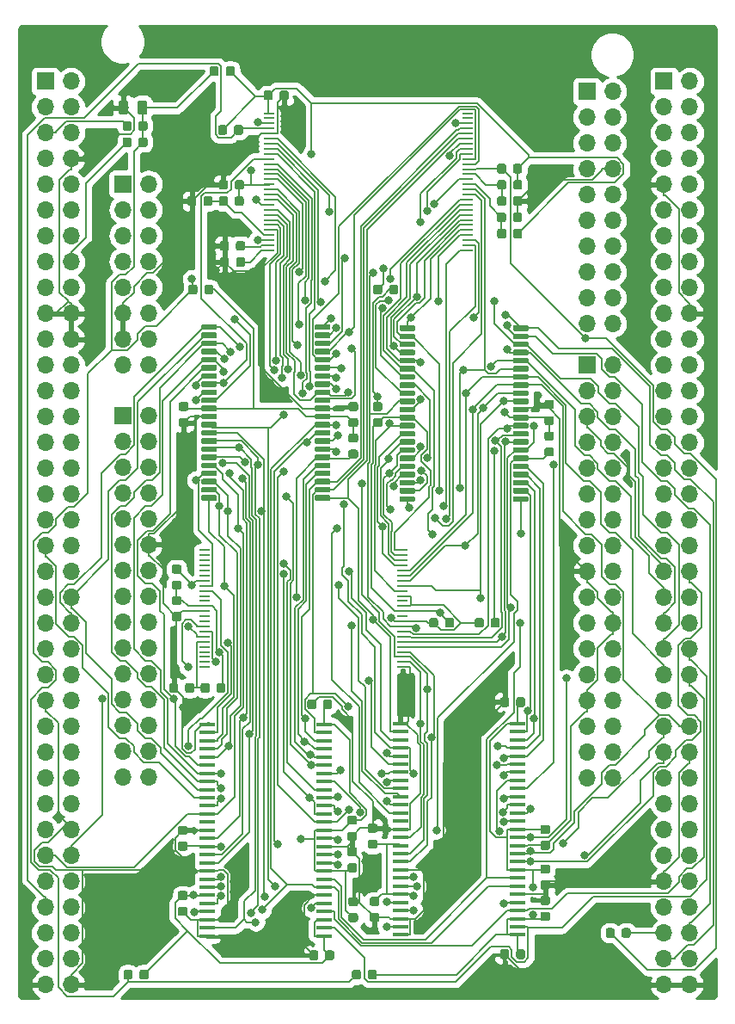
<source format=gtl>
G04 #@! TF.GenerationSoftware,KiCad,Pcbnew,(5.1.2)-1*
G04 #@! TF.CreationDate,2020-04-24T17:20:08+09:00*
G04 #@! TF.ProjectId,ns,6e732e6b-6963-4616-945f-706362585858,v1.0*
G04 #@! TF.SameCoordinates,Original*
G04 #@! TF.FileFunction,Copper,L1,Top*
G04 #@! TF.FilePolarity,Positive*
%FSLAX46Y46*%
G04 Gerber Fmt 4.6, Leading zero omitted, Abs format (unit mm)*
G04 Created by KiCad (PCBNEW (5.1.2)-1) date 2020-04-24 17:20:08*
%MOMM*%
%LPD*%
G04 APERTURE LIST*
%ADD10O,1.700000X1.700000*%
%ADD11R,1.700000X1.700000*%
%ADD12R,1.100000X0.250000*%
%ADD13C,0.100000*%
%ADD14C,0.550000*%
%ADD15R,1.510000X0.458000*%
%ADD16C,0.875000*%
%ADD17C,0.975000*%
%ADD18C,0.800000*%
%ADD19C,0.152000*%
%ADD20C,0.254000*%
G04 APERTURE END LIST*
D10*
X176740000Y-149000000D03*
X174200000Y-149000000D03*
X176740000Y-146460000D03*
X174200000Y-146460000D03*
X176740000Y-143920000D03*
X174200000Y-143920000D03*
X176740000Y-141380000D03*
X174200000Y-141380000D03*
X176740000Y-138840000D03*
X174200000Y-138840000D03*
X176740000Y-136300000D03*
X174200000Y-136300000D03*
X176740000Y-133760000D03*
X174200000Y-133760000D03*
X176740000Y-131220000D03*
X174200000Y-131220000D03*
X176740000Y-128680000D03*
X174200000Y-128680000D03*
X176740000Y-126140000D03*
X174200000Y-126140000D03*
X176740000Y-123600000D03*
X174200000Y-123600000D03*
X176740000Y-121060000D03*
X174200000Y-121060000D03*
X176740000Y-118520000D03*
X174200000Y-118520000D03*
X176740000Y-115980000D03*
X174200000Y-115980000D03*
X176740000Y-113440000D03*
X174200000Y-113440000D03*
X176740000Y-110900000D03*
X174200000Y-110900000D03*
X176740000Y-108360000D03*
X174200000Y-108360000D03*
X176740000Y-105820000D03*
X174200000Y-105820000D03*
X176740000Y-103280000D03*
X174200000Y-103280000D03*
X176740000Y-100740000D03*
X174200000Y-100740000D03*
X176740000Y-98200000D03*
X174200000Y-98200000D03*
X176740000Y-95660000D03*
X174200000Y-95660000D03*
X176740000Y-93120000D03*
X174200000Y-93120000D03*
X176740000Y-90580000D03*
X174200000Y-90580000D03*
X176740000Y-88040000D03*
X174200000Y-88040000D03*
X176740000Y-85500000D03*
X174200000Y-85500000D03*
X176740000Y-82960000D03*
X174200000Y-82960000D03*
X176740000Y-80420000D03*
X174200000Y-80420000D03*
X176740000Y-77880000D03*
X174200000Y-77880000D03*
X176740000Y-75340000D03*
X174200000Y-75340000D03*
X176740000Y-72800000D03*
X174200000Y-72800000D03*
X176740000Y-70260000D03*
X174200000Y-70260000D03*
X176740000Y-67720000D03*
X174200000Y-67720000D03*
X176740000Y-65180000D03*
X174200000Y-65180000D03*
X176740000Y-62640000D03*
X174200000Y-62640000D03*
X176740000Y-60100000D03*
D11*
X174200000Y-60100000D03*
D10*
X169140000Y-128640000D03*
X166600000Y-128640000D03*
X169140000Y-126100000D03*
X166600000Y-126100000D03*
X169140000Y-123560000D03*
X166600000Y-123560000D03*
X169140000Y-121020000D03*
X166600000Y-121020000D03*
X169140000Y-118480000D03*
X166600000Y-118480000D03*
X169140000Y-115940000D03*
X166600000Y-115940000D03*
X169140000Y-113400000D03*
X166600000Y-113400000D03*
X169140000Y-110860000D03*
X166600000Y-110860000D03*
X169140000Y-108320000D03*
X166600000Y-108320000D03*
X169140000Y-105780000D03*
X166600000Y-105780000D03*
X169140000Y-103240000D03*
X166600000Y-103240000D03*
X169140000Y-100700000D03*
X166600000Y-100700000D03*
X169140000Y-98160000D03*
X166600000Y-98160000D03*
X169140000Y-95620000D03*
X166600000Y-95620000D03*
X169140000Y-93080000D03*
X166600000Y-93080000D03*
X169140000Y-90540000D03*
X166600000Y-90540000D03*
X169140000Y-88000000D03*
D11*
X166600000Y-88000000D03*
D10*
X169140000Y-83960000D03*
X166600000Y-83960000D03*
X169140000Y-81420000D03*
X166600000Y-81420000D03*
X169140000Y-78880000D03*
X166600000Y-78880000D03*
X169140000Y-76340000D03*
X166600000Y-76340000D03*
X169140000Y-73800000D03*
X166600000Y-73800000D03*
X169140000Y-71260000D03*
X166600000Y-71260000D03*
X169140000Y-68720000D03*
X166600000Y-68720000D03*
X169140000Y-66180000D03*
X166600000Y-66180000D03*
X169140000Y-63640000D03*
X166600000Y-63640000D03*
X169140000Y-61100000D03*
D11*
X166600000Y-61100000D03*
D10*
X123440000Y-128560000D03*
X120900000Y-128560000D03*
X123440000Y-126020000D03*
X120900000Y-126020000D03*
X123440000Y-123480000D03*
X120900000Y-123480000D03*
X123440000Y-120940000D03*
X120900000Y-120940000D03*
X123440000Y-118400000D03*
X120900000Y-118400000D03*
X123440000Y-115860000D03*
X120900000Y-115860000D03*
X123440000Y-113320000D03*
X120900000Y-113320000D03*
X123440000Y-110780000D03*
X120900000Y-110780000D03*
X123440000Y-108240000D03*
X120900000Y-108240000D03*
X123440000Y-105700000D03*
X120900000Y-105700000D03*
X123440000Y-103160000D03*
X120900000Y-103160000D03*
X123440000Y-100620000D03*
X120900000Y-100620000D03*
X123440000Y-98080000D03*
X120900000Y-98080000D03*
X123440000Y-95540000D03*
X120900000Y-95540000D03*
X123440000Y-93000000D03*
D11*
X120900000Y-93000000D03*
D10*
X123440000Y-88000000D03*
X120900000Y-88000000D03*
X123440000Y-85460000D03*
X120900000Y-85460000D03*
X123440000Y-82920000D03*
X120900000Y-82920000D03*
X123440000Y-80380000D03*
X120900000Y-80380000D03*
X123440000Y-77840000D03*
X120900000Y-77840000D03*
X123440000Y-75300000D03*
X120900000Y-75300000D03*
X123440000Y-72760000D03*
X120900000Y-72760000D03*
X123440000Y-70220000D03*
D11*
X120900000Y-70220000D03*
D10*
X115800000Y-149000000D03*
X113260000Y-149000000D03*
X115800000Y-146460000D03*
X113260000Y-146460000D03*
X115800000Y-143920000D03*
X113260000Y-143920000D03*
X115800000Y-141380000D03*
X113260000Y-141380000D03*
X115800000Y-138840000D03*
X113260000Y-138840000D03*
X115800000Y-136300000D03*
X113260000Y-136300000D03*
X115800000Y-133760000D03*
X113260000Y-133760000D03*
X115800000Y-131220000D03*
X113260000Y-131220000D03*
X115800000Y-128680000D03*
X113260000Y-128680000D03*
X115800000Y-126140000D03*
X113260000Y-126140000D03*
X115800000Y-123600000D03*
X113260000Y-123600000D03*
X115800000Y-121060000D03*
X113260000Y-121060000D03*
X115800000Y-118520000D03*
X113260000Y-118520000D03*
X115800000Y-115980000D03*
X113260000Y-115980000D03*
X115800000Y-113440000D03*
X113260000Y-113440000D03*
X115800000Y-110900000D03*
X113260000Y-110900000D03*
X115800000Y-108360000D03*
X113260000Y-108360000D03*
X115800000Y-105820000D03*
X113260000Y-105820000D03*
X115800000Y-103280000D03*
X113260000Y-103280000D03*
X115800000Y-100740000D03*
X113260000Y-100740000D03*
X115800000Y-98200000D03*
X113260000Y-98200000D03*
X115800000Y-95660000D03*
X113260000Y-95660000D03*
X115800000Y-93120000D03*
X113260000Y-93120000D03*
X115800000Y-90580000D03*
X113260000Y-90580000D03*
X115800000Y-88040000D03*
X113260000Y-88040000D03*
X115800000Y-85500000D03*
X113260000Y-85500000D03*
X115800000Y-82960000D03*
X113260000Y-82960000D03*
X115800000Y-80420000D03*
X113260000Y-80420000D03*
X115800000Y-77880000D03*
X113260000Y-77880000D03*
X115800000Y-75340000D03*
X113260000Y-75340000D03*
X115800000Y-72800000D03*
X113260000Y-72800000D03*
X115800000Y-70260000D03*
X113260000Y-70260000D03*
X115800000Y-67720000D03*
X113260000Y-67720000D03*
X115800000Y-65180000D03*
X113260000Y-65180000D03*
X115800000Y-62640000D03*
X113260000Y-62640000D03*
X115800000Y-60100000D03*
D11*
X113260000Y-60100000D03*
D12*
X148450000Y-106250000D03*
X148450000Y-106750000D03*
X148450000Y-107250000D03*
X148450000Y-107750000D03*
X148450000Y-108250000D03*
X148450000Y-108750000D03*
X148450000Y-109250000D03*
X148450000Y-109750000D03*
X148450000Y-110250000D03*
X148450000Y-110750000D03*
X148450000Y-111250000D03*
X148450000Y-111750000D03*
X148450000Y-112250000D03*
X148450000Y-112750000D03*
X148450000Y-113250000D03*
X148450000Y-113750000D03*
X148450000Y-114250000D03*
X148450000Y-114750000D03*
X148450000Y-115250000D03*
X148450000Y-115750000D03*
X148450000Y-116250000D03*
X148450000Y-116750000D03*
X148450000Y-117250000D03*
X128950000Y-117750000D03*
X128950000Y-117250000D03*
X128950000Y-116750000D03*
X128950000Y-116250000D03*
X128950000Y-115750000D03*
X128950000Y-115250000D03*
X128950000Y-114750000D03*
X128950000Y-114250000D03*
X128950000Y-113750000D03*
X128950000Y-113250000D03*
X128950000Y-112750000D03*
X128950000Y-112250000D03*
X128950000Y-111750000D03*
X128950000Y-111250000D03*
X128950000Y-110750000D03*
X128950000Y-110250000D03*
X128950000Y-109750000D03*
X128950000Y-109250000D03*
X128950000Y-108750000D03*
X128950000Y-108250000D03*
X128950000Y-107750000D03*
X128950000Y-107250000D03*
X128950000Y-106750000D03*
X148450000Y-117750000D03*
X128950000Y-106250000D03*
X135350000Y-76750000D03*
X135350000Y-76250000D03*
X135350000Y-75750000D03*
X135350000Y-75250000D03*
X135350000Y-74750000D03*
X135350000Y-74250000D03*
X135350000Y-73750000D03*
X135350000Y-73250000D03*
X135350000Y-72750000D03*
X135350000Y-72250000D03*
X135350000Y-71750000D03*
X135350000Y-71250000D03*
X135350000Y-70750000D03*
X135350000Y-70250000D03*
X135350000Y-69750000D03*
X135350000Y-69250000D03*
X135350000Y-68750000D03*
X135350000Y-68250000D03*
X135350000Y-67750000D03*
X135350000Y-67250000D03*
X135350000Y-66750000D03*
X135350000Y-66250000D03*
X135350000Y-65750000D03*
X135350000Y-65250000D03*
X135350000Y-64750000D03*
X135350000Y-64250000D03*
X135350000Y-63750000D03*
X154850000Y-63250000D03*
X154850000Y-63750000D03*
X154850000Y-64250000D03*
X154850000Y-64750000D03*
X154850000Y-65250000D03*
X154850000Y-65750000D03*
X154850000Y-66250000D03*
X154850000Y-66750000D03*
X154850000Y-67250000D03*
X154850000Y-67750000D03*
X154850000Y-68250000D03*
X154850000Y-68750000D03*
X154850000Y-69250000D03*
X154850000Y-69750000D03*
X154850000Y-70250000D03*
X154850000Y-70750000D03*
X154850000Y-71250000D03*
X154850000Y-71750000D03*
X154850000Y-72250000D03*
X154850000Y-72750000D03*
X154850000Y-73250000D03*
X154850000Y-73750000D03*
X154850000Y-74250000D03*
X154850000Y-74750000D03*
X154850000Y-75250000D03*
X154850000Y-75750000D03*
X154850000Y-76250000D03*
X135350000Y-63250000D03*
X154850000Y-76750000D03*
D13*
G36*
X149550977Y-100925662D02*
G01*
X149564325Y-100927642D01*
X149577414Y-100930921D01*
X149590119Y-100935467D01*
X149602317Y-100941236D01*
X149613891Y-100948173D01*
X149624729Y-100956211D01*
X149634727Y-100965273D01*
X149643789Y-100975271D01*
X149651827Y-100986109D01*
X149658764Y-100997683D01*
X149664533Y-101009881D01*
X149669079Y-101022586D01*
X149672358Y-101035675D01*
X149674338Y-101049023D01*
X149675000Y-101062500D01*
X149675000Y-101337500D01*
X149674338Y-101350977D01*
X149672358Y-101364325D01*
X149669079Y-101377414D01*
X149664533Y-101390119D01*
X149658764Y-101402317D01*
X149651827Y-101413891D01*
X149643789Y-101424729D01*
X149634727Y-101434727D01*
X149624729Y-101443789D01*
X149613891Y-101451827D01*
X149602317Y-101458764D01*
X149590119Y-101464533D01*
X149577414Y-101469079D01*
X149564325Y-101472358D01*
X149550977Y-101474338D01*
X149537500Y-101475000D01*
X148287500Y-101475000D01*
X148274023Y-101474338D01*
X148260675Y-101472358D01*
X148247586Y-101469079D01*
X148234881Y-101464533D01*
X148222683Y-101458764D01*
X148211109Y-101451827D01*
X148200271Y-101443789D01*
X148190273Y-101434727D01*
X148181211Y-101424729D01*
X148173173Y-101413891D01*
X148166236Y-101402317D01*
X148160467Y-101390119D01*
X148155921Y-101377414D01*
X148152642Y-101364325D01*
X148150662Y-101350977D01*
X148150000Y-101337500D01*
X148150000Y-101062500D01*
X148150662Y-101049023D01*
X148152642Y-101035675D01*
X148155921Y-101022586D01*
X148160467Y-101009881D01*
X148166236Y-100997683D01*
X148173173Y-100986109D01*
X148181211Y-100975271D01*
X148190273Y-100965273D01*
X148200271Y-100956211D01*
X148211109Y-100948173D01*
X148222683Y-100941236D01*
X148234881Y-100935467D01*
X148247586Y-100930921D01*
X148260675Y-100927642D01*
X148274023Y-100925662D01*
X148287500Y-100925000D01*
X149537500Y-100925000D01*
X149550977Y-100925662D01*
X149550977Y-100925662D01*
G37*
D14*
X148912500Y-101200000D03*
D13*
G36*
X149550977Y-100125662D02*
G01*
X149564325Y-100127642D01*
X149577414Y-100130921D01*
X149590119Y-100135467D01*
X149602317Y-100141236D01*
X149613891Y-100148173D01*
X149624729Y-100156211D01*
X149634727Y-100165273D01*
X149643789Y-100175271D01*
X149651827Y-100186109D01*
X149658764Y-100197683D01*
X149664533Y-100209881D01*
X149669079Y-100222586D01*
X149672358Y-100235675D01*
X149674338Y-100249023D01*
X149675000Y-100262500D01*
X149675000Y-100537500D01*
X149674338Y-100550977D01*
X149672358Y-100564325D01*
X149669079Y-100577414D01*
X149664533Y-100590119D01*
X149658764Y-100602317D01*
X149651827Y-100613891D01*
X149643789Y-100624729D01*
X149634727Y-100634727D01*
X149624729Y-100643789D01*
X149613891Y-100651827D01*
X149602317Y-100658764D01*
X149590119Y-100664533D01*
X149577414Y-100669079D01*
X149564325Y-100672358D01*
X149550977Y-100674338D01*
X149537500Y-100675000D01*
X148287500Y-100675000D01*
X148274023Y-100674338D01*
X148260675Y-100672358D01*
X148247586Y-100669079D01*
X148234881Y-100664533D01*
X148222683Y-100658764D01*
X148211109Y-100651827D01*
X148200271Y-100643789D01*
X148190273Y-100634727D01*
X148181211Y-100624729D01*
X148173173Y-100613891D01*
X148166236Y-100602317D01*
X148160467Y-100590119D01*
X148155921Y-100577414D01*
X148152642Y-100564325D01*
X148150662Y-100550977D01*
X148150000Y-100537500D01*
X148150000Y-100262500D01*
X148150662Y-100249023D01*
X148152642Y-100235675D01*
X148155921Y-100222586D01*
X148160467Y-100209881D01*
X148166236Y-100197683D01*
X148173173Y-100186109D01*
X148181211Y-100175271D01*
X148190273Y-100165273D01*
X148200271Y-100156211D01*
X148211109Y-100148173D01*
X148222683Y-100141236D01*
X148234881Y-100135467D01*
X148247586Y-100130921D01*
X148260675Y-100127642D01*
X148274023Y-100125662D01*
X148287500Y-100125000D01*
X149537500Y-100125000D01*
X149550977Y-100125662D01*
X149550977Y-100125662D01*
G37*
D14*
X148912500Y-100400000D03*
D13*
G36*
X149550977Y-99325662D02*
G01*
X149564325Y-99327642D01*
X149577414Y-99330921D01*
X149590119Y-99335467D01*
X149602317Y-99341236D01*
X149613891Y-99348173D01*
X149624729Y-99356211D01*
X149634727Y-99365273D01*
X149643789Y-99375271D01*
X149651827Y-99386109D01*
X149658764Y-99397683D01*
X149664533Y-99409881D01*
X149669079Y-99422586D01*
X149672358Y-99435675D01*
X149674338Y-99449023D01*
X149675000Y-99462500D01*
X149675000Y-99737500D01*
X149674338Y-99750977D01*
X149672358Y-99764325D01*
X149669079Y-99777414D01*
X149664533Y-99790119D01*
X149658764Y-99802317D01*
X149651827Y-99813891D01*
X149643789Y-99824729D01*
X149634727Y-99834727D01*
X149624729Y-99843789D01*
X149613891Y-99851827D01*
X149602317Y-99858764D01*
X149590119Y-99864533D01*
X149577414Y-99869079D01*
X149564325Y-99872358D01*
X149550977Y-99874338D01*
X149537500Y-99875000D01*
X148287500Y-99875000D01*
X148274023Y-99874338D01*
X148260675Y-99872358D01*
X148247586Y-99869079D01*
X148234881Y-99864533D01*
X148222683Y-99858764D01*
X148211109Y-99851827D01*
X148200271Y-99843789D01*
X148190273Y-99834727D01*
X148181211Y-99824729D01*
X148173173Y-99813891D01*
X148166236Y-99802317D01*
X148160467Y-99790119D01*
X148155921Y-99777414D01*
X148152642Y-99764325D01*
X148150662Y-99750977D01*
X148150000Y-99737500D01*
X148150000Y-99462500D01*
X148150662Y-99449023D01*
X148152642Y-99435675D01*
X148155921Y-99422586D01*
X148160467Y-99409881D01*
X148166236Y-99397683D01*
X148173173Y-99386109D01*
X148181211Y-99375271D01*
X148190273Y-99365273D01*
X148200271Y-99356211D01*
X148211109Y-99348173D01*
X148222683Y-99341236D01*
X148234881Y-99335467D01*
X148247586Y-99330921D01*
X148260675Y-99327642D01*
X148274023Y-99325662D01*
X148287500Y-99325000D01*
X149537500Y-99325000D01*
X149550977Y-99325662D01*
X149550977Y-99325662D01*
G37*
D14*
X148912500Y-99600000D03*
D13*
G36*
X149550977Y-98525662D02*
G01*
X149564325Y-98527642D01*
X149577414Y-98530921D01*
X149590119Y-98535467D01*
X149602317Y-98541236D01*
X149613891Y-98548173D01*
X149624729Y-98556211D01*
X149634727Y-98565273D01*
X149643789Y-98575271D01*
X149651827Y-98586109D01*
X149658764Y-98597683D01*
X149664533Y-98609881D01*
X149669079Y-98622586D01*
X149672358Y-98635675D01*
X149674338Y-98649023D01*
X149675000Y-98662500D01*
X149675000Y-98937500D01*
X149674338Y-98950977D01*
X149672358Y-98964325D01*
X149669079Y-98977414D01*
X149664533Y-98990119D01*
X149658764Y-99002317D01*
X149651827Y-99013891D01*
X149643789Y-99024729D01*
X149634727Y-99034727D01*
X149624729Y-99043789D01*
X149613891Y-99051827D01*
X149602317Y-99058764D01*
X149590119Y-99064533D01*
X149577414Y-99069079D01*
X149564325Y-99072358D01*
X149550977Y-99074338D01*
X149537500Y-99075000D01*
X148287500Y-99075000D01*
X148274023Y-99074338D01*
X148260675Y-99072358D01*
X148247586Y-99069079D01*
X148234881Y-99064533D01*
X148222683Y-99058764D01*
X148211109Y-99051827D01*
X148200271Y-99043789D01*
X148190273Y-99034727D01*
X148181211Y-99024729D01*
X148173173Y-99013891D01*
X148166236Y-99002317D01*
X148160467Y-98990119D01*
X148155921Y-98977414D01*
X148152642Y-98964325D01*
X148150662Y-98950977D01*
X148150000Y-98937500D01*
X148150000Y-98662500D01*
X148150662Y-98649023D01*
X148152642Y-98635675D01*
X148155921Y-98622586D01*
X148160467Y-98609881D01*
X148166236Y-98597683D01*
X148173173Y-98586109D01*
X148181211Y-98575271D01*
X148190273Y-98565273D01*
X148200271Y-98556211D01*
X148211109Y-98548173D01*
X148222683Y-98541236D01*
X148234881Y-98535467D01*
X148247586Y-98530921D01*
X148260675Y-98527642D01*
X148274023Y-98525662D01*
X148287500Y-98525000D01*
X149537500Y-98525000D01*
X149550977Y-98525662D01*
X149550977Y-98525662D01*
G37*
D14*
X148912500Y-98800000D03*
D13*
G36*
X149550977Y-97725662D02*
G01*
X149564325Y-97727642D01*
X149577414Y-97730921D01*
X149590119Y-97735467D01*
X149602317Y-97741236D01*
X149613891Y-97748173D01*
X149624729Y-97756211D01*
X149634727Y-97765273D01*
X149643789Y-97775271D01*
X149651827Y-97786109D01*
X149658764Y-97797683D01*
X149664533Y-97809881D01*
X149669079Y-97822586D01*
X149672358Y-97835675D01*
X149674338Y-97849023D01*
X149675000Y-97862500D01*
X149675000Y-98137500D01*
X149674338Y-98150977D01*
X149672358Y-98164325D01*
X149669079Y-98177414D01*
X149664533Y-98190119D01*
X149658764Y-98202317D01*
X149651827Y-98213891D01*
X149643789Y-98224729D01*
X149634727Y-98234727D01*
X149624729Y-98243789D01*
X149613891Y-98251827D01*
X149602317Y-98258764D01*
X149590119Y-98264533D01*
X149577414Y-98269079D01*
X149564325Y-98272358D01*
X149550977Y-98274338D01*
X149537500Y-98275000D01*
X148287500Y-98275000D01*
X148274023Y-98274338D01*
X148260675Y-98272358D01*
X148247586Y-98269079D01*
X148234881Y-98264533D01*
X148222683Y-98258764D01*
X148211109Y-98251827D01*
X148200271Y-98243789D01*
X148190273Y-98234727D01*
X148181211Y-98224729D01*
X148173173Y-98213891D01*
X148166236Y-98202317D01*
X148160467Y-98190119D01*
X148155921Y-98177414D01*
X148152642Y-98164325D01*
X148150662Y-98150977D01*
X148150000Y-98137500D01*
X148150000Y-97862500D01*
X148150662Y-97849023D01*
X148152642Y-97835675D01*
X148155921Y-97822586D01*
X148160467Y-97809881D01*
X148166236Y-97797683D01*
X148173173Y-97786109D01*
X148181211Y-97775271D01*
X148190273Y-97765273D01*
X148200271Y-97756211D01*
X148211109Y-97748173D01*
X148222683Y-97741236D01*
X148234881Y-97735467D01*
X148247586Y-97730921D01*
X148260675Y-97727642D01*
X148274023Y-97725662D01*
X148287500Y-97725000D01*
X149537500Y-97725000D01*
X149550977Y-97725662D01*
X149550977Y-97725662D01*
G37*
D14*
X148912500Y-98000000D03*
D13*
G36*
X149550977Y-96925662D02*
G01*
X149564325Y-96927642D01*
X149577414Y-96930921D01*
X149590119Y-96935467D01*
X149602317Y-96941236D01*
X149613891Y-96948173D01*
X149624729Y-96956211D01*
X149634727Y-96965273D01*
X149643789Y-96975271D01*
X149651827Y-96986109D01*
X149658764Y-96997683D01*
X149664533Y-97009881D01*
X149669079Y-97022586D01*
X149672358Y-97035675D01*
X149674338Y-97049023D01*
X149675000Y-97062500D01*
X149675000Y-97337500D01*
X149674338Y-97350977D01*
X149672358Y-97364325D01*
X149669079Y-97377414D01*
X149664533Y-97390119D01*
X149658764Y-97402317D01*
X149651827Y-97413891D01*
X149643789Y-97424729D01*
X149634727Y-97434727D01*
X149624729Y-97443789D01*
X149613891Y-97451827D01*
X149602317Y-97458764D01*
X149590119Y-97464533D01*
X149577414Y-97469079D01*
X149564325Y-97472358D01*
X149550977Y-97474338D01*
X149537500Y-97475000D01*
X148287500Y-97475000D01*
X148274023Y-97474338D01*
X148260675Y-97472358D01*
X148247586Y-97469079D01*
X148234881Y-97464533D01*
X148222683Y-97458764D01*
X148211109Y-97451827D01*
X148200271Y-97443789D01*
X148190273Y-97434727D01*
X148181211Y-97424729D01*
X148173173Y-97413891D01*
X148166236Y-97402317D01*
X148160467Y-97390119D01*
X148155921Y-97377414D01*
X148152642Y-97364325D01*
X148150662Y-97350977D01*
X148150000Y-97337500D01*
X148150000Y-97062500D01*
X148150662Y-97049023D01*
X148152642Y-97035675D01*
X148155921Y-97022586D01*
X148160467Y-97009881D01*
X148166236Y-96997683D01*
X148173173Y-96986109D01*
X148181211Y-96975271D01*
X148190273Y-96965273D01*
X148200271Y-96956211D01*
X148211109Y-96948173D01*
X148222683Y-96941236D01*
X148234881Y-96935467D01*
X148247586Y-96930921D01*
X148260675Y-96927642D01*
X148274023Y-96925662D01*
X148287500Y-96925000D01*
X149537500Y-96925000D01*
X149550977Y-96925662D01*
X149550977Y-96925662D01*
G37*
D14*
X148912500Y-97200000D03*
D13*
G36*
X149550977Y-96125662D02*
G01*
X149564325Y-96127642D01*
X149577414Y-96130921D01*
X149590119Y-96135467D01*
X149602317Y-96141236D01*
X149613891Y-96148173D01*
X149624729Y-96156211D01*
X149634727Y-96165273D01*
X149643789Y-96175271D01*
X149651827Y-96186109D01*
X149658764Y-96197683D01*
X149664533Y-96209881D01*
X149669079Y-96222586D01*
X149672358Y-96235675D01*
X149674338Y-96249023D01*
X149675000Y-96262500D01*
X149675000Y-96537500D01*
X149674338Y-96550977D01*
X149672358Y-96564325D01*
X149669079Y-96577414D01*
X149664533Y-96590119D01*
X149658764Y-96602317D01*
X149651827Y-96613891D01*
X149643789Y-96624729D01*
X149634727Y-96634727D01*
X149624729Y-96643789D01*
X149613891Y-96651827D01*
X149602317Y-96658764D01*
X149590119Y-96664533D01*
X149577414Y-96669079D01*
X149564325Y-96672358D01*
X149550977Y-96674338D01*
X149537500Y-96675000D01*
X148287500Y-96675000D01*
X148274023Y-96674338D01*
X148260675Y-96672358D01*
X148247586Y-96669079D01*
X148234881Y-96664533D01*
X148222683Y-96658764D01*
X148211109Y-96651827D01*
X148200271Y-96643789D01*
X148190273Y-96634727D01*
X148181211Y-96624729D01*
X148173173Y-96613891D01*
X148166236Y-96602317D01*
X148160467Y-96590119D01*
X148155921Y-96577414D01*
X148152642Y-96564325D01*
X148150662Y-96550977D01*
X148150000Y-96537500D01*
X148150000Y-96262500D01*
X148150662Y-96249023D01*
X148152642Y-96235675D01*
X148155921Y-96222586D01*
X148160467Y-96209881D01*
X148166236Y-96197683D01*
X148173173Y-96186109D01*
X148181211Y-96175271D01*
X148190273Y-96165273D01*
X148200271Y-96156211D01*
X148211109Y-96148173D01*
X148222683Y-96141236D01*
X148234881Y-96135467D01*
X148247586Y-96130921D01*
X148260675Y-96127642D01*
X148274023Y-96125662D01*
X148287500Y-96125000D01*
X149537500Y-96125000D01*
X149550977Y-96125662D01*
X149550977Y-96125662D01*
G37*
D14*
X148912500Y-96400000D03*
D13*
G36*
X149550977Y-95325662D02*
G01*
X149564325Y-95327642D01*
X149577414Y-95330921D01*
X149590119Y-95335467D01*
X149602317Y-95341236D01*
X149613891Y-95348173D01*
X149624729Y-95356211D01*
X149634727Y-95365273D01*
X149643789Y-95375271D01*
X149651827Y-95386109D01*
X149658764Y-95397683D01*
X149664533Y-95409881D01*
X149669079Y-95422586D01*
X149672358Y-95435675D01*
X149674338Y-95449023D01*
X149675000Y-95462500D01*
X149675000Y-95737500D01*
X149674338Y-95750977D01*
X149672358Y-95764325D01*
X149669079Y-95777414D01*
X149664533Y-95790119D01*
X149658764Y-95802317D01*
X149651827Y-95813891D01*
X149643789Y-95824729D01*
X149634727Y-95834727D01*
X149624729Y-95843789D01*
X149613891Y-95851827D01*
X149602317Y-95858764D01*
X149590119Y-95864533D01*
X149577414Y-95869079D01*
X149564325Y-95872358D01*
X149550977Y-95874338D01*
X149537500Y-95875000D01*
X148287500Y-95875000D01*
X148274023Y-95874338D01*
X148260675Y-95872358D01*
X148247586Y-95869079D01*
X148234881Y-95864533D01*
X148222683Y-95858764D01*
X148211109Y-95851827D01*
X148200271Y-95843789D01*
X148190273Y-95834727D01*
X148181211Y-95824729D01*
X148173173Y-95813891D01*
X148166236Y-95802317D01*
X148160467Y-95790119D01*
X148155921Y-95777414D01*
X148152642Y-95764325D01*
X148150662Y-95750977D01*
X148150000Y-95737500D01*
X148150000Y-95462500D01*
X148150662Y-95449023D01*
X148152642Y-95435675D01*
X148155921Y-95422586D01*
X148160467Y-95409881D01*
X148166236Y-95397683D01*
X148173173Y-95386109D01*
X148181211Y-95375271D01*
X148190273Y-95365273D01*
X148200271Y-95356211D01*
X148211109Y-95348173D01*
X148222683Y-95341236D01*
X148234881Y-95335467D01*
X148247586Y-95330921D01*
X148260675Y-95327642D01*
X148274023Y-95325662D01*
X148287500Y-95325000D01*
X149537500Y-95325000D01*
X149550977Y-95325662D01*
X149550977Y-95325662D01*
G37*
D14*
X148912500Y-95600000D03*
D13*
G36*
X149550977Y-94525662D02*
G01*
X149564325Y-94527642D01*
X149577414Y-94530921D01*
X149590119Y-94535467D01*
X149602317Y-94541236D01*
X149613891Y-94548173D01*
X149624729Y-94556211D01*
X149634727Y-94565273D01*
X149643789Y-94575271D01*
X149651827Y-94586109D01*
X149658764Y-94597683D01*
X149664533Y-94609881D01*
X149669079Y-94622586D01*
X149672358Y-94635675D01*
X149674338Y-94649023D01*
X149675000Y-94662500D01*
X149675000Y-94937500D01*
X149674338Y-94950977D01*
X149672358Y-94964325D01*
X149669079Y-94977414D01*
X149664533Y-94990119D01*
X149658764Y-95002317D01*
X149651827Y-95013891D01*
X149643789Y-95024729D01*
X149634727Y-95034727D01*
X149624729Y-95043789D01*
X149613891Y-95051827D01*
X149602317Y-95058764D01*
X149590119Y-95064533D01*
X149577414Y-95069079D01*
X149564325Y-95072358D01*
X149550977Y-95074338D01*
X149537500Y-95075000D01*
X148287500Y-95075000D01*
X148274023Y-95074338D01*
X148260675Y-95072358D01*
X148247586Y-95069079D01*
X148234881Y-95064533D01*
X148222683Y-95058764D01*
X148211109Y-95051827D01*
X148200271Y-95043789D01*
X148190273Y-95034727D01*
X148181211Y-95024729D01*
X148173173Y-95013891D01*
X148166236Y-95002317D01*
X148160467Y-94990119D01*
X148155921Y-94977414D01*
X148152642Y-94964325D01*
X148150662Y-94950977D01*
X148150000Y-94937500D01*
X148150000Y-94662500D01*
X148150662Y-94649023D01*
X148152642Y-94635675D01*
X148155921Y-94622586D01*
X148160467Y-94609881D01*
X148166236Y-94597683D01*
X148173173Y-94586109D01*
X148181211Y-94575271D01*
X148190273Y-94565273D01*
X148200271Y-94556211D01*
X148211109Y-94548173D01*
X148222683Y-94541236D01*
X148234881Y-94535467D01*
X148247586Y-94530921D01*
X148260675Y-94527642D01*
X148274023Y-94525662D01*
X148287500Y-94525000D01*
X149537500Y-94525000D01*
X149550977Y-94525662D01*
X149550977Y-94525662D01*
G37*
D14*
X148912500Y-94800000D03*
D13*
G36*
X149550977Y-93725662D02*
G01*
X149564325Y-93727642D01*
X149577414Y-93730921D01*
X149590119Y-93735467D01*
X149602317Y-93741236D01*
X149613891Y-93748173D01*
X149624729Y-93756211D01*
X149634727Y-93765273D01*
X149643789Y-93775271D01*
X149651827Y-93786109D01*
X149658764Y-93797683D01*
X149664533Y-93809881D01*
X149669079Y-93822586D01*
X149672358Y-93835675D01*
X149674338Y-93849023D01*
X149675000Y-93862500D01*
X149675000Y-94137500D01*
X149674338Y-94150977D01*
X149672358Y-94164325D01*
X149669079Y-94177414D01*
X149664533Y-94190119D01*
X149658764Y-94202317D01*
X149651827Y-94213891D01*
X149643789Y-94224729D01*
X149634727Y-94234727D01*
X149624729Y-94243789D01*
X149613891Y-94251827D01*
X149602317Y-94258764D01*
X149590119Y-94264533D01*
X149577414Y-94269079D01*
X149564325Y-94272358D01*
X149550977Y-94274338D01*
X149537500Y-94275000D01*
X148287500Y-94275000D01*
X148274023Y-94274338D01*
X148260675Y-94272358D01*
X148247586Y-94269079D01*
X148234881Y-94264533D01*
X148222683Y-94258764D01*
X148211109Y-94251827D01*
X148200271Y-94243789D01*
X148190273Y-94234727D01*
X148181211Y-94224729D01*
X148173173Y-94213891D01*
X148166236Y-94202317D01*
X148160467Y-94190119D01*
X148155921Y-94177414D01*
X148152642Y-94164325D01*
X148150662Y-94150977D01*
X148150000Y-94137500D01*
X148150000Y-93862500D01*
X148150662Y-93849023D01*
X148152642Y-93835675D01*
X148155921Y-93822586D01*
X148160467Y-93809881D01*
X148166236Y-93797683D01*
X148173173Y-93786109D01*
X148181211Y-93775271D01*
X148190273Y-93765273D01*
X148200271Y-93756211D01*
X148211109Y-93748173D01*
X148222683Y-93741236D01*
X148234881Y-93735467D01*
X148247586Y-93730921D01*
X148260675Y-93727642D01*
X148274023Y-93725662D01*
X148287500Y-93725000D01*
X149537500Y-93725000D01*
X149550977Y-93725662D01*
X149550977Y-93725662D01*
G37*
D14*
X148912500Y-94000000D03*
D13*
G36*
X149550977Y-92925662D02*
G01*
X149564325Y-92927642D01*
X149577414Y-92930921D01*
X149590119Y-92935467D01*
X149602317Y-92941236D01*
X149613891Y-92948173D01*
X149624729Y-92956211D01*
X149634727Y-92965273D01*
X149643789Y-92975271D01*
X149651827Y-92986109D01*
X149658764Y-92997683D01*
X149664533Y-93009881D01*
X149669079Y-93022586D01*
X149672358Y-93035675D01*
X149674338Y-93049023D01*
X149675000Y-93062500D01*
X149675000Y-93337500D01*
X149674338Y-93350977D01*
X149672358Y-93364325D01*
X149669079Y-93377414D01*
X149664533Y-93390119D01*
X149658764Y-93402317D01*
X149651827Y-93413891D01*
X149643789Y-93424729D01*
X149634727Y-93434727D01*
X149624729Y-93443789D01*
X149613891Y-93451827D01*
X149602317Y-93458764D01*
X149590119Y-93464533D01*
X149577414Y-93469079D01*
X149564325Y-93472358D01*
X149550977Y-93474338D01*
X149537500Y-93475000D01*
X148287500Y-93475000D01*
X148274023Y-93474338D01*
X148260675Y-93472358D01*
X148247586Y-93469079D01*
X148234881Y-93464533D01*
X148222683Y-93458764D01*
X148211109Y-93451827D01*
X148200271Y-93443789D01*
X148190273Y-93434727D01*
X148181211Y-93424729D01*
X148173173Y-93413891D01*
X148166236Y-93402317D01*
X148160467Y-93390119D01*
X148155921Y-93377414D01*
X148152642Y-93364325D01*
X148150662Y-93350977D01*
X148150000Y-93337500D01*
X148150000Y-93062500D01*
X148150662Y-93049023D01*
X148152642Y-93035675D01*
X148155921Y-93022586D01*
X148160467Y-93009881D01*
X148166236Y-92997683D01*
X148173173Y-92986109D01*
X148181211Y-92975271D01*
X148190273Y-92965273D01*
X148200271Y-92956211D01*
X148211109Y-92948173D01*
X148222683Y-92941236D01*
X148234881Y-92935467D01*
X148247586Y-92930921D01*
X148260675Y-92927642D01*
X148274023Y-92925662D01*
X148287500Y-92925000D01*
X149537500Y-92925000D01*
X149550977Y-92925662D01*
X149550977Y-92925662D01*
G37*
D14*
X148912500Y-93200000D03*
D13*
G36*
X149550977Y-92125662D02*
G01*
X149564325Y-92127642D01*
X149577414Y-92130921D01*
X149590119Y-92135467D01*
X149602317Y-92141236D01*
X149613891Y-92148173D01*
X149624729Y-92156211D01*
X149634727Y-92165273D01*
X149643789Y-92175271D01*
X149651827Y-92186109D01*
X149658764Y-92197683D01*
X149664533Y-92209881D01*
X149669079Y-92222586D01*
X149672358Y-92235675D01*
X149674338Y-92249023D01*
X149675000Y-92262500D01*
X149675000Y-92537500D01*
X149674338Y-92550977D01*
X149672358Y-92564325D01*
X149669079Y-92577414D01*
X149664533Y-92590119D01*
X149658764Y-92602317D01*
X149651827Y-92613891D01*
X149643789Y-92624729D01*
X149634727Y-92634727D01*
X149624729Y-92643789D01*
X149613891Y-92651827D01*
X149602317Y-92658764D01*
X149590119Y-92664533D01*
X149577414Y-92669079D01*
X149564325Y-92672358D01*
X149550977Y-92674338D01*
X149537500Y-92675000D01*
X148287500Y-92675000D01*
X148274023Y-92674338D01*
X148260675Y-92672358D01*
X148247586Y-92669079D01*
X148234881Y-92664533D01*
X148222683Y-92658764D01*
X148211109Y-92651827D01*
X148200271Y-92643789D01*
X148190273Y-92634727D01*
X148181211Y-92624729D01*
X148173173Y-92613891D01*
X148166236Y-92602317D01*
X148160467Y-92590119D01*
X148155921Y-92577414D01*
X148152642Y-92564325D01*
X148150662Y-92550977D01*
X148150000Y-92537500D01*
X148150000Y-92262500D01*
X148150662Y-92249023D01*
X148152642Y-92235675D01*
X148155921Y-92222586D01*
X148160467Y-92209881D01*
X148166236Y-92197683D01*
X148173173Y-92186109D01*
X148181211Y-92175271D01*
X148190273Y-92165273D01*
X148200271Y-92156211D01*
X148211109Y-92148173D01*
X148222683Y-92141236D01*
X148234881Y-92135467D01*
X148247586Y-92130921D01*
X148260675Y-92127642D01*
X148274023Y-92125662D01*
X148287500Y-92125000D01*
X149537500Y-92125000D01*
X149550977Y-92125662D01*
X149550977Y-92125662D01*
G37*
D14*
X148912500Y-92400000D03*
D13*
G36*
X149550977Y-91325662D02*
G01*
X149564325Y-91327642D01*
X149577414Y-91330921D01*
X149590119Y-91335467D01*
X149602317Y-91341236D01*
X149613891Y-91348173D01*
X149624729Y-91356211D01*
X149634727Y-91365273D01*
X149643789Y-91375271D01*
X149651827Y-91386109D01*
X149658764Y-91397683D01*
X149664533Y-91409881D01*
X149669079Y-91422586D01*
X149672358Y-91435675D01*
X149674338Y-91449023D01*
X149675000Y-91462500D01*
X149675000Y-91737500D01*
X149674338Y-91750977D01*
X149672358Y-91764325D01*
X149669079Y-91777414D01*
X149664533Y-91790119D01*
X149658764Y-91802317D01*
X149651827Y-91813891D01*
X149643789Y-91824729D01*
X149634727Y-91834727D01*
X149624729Y-91843789D01*
X149613891Y-91851827D01*
X149602317Y-91858764D01*
X149590119Y-91864533D01*
X149577414Y-91869079D01*
X149564325Y-91872358D01*
X149550977Y-91874338D01*
X149537500Y-91875000D01*
X148287500Y-91875000D01*
X148274023Y-91874338D01*
X148260675Y-91872358D01*
X148247586Y-91869079D01*
X148234881Y-91864533D01*
X148222683Y-91858764D01*
X148211109Y-91851827D01*
X148200271Y-91843789D01*
X148190273Y-91834727D01*
X148181211Y-91824729D01*
X148173173Y-91813891D01*
X148166236Y-91802317D01*
X148160467Y-91790119D01*
X148155921Y-91777414D01*
X148152642Y-91764325D01*
X148150662Y-91750977D01*
X148150000Y-91737500D01*
X148150000Y-91462500D01*
X148150662Y-91449023D01*
X148152642Y-91435675D01*
X148155921Y-91422586D01*
X148160467Y-91409881D01*
X148166236Y-91397683D01*
X148173173Y-91386109D01*
X148181211Y-91375271D01*
X148190273Y-91365273D01*
X148200271Y-91356211D01*
X148211109Y-91348173D01*
X148222683Y-91341236D01*
X148234881Y-91335467D01*
X148247586Y-91330921D01*
X148260675Y-91327642D01*
X148274023Y-91325662D01*
X148287500Y-91325000D01*
X149537500Y-91325000D01*
X149550977Y-91325662D01*
X149550977Y-91325662D01*
G37*
D14*
X148912500Y-91600000D03*
D13*
G36*
X149550977Y-90525662D02*
G01*
X149564325Y-90527642D01*
X149577414Y-90530921D01*
X149590119Y-90535467D01*
X149602317Y-90541236D01*
X149613891Y-90548173D01*
X149624729Y-90556211D01*
X149634727Y-90565273D01*
X149643789Y-90575271D01*
X149651827Y-90586109D01*
X149658764Y-90597683D01*
X149664533Y-90609881D01*
X149669079Y-90622586D01*
X149672358Y-90635675D01*
X149674338Y-90649023D01*
X149675000Y-90662500D01*
X149675000Y-90937500D01*
X149674338Y-90950977D01*
X149672358Y-90964325D01*
X149669079Y-90977414D01*
X149664533Y-90990119D01*
X149658764Y-91002317D01*
X149651827Y-91013891D01*
X149643789Y-91024729D01*
X149634727Y-91034727D01*
X149624729Y-91043789D01*
X149613891Y-91051827D01*
X149602317Y-91058764D01*
X149590119Y-91064533D01*
X149577414Y-91069079D01*
X149564325Y-91072358D01*
X149550977Y-91074338D01*
X149537500Y-91075000D01*
X148287500Y-91075000D01*
X148274023Y-91074338D01*
X148260675Y-91072358D01*
X148247586Y-91069079D01*
X148234881Y-91064533D01*
X148222683Y-91058764D01*
X148211109Y-91051827D01*
X148200271Y-91043789D01*
X148190273Y-91034727D01*
X148181211Y-91024729D01*
X148173173Y-91013891D01*
X148166236Y-91002317D01*
X148160467Y-90990119D01*
X148155921Y-90977414D01*
X148152642Y-90964325D01*
X148150662Y-90950977D01*
X148150000Y-90937500D01*
X148150000Y-90662500D01*
X148150662Y-90649023D01*
X148152642Y-90635675D01*
X148155921Y-90622586D01*
X148160467Y-90609881D01*
X148166236Y-90597683D01*
X148173173Y-90586109D01*
X148181211Y-90575271D01*
X148190273Y-90565273D01*
X148200271Y-90556211D01*
X148211109Y-90548173D01*
X148222683Y-90541236D01*
X148234881Y-90535467D01*
X148247586Y-90530921D01*
X148260675Y-90527642D01*
X148274023Y-90525662D01*
X148287500Y-90525000D01*
X149537500Y-90525000D01*
X149550977Y-90525662D01*
X149550977Y-90525662D01*
G37*
D14*
X148912500Y-90800000D03*
D13*
G36*
X149550977Y-89725662D02*
G01*
X149564325Y-89727642D01*
X149577414Y-89730921D01*
X149590119Y-89735467D01*
X149602317Y-89741236D01*
X149613891Y-89748173D01*
X149624729Y-89756211D01*
X149634727Y-89765273D01*
X149643789Y-89775271D01*
X149651827Y-89786109D01*
X149658764Y-89797683D01*
X149664533Y-89809881D01*
X149669079Y-89822586D01*
X149672358Y-89835675D01*
X149674338Y-89849023D01*
X149675000Y-89862500D01*
X149675000Y-90137500D01*
X149674338Y-90150977D01*
X149672358Y-90164325D01*
X149669079Y-90177414D01*
X149664533Y-90190119D01*
X149658764Y-90202317D01*
X149651827Y-90213891D01*
X149643789Y-90224729D01*
X149634727Y-90234727D01*
X149624729Y-90243789D01*
X149613891Y-90251827D01*
X149602317Y-90258764D01*
X149590119Y-90264533D01*
X149577414Y-90269079D01*
X149564325Y-90272358D01*
X149550977Y-90274338D01*
X149537500Y-90275000D01*
X148287500Y-90275000D01*
X148274023Y-90274338D01*
X148260675Y-90272358D01*
X148247586Y-90269079D01*
X148234881Y-90264533D01*
X148222683Y-90258764D01*
X148211109Y-90251827D01*
X148200271Y-90243789D01*
X148190273Y-90234727D01*
X148181211Y-90224729D01*
X148173173Y-90213891D01*
X148166236Y-90202317D01*
X148160467Y-90190119D01*
X148155921Y-90177414D01*
X148152642Y-90164325D01*
X148150662Y-90150977D01*
X148150000Y-90137500D01*
X148150000Y-89862500D01*
X148150662Y-89849023D01*
X148152642Y-89835675D01*
X148155921Y-89822586D01*
X148160467Y-89809881D01*
X148166236Y-89797683D01*
X148173173Y-89786109D01*
X148181211Y-89775271D01*
X148190273Y-89765273D01*
X148200271Y-89756211D01*
X148211109Y-89748173D01*
X148222683Y-89741236D01*
X148234881Y-89735467D01*
X148247586Y-89730921D01*
X148260675Y-89727642D01*
X148274023Y-89725662D01*
X148287500Y-89725000D01*
X149537500Y-89725000D01*
X149550977Y-89725662D01*
X149550977Y-89725662D01*
G37*
D14*
X148912500Y-90000000D03*
D13*
G36*
X149550977Y-88925662D02*
G01*
X149564325Y-88927642D01*
X149577414Y-88930921D01*
X149590119Y-88935467D01*
X149602317Y-88941236D01*
X149613891Y-88948173D01*
X149624729Y-88956211D01*
X149634727Y-88965273D01*
X149643789Y-88975271D01*
X149651827Y-88986109D01*
X149658764Y-88997683D01*
X149664533Y-89009881D01*
X149669079Y-89022586D01*
X149672358Y-89035675D01*
X149674338Y-89049023D01*
X149675000Y-89062500D01*
X149675000Y-89337500D01*
X149674338Y-89350977D01*
X149672358Y-89364325D01*
X149669079Y-89377414D01*
X149664533Y-89390119D01*
X149658764Y-89402317D01*
X149651827Y-89413891D01*
X149643789Y-89424729D01*
X149634727Y-89434727D01*
X149624729Y-89443789D01*
X149613891Y-89451827D01*
X149602317Y-89458764D01*
X149590119Y-89464533D01*
X149577414Y-89469079D01*
X149564325Y-89472358D01*
X149550977Y-89474338D01*
X149537500Y-89475000D01*
X148287500Y-89475000D01*
X148274023Y-89474338D01*
X148260675Y-89472358D01*
X148247586Y-89469079D01*
X148234881Y-89464533D01*
X148222683Y-89458764D01*
X148211109Y-89451827D01*
X148200271Y-89443789D01*
X148190273Y-89434727D01*
X148181211Y-89424729D01*
X148173173Y-89413891D01*
X148166236Y-89402317D01*
X148160467Y-89390119D01*
X148155921Y-89377414D01*
X148152642Y-89364325D01*
X148150662Y-89350977D01*
X148150000Y-89337500D01*
X148150000Y-89062500D01*
X148150662Y-89049023D01*
X148152642Y-89035675D01*
X148155921Y-89022586D01*
X148160467Y-89009881D01*
X148166236Y-88997683D01*
X148173173Y-88986109D01*
X148181211Y-88975271D01*
X148190273Y-88965273D01*
X148200271Y-88956211D01*
X148211109Y-88948173D01*
X148222683Y-88941236D01*
X148234881Y-88935467D01*
X148247586Y-88930921D01*
X148260675Y-88927642D01*
X148274023Y-88925662D01*
X148287500Y-88925000D01*
X149537500Y-88925000D01*
X149550977Y-88925662D01*
X149550977Y-88925662D01*
G37*
D14*
X148912500Y-89200000D03*
D13*
G36*
X149550977Y-88125662D02*
G01*
X149564325Y-88127642D01*
X149577414Y-88130921D01*
X149590119Y-88135467D01*
X149602317Y-88141236D01*
X149613891Y-88148173D01*
X149624729Y-88156211D01*
X149634727Y-88165273D01*
X149643789Y-88175271D01*
X149651827Y-88186109D01*
X149658764Y-88197683D01*
X149664533Y-88209881D01*
X149669079Y-88222586D01*
X149672358Y-88235675D01*
X149674338Y-88249023D01*
X149675000Y-88262500D01*
X149675000Y-88537500D01*
X149674338Y-88550977D01*
X149672358Y-88564325D01*
X149669079Y-88577414D01*
X149664533Y-88590119D01*
X149658764Y-88602317D01*
X149651827Y-88613891D01*
X149643789Y-88624729D01*
X149634727Y-88634727D01*
X149624729Y-88643789D01*
X149613891Y-88651827D01*
X149602317Y-88658764D01*
X149590119Y-88664533D01*
X149577414Y-88669079D01*
X149564325Y-88672358D01*
X149550977Y-88674338D01*
X149537500Y-88675000D01*
X148287500Y-88675000D01*
X148274023Y-88674338D01*
X148260675Y-88672358D01*
X148247586Y-88669079D01*
X148234881Y-88664533D01*
X148222683Y-88658764D01*
X148211109Y-88651827D01*
X148200271Y-88643789D01*
X148190273Y-88634727D01*
X148181211Y-88624729D01*
X148173173Y-88613891D01*
X148166236Y-88602317D01*
X148160467Y-88590119D01*
X148155921Y-88577414D01*
X148152642Y-88564325D01*
X148150662Y-88550977D01*
X148150000Y-88537500D01*
X148150000Y-88262500D01*
X148150662Y-88249023D01*
X148152642Y-88235675D01*
X148155921Y-88222586D01*
X148160467Y-88209881D01*
X148166236Y-88197683D01*
X148173173Y-88186109D01*
X148181211Y-88175271D01*
X148190273Y-88165273D01*
X148200271Y-88156211D01*
X148211109Y-88148173D01*
X148222683Y-88141236D01*
X148234881Y-88135467D01*
X148247586Y-88130921D01*
X148260675Y-88127642D01*
X148274023Y-88125662D01*
X148287500Y-88125000D01*
X149537500Y-88125000D01*
X149550977Y-88125662D01*
X149550977Y-88125662D01*
G37*
D14*
X148912500Y-88400000D03*
D13*
G36*
X149550977Y-87325662D02*
G01*
X149564325Y-87327642D01*
X149577414Y-87330921D01*
X149590119Y-87335467D01*
X149602317Y-87341236D01*
X149613891Y-87348173D01*
X149624729Y-87356211D01*
X149634727Y-87365273D01*
X149643789Y-87375271D01*
X149651827Y-87386109D01*
X149658764Y-87397683D01*
X149664533Y-87409881D01*
X149669079Y-87422586D01*
X149672358Y-87435675D01*
X149674338Y-87449023D01*
X149675000Y-87462500D01*
X149675000Y-87737500D01*
X149674338Y-87750977D01*
X149672358Y-87764325D01*
X149669079Y-87777414D01*
X149664533Y-87790119D01*
X149658764Y-87802317D01*
X149651827Y-87813891D01*
X149643789Y-87824729D01*
X149634727Y-87834727D01*
X149624729Y-87843789D01*
X149613891Y-87851827D01*
X149602317Y-87858764D01*
X149590119Y-87864533D01*
X149577414Y-87869079D01*
X149564325Y-87872358D01*
X149550977Y-87874338D01*
X149537500Y-87875000D01*
X148287500Y-87875000D01*
X148274023Y-87874338D01*
X148260675Y-87872358D01*
X148247586Y-87869079D01*
X148234881Y-87864533D01*
X148222683Y-87858764D01*
X148211109Y-87851827D01*
X148200271Y-87843789D01*
X148190273Y-87834727D01*
X148181211Y-87824729D01*
X148173173Y-87813891D01*
X148166236Y-87802317D01*
X148160467Y-87790119D01*
X148155921Y-87777414D01*
X148152642Y-87764325D01*
X148150662Y-87750977D01*
X148150000Y-87737500D01*
X148150000Y-87462500D01*
X148150662Y-87449023D01*
X148152642Y-87435675D01*
X148155921Y-87422586D01*
X148160467Y-87409881D01*
X148166236Y-87397683D01*
X148173173Y-87386109D01*
X148181211Y-87375271D01*
X148190273Y-87365273D01*
X148200271Y-87356211D01*
X148211109Y-87348173D01*
X148222683Y-87341236D01*
X148234881Y-87335467D01*
X148247586Y-87330921D01*
X148260675Y-87327642D01*
X148274023Y-87325662D01*
X148287500Y-87325000D01*
X149537500Y-87325000D01*
X149550977Y-87325662D01*
X149550977Y-87325662D01*
G37*
D14*
X148912500Y-87600000D03*
D13*
G36*
X149550977Y-86525662D02*
G01*
X149564325Y-86527642D01*
X149577414Y-86530921D01*
X149590119Y-86535467D01*
X149602317Y-86541236D01*
X149613891Y-86548173D01*
X149624729Y-86556211D01*
X149634727Y-86565273D01*
X149643789Y-86575271D01*
X149651827Y-86586109D01*
X149658764Y-86597683D01*
X149664533Y-86609881D01*
X149669079Y-86622586D01*
X149672358Y-86635675D01*
X149674338Y-86649023D01*
X149675000Y-86662500D01*
X149675000Y-86937500D01*
X149674338Y-86950977D01*
X149672358Y-86964325D01*
X149669079Y-86977414D01*
X149664533Y-86990119D01*
X149658764Y-87002317D01*
X149651827Y-87013891D01*
X149643789Y-87024729D01*
X149634727Y-87034727D01*
X149624729Y-87043789D01*
X149613891Y-87051827D01*
X149602317Y-87058764D01*
X149590119Y-87064533D01*
X149577414Y-87069079D01*
X149564325Y-87072358D01*
X149550977Y-87074338D01*
X149537500Y-87075000D01*
X148287500Y-87075000D01*
X148274023Y-87074338D01*
X148260675Y-87072358D01*
X148247586Y-87069079D01*
X148234881Y-87064533D01*
X148222683Y-87058764D01*
X148211109Y-87051827D01*
X148200271Y-87043789D01*
X148190273Y-87034727D01*
X148181211Y-87024729D01*
X148173173Y-87013891D01*
X148166236Y-87002317D01*
X148160467Y-86990119D01*
X148155921Y-86977414D01*
X148152642Y-86964325D01*
X148150662Y-86950977D01*
X148150000Y-86937500D01*
X148150000Y-86662500D01*
X148150662Y-86649023D01*
X148152642Y-86635675D01*
X148155921Y-86622586D01*
X148160467Y-86609881D01*
X148166236Y-86597683D01*
X148173173Y-86586109D01*
X148181211Y-86575271D01*
X148190273Y-86565273D01*
X148200271Y-86556211D01*
X148211109Y-86548173D01*
X148222683Y-86541236D01*
X148234881Y-86535467D01*
X148247586Y-86530921D01*
X148260675Y-86527642D01*
X148274023Y-86525662D01*
X148287500Y-86525000D01*
X149537500Y-86525000D01*
X149550977Y-86525662D01*
X149550977Y-86525662D01*
G37*
D14*
X148912500Y-86800000D03*
D13*
G36*
X149550977Y-85725662D02*
G01*
X149564325Y-85727642D01*
X149577414Y-85730921D01*
X149590119Y-85735467D01*
X149602317Y-85741236D01*
X149613891Y-85748173D01*
X149624729Y-85756211D01*
X149634727Y-85765273D01*
X149643789Y-85775271D01*
X149651827Y-85786109D01*
X149658764Y-85797683D01*
X149664533Y-85809881D01*
X149669079Y-85822586D01*
X149672358Y-85835675D01*
X149674338Y-85849023D01*
X149675000Y-85862500D01*
X149675000Y-86137500D01*
X149674338Y-86150977D01*
X149672358Y-86164325D01*
X149669079Y-86177414D01*
X149664533Y-86190119D01*
X149658764Y-86202317D01*
X149651827Y-86213891D01*
X149643789Y-86224729D01*
X149634727Y-86234727D01*
X149624729Y-86243789D01*
X149613891Y-86251827D01*
X149602317Y-86258764D01*
X149590119Y-86264533D01*
X149577414Y-86269079D01*
X149564325Y-86272358D01*
X149550977Y-86274338D01*
X149537500Y-86275000D01*
X148287500Y-86275000D01*
X148274023Y-86274338D01*
X148260675Y-86272358D01*
X148247586Y-86269079D01*
X148234881Y-86264533D01*
X148222683Y-86258764D01*
X148211109Y-86251827D01*
X148200271Y-86243789D01*
X148190273Y-86234727D01*
X148181211Y-86224729D01*
X148173173Y-86213891D01*
X148166236Y-86202317D01*
X148160467Y-86190119D01*
X148155921Y-86177414D01*
X148152642Y-86164325D01*
X148150662Y-86150977D01*
X148150000Y-86137500D01*
X148150000Y-85862500D01*
X148150662Y-85849023D01*
X148152642Y-85835675D01*
X148155921Y-85822586D01*
X148160467Y-85809881D01*
X148166236Y-85797683D01*
X148173173Y-85786109D01*
X148181211Y-85775271D01*
X148190273Y-85765273D01*
X148200271Y-85756211D01*
X148211109Y-85748173D01*
X148222683Y-85741236D01*
X148234881Y-85735467D01*
X148247586Y-85730921D01*
X148260675Y-85727642D01*
X148274023Y-85725662D01*
X148287500Y-85725000D01*
X149537500Y-85725000D01*
X149550977Y-85725662D01*
X149550977Y-85725662D01*
G37*
D14*
X148912500Y-86000000D03*
D13*
G36*
X149550977Y-84925662D02*
G01*
X149564325Y-84927642D01*
X149577414Y-84930921D01*
X149590119Y-84935467D01*
X149602317Y-84941236D01*
X149613891Y-84948173D01*
X149624729Y-84956211D01*
X149634727Y-84965273D01*
X149643789Y-84975271D01*
X149651827Y-84986109D01*
X149658764Y-84997683D01*
X149664533Y-85009881D01*
X149669079Y-85022586D01*
X149672358Y-85035675D01*
X149674338Y-85049023D01*
X149675000Y-85062500D01*
X149675000Y-85337500D01*
X149674338Y-85350977D01*
X149672358Y-85364325D01*
X149669079Y-85377414D01*
X149664533Y-85390119D01*
X149658764Y-85402317D01*
X149651827Y-85413891D01*
X149643789Y-85424729D01*
X149634727Y-85434727D01*
X149624729Y-85443789D01*
X149613891Y-85451827D01*
X149602317Y-85458764D01*
X149590119Y-85464533D01*
X149577414Y-85469079D01*
X149564325Y-85472358D01*
X149550977Y-85474338D01*
X149537500Y-85475000D01*
X148287500Y-85475000D01*
X148274023Y-85474338D01*
X148260675Y-85472358D01*
X148247586Y-85469079D01*
X148234881Y-85464533D01*
X148222683Y-85458764D01*
X148211109Y-85451827D01*
X148200271Y-85443789D01*
X148190273Y-85434727D01*
X148181211Y-85424729D01*
X148173173Y-85413891D01*
X148166236Y-85402317D01*
X148160467Y-85390119D01*
X148155921Y-85377414D01*
X148152642Y-85364325D01*
X148150662Y-85350977D01*
X148150000Y-85337500D01*
X148150000Y-85062500D01*
X148150662Y-85049023D01*
X148152642Y-85035675D01*
X148155921Y-85022586D01*
X148160467Y-85009881D01*
X148166236Y-84997683D01*
X148173173Y-84986109D01*
X148181211Y-84975271D01*
X148190273Y-84965273D01*
X148200271Y-84956211D01*
X148211109Y-84948173D01*
X148222683Y-84941236D01*
X148234881Y-84935467D01*
X148247586Y-84930921D01*
X148260675Y-84927642D01*
X148274023Y-84925662D01*
X148287500Y-84925000D01*
X149537500Y-84925000D01*
X149550977Y-84925662D01*
X149550977Y-84925662D01*
G37*
D14*
X148912500Y-85200000D03*
D13*
G36*
X149550977Y-84125662D02*
G01*
X149564325Y-84127642D01*
X149577414Y-84130921D01*
X149590119Y-84135467D01*
X149602317Y-84141236D01*
X149613891Y-84148173D01*
X149624729Y-84156211D01*
X149634727Y-84165273D01*
X149643789Y-84175271D01*
X149651827Y-84186109D01*
X149658764Y-84197683D01*
X149664533Y-84209881D01*
X149669079Y-84222586D01*
X149672358Y-84235675D01*
X149674338Y-84249023D01*
X149675000Y-84262500D01*
X149675000Y-84537500D01*
X149674338Y-84550977D01*
X149672358Y-84564325D01*
X149669079Y-84577414D01*
X149664533Y-84590119D01*
X149658764Y-84602317D01*
X149651827Y-84613891D01*
X149643789Y-84624729D01*
X149634727Y-84634727D01*
X149624729Y-84643789D01*
X149613891Y-84651827D01*
X149602317Y-84658764D01*
X149590119Y-84664533D01*
X149577414Y-84669079D01*
X149564325Y-84672358D01*
X149550977Y-84674338D01*
X149537500Y-84675000D01*
X148287500Y-84675000D01*
X148274023Y-84674338D01*
X148260675Y-84672358D01*
X148247586Y-84669079D01*
X148234881Y-84664533D01*
X148222683Y-84658764D01*
X148211109Y-84651827D01*
X148200271Y-84643789D01*
X148190273Y-84634727D01*
X148181211Y-84624729D01*
X148173173Y-84613891D01*
X148166236Y-84602317D01*
X148160467Y-84590119D01*
X148155921Y-84577414D01*
X148152642Y-84564325D01*
X148150662Y-84550977D01*
X148150000Y-84537500D01*
X148150000Y-84262500D01*
X148150662Y-84249023D01*
X148152642Y-84235675D01*
X148155921Y-84222586D01*
X148160467Y-84209881D01*
X148166236Y-84197683D01*
X148173173Y-84186109D01*
X148181211Y-84175271D01*
X148190273Y-84165273D01*
X148200271Y-84156211D01*
X148211109Y-84148173D01*
X148222683Y-84141236D01*
X148234881Y-84135467D01*
X148247586Y-84130921D01*
X148260675Y-84127642D01*
X148274023Y-84125662D01*
X148287500Y-84125000D01*
X149537500Y-84125000D01*
X149550977Y-84125662D01*
X149550977Y-84125662D01*
G37*
D14*
X148912500Y-84400000D03*
D13*
G36*
X160725977Y-84125662D02*
G01*
X160739325Y-84127642D01*
X160752414Y-84130921D01*
X160765119Y-84135467D01*
X160777317Y-84141236D01*
X160788891Y-84148173D01*
X160799729Y-84156211D01*
X160809727Y-84165273D01*
X160818789Y-84175271D01*
X160826827Y-84186109D01*
X160833764Y-84197683D01*
X160839533Y-84209881D01*
X160844079Y-84222586D01*
X160847358Y-84235675D01*
X160849338Y-84249023D01*
X160850000Y-84262500D01*
X160850000Y-84537500D01*
X160849338Y-84550977D01*
X160847358Y-84564325D01*
X160844079Y-84577414D01*
X160839533Y-84590119D01*
X160833764Y-84602317D01*
X160826827Y-84613891D01*
X160818789Y-84624729D01*
X160809727Y-84634727D01*
X160799729Y-84643789D01*
X160788891Y-84651827D01*
X160777317Y-84658764D01*
X160765119Y-84664533D01*
X160752414Y-84669079D01*
X160739325Y-84672358D01*
X160725977Y-84674338D01*
X160712500Y-84675000D01*
X159462500Y-84675000D01*
X159449023Y-84674338D01*
X159435675Y-84672358D01*
X159422586Y-84669079D01*
X159409881Y-84664533D01*
X159397683Y-84658764D01*
X159386109Y-84651827D01*
X159375271Y-84643789D01*
X159365273Y-84634727D01*
X159356211Y-84624729D01*
X159348173Y-84613891D01*
X159341236Y-84602317D01*
X159335467Y-84590119D01*
X159330921Y-84577414D01*
X159327642Y-84564325D01*
X159325662Y-84550977D01*
X159325000Y-84537500D01*
X159325000Y-84262500D01*
X159325662Y-84249023D01*
X159327642Y-84235675D01*
X159330921Y-84222586D01*
X159335467Y-84209881D01*
X159341236Y-84197683D01*
X159348173Y-84186109D01*
X159356211Y-84175271D01*
X159365273Y-84165273D01*
X159375271Y-84156211D01*
X159386109Y-84148173D01*
X159397683Y-84141236D01*
X159409881Y-84135467D01*
X159422586Y-84130921D01*
X159435675Y-84127642D01*
X159449023Y-84125662D01*
X159462500Y-84125000D01*
X160712500Y-84125000D01*
X160725977Y-84125662D01*
X160725977Y-84125662D01*
G37*
D14*
X160087500Y-84400000D03*
D13*
G36*
X160725977Y-84925662D02*
G01*
X160739325Y-84927642D01*
X160752414Y-84930921D01*
X160765119Y-84935467D01*
X160777317Y-84941236D01*
X160788891Y-84948173D01*
X160799729Y-84956211D01*
X160809727Y-84965273D01*
X160818789Y-84975271D01*
X160826827Y-84986109D01*
X160833764Y-84997683D01*
X160839533Y-85009881D01*
X160844079Y-85022586D01*
X160847358Y-85035675D01*
X160849338Y-85049023D01*
X160850000Y-85062500D01*
X160850000Y-85337500D01*
X160849338Y-85350977D01*
X160847358Y-85364325D01*
X160844079Y-85377414D01*
X160839533Y-85390119D01*
X160833764Y-85402317D01*
X160826827Y-85413891D01*
X160818789Y-85424729D01*
X160809727Y-85434727D01*
X160799729Y-85443789D01*
X160788891Y-85451827D01*
X160777317Y-85458764D01*
X160765119Y-85464533D01*
X160752414Y-85469079D01*
X160739325Y-85472358D01*
X160725977Y-85474338D01*
X160712500Y-85475000D01*
X159462500Y-85475000D01*
X159449023Y-85474338D01*
X159435675Y-85472358D01*
X159422586Y-85469079D01*
X159409881Y-85464533D01*
X159397683Y-85458764D01*
X159386109Y-85451827D01*
X159375271Y-85443789D01*
X159365273Y-85434727D01*
X159356211Y-85424729D01*
X159348173Y-85413891D01*
X159341236Y-85402317D01*
X159335467Y-85390119D01*
X159330921Y-85377414D01*
X159327642Y-85364325D01*
X159325662Y-85350977D01*
X159325000Y-85337500D01*
X159325000Y-85062500D01*
X159325662Y-85049023D01*
X159327642Y-85035675D01*
X159330921Y-85022586D01*
X159335467Y-85009881D01*
X159341236Y-84997683D01*
X159348173Y-84986109D01*
X159356211Y-84975271D01*
X159365273Y-84965273D01*
X159375271Y-84956211D01*
X159386109Y-84948173D01*
X159397683Y-84941236D01*
X159409881Y-84935467D01*
X159422586Y-84930921D01*
X159435675Y-84927642D01*
X159449023Y-84925662D01*
X159462500Y-84925000D01*
X160712500Y-84925000D01*
X160725977Y-84925662D01*
X160725977Y-84925662D01*
G37*
D14*
X160087500Y-85200000D03*
D13*
G36*
X160725977Y-85725662D02*
G01*
X160739325Y-85727642D01*
X160752414Y-85730921D01*
X160765119Y-85735467D01*
X160777317Y-85741236D01*
X160788891Y-85748173D01*
X160799729Y-85756211D01*
X160809727Y-85765273D01*
X160818789Y-85775271D01*
X160826827Y-85786109D01*
X160833764Y-85797683D01*
X160839533Y-85809881D01*
X160844079Y-85822586D01*
X160847358Y-85835675D01*
X160849338Y-85849023D01*
X160850000Y-85862500D01*
X160850000Y-86137500D01*
X160849338Y-86150977D01*
X160847358Y-86164325D01*
X160844079Y-86177414D01*
X160839533Y-86190119D01*
X160833764Y-86202317D01*
X160826827Y-86213891D01*
X160818789Y-86224729D01*
X160809727Y-86234727D01*
X160799729Y-86243789D01*
X160788891Y-86251827D01*
X160777317Y-86258764D01*
X160765119Y-86264533D01*
X160752414Y-86269079D01*
X160739325Y-86272358D01*
X160725977Y-86274338D01*
X160712500Y-86275000D01*
X159462500Y-86275000D01*
X159449023Y-86274338D01*
X159435675Y-86272358D01*
X159422586Y-86269079D01*
X159409881Y-86264533D01*
X159397683Y-86258764D01*
X159386109Y-86251827D01*
X159375271Y-86243789D01*
X159365273Y-86234727D01*
X159356211Y-86224729D01*
X159348173Y-86213891D01*
X159341236Y-86202317D01*
X159335467Y-86190119D01*
X159330921Y-86177414D01*
X159327642Y-86164325D01*
X159325662Y-86150977D01*
X159325000Y-86137500D01*
X159325000Y-85862500D01*
X159325662Y-85849023D01*
X159327642Y-85835675D01*
X159330921Y-85822586D01*
X159335467Y-85809881D01*
X159341236Y-85797683D01*
X159348173Y-85786109D01*
X159356211Y-85775271D01*
X159365273Y-85765273D01*
X159375271Y-85756211D01*
X159386109Y-85748173D01*
X159397683Y-85741236D01*
X159409881Y-85735467D01*
X159422586Y-85730921D01*
X159435675Y-85727642D01*
X159449023Y-85725662D01*
X159462500Y-85725000D01*
X160712500Y-85725000D01*
X160725977Y-85725662D01*
X160725977Y-85725662D01*
G37*
D14*
X160087500Y-86000000D03*
D13*
G36*
X160725977Y-86525662D02*
G01*
X160739325Y-86527642D01*
X160752414Y-86530921D01*
X160765119Y-86535467D01*
X160777317Y-86541236D01*
X160788891Y-86548173D01*
X160799729Y-86556211D01*
X160809727Y-86565273D01*
X160818789Y-86575271D01*
X160826827Y-86586109D01*
X160833764Y-86597683D01*
X160839533Y-86609881D01*
X160844079Y-86622586D01*
X160847358Y-86635675D01*
X160849338Y-86649023D01*
X160850000Y-86662500D01*
X160850000Y-86937500D01*
X160849338Y-86950977D01*
X160847358Y-86964325D01*
X160844079Y-86977414D01*
X160839533Y-86990119D01*
X160833764Y-87002317D01*
X160826827Y-87013891D01*
X160818789Y-87024729D01*
X160809727Y-87034727D01*
X160799729Y-87043789D01*
X160788891Y-87051827D01*
X160777317Y-87058764D01*
X160765119Y-87064533D01*
X160752414Y-87069079D01*
X160739325Y-87072358D01*
X160725977Y-87074338D01*
X160712500Y-87075000D01*
X159462500Y-87075000D01*
X159449023Y-87074338D01*
X159435675Y-87072358D01*
X159422586Y-87069079D01*
X159409881Y-87064533D01*
X159397683Y-87058764D01*
X159386109Y-87051827D01*
X159375271Y-87043789D01*
X159365273Y-87034727D01*
X159356211Y-87024729D01*
X159348173Y-87013891D01*
X159341236Y-87002317D01*
X159335467Y-86990119D01*
X159330921Y-86977414D01*
X159327642Y-86964325D01*
X159325662Y-86950977D01*
X159325000Y-86937500D01*
X159325000Y-86662500D01*
X159325662Y-86649023D01*
X159327642Y-86635675D01*
X159330921Y-86622586D01*
X159335467Y-86609881D01*
X159341236Y-86597683D01*
X159348173Y-86586109D01*
X159356211Y-86575271D01*
X159365273Y-86565273D01*
X159375271Y-86556211D01*
X159386109Y-86548173D01*
X159397683Y-86541236D01*
X159409881Y-86535467D01*
X159422586Y-86530921D01*
X159435675Y-86527642D01*
X159449023Y-86525662D01*
X159462500Y-86525000D01*
X160712500Y-86525000D01*
X160725977Y-86525662D01*
X160725977Y-86525662D01*
G37*
D14*
X160087500Y-86800000D03*
D13*
G36*
X160725977Y-87325662D02*
G01*
X160739325Y-87327642D01*
X160752414Y-87330921D01*
X160765119Y-87335467D01*
X160777317Y-87341236D01*
X160788891Y-87348173D01*
X160799729Y-87356211D01*
X160809727Y-87365273D01*
X160818789Y-87375271D01*
X160826827Y-87386109D01*
X160833764Y-87397683D01*
X160839533Y-87409881D01*
X160844079Y-87422586D01*
X160847358Y-87435675D01*
X160849338Y-87449023D01*
X160850000Y-87462500D01*
X160850000Y-87737500D01*
X160849338Y-87750977D01*
X160847358Y-87764325D01*
X160844079Y-87777414D01*
X160839533Y-87790119D01*
X160833764Y-87802317D01*
X160826827Y-87813891D01*
X160818789Y-87824729D01*
X160809727Y-87834727D01*
X160799729Y-87843789D01*
X160788891Y-87851827D01*
X160777317Y-87858764D01*
X160765119Y-87864533D01*
X160752414Y-87869079D01*
X160739325Y-87872358D01*
X160725977Y-87874338D01*
X160712500Y-87875000D01*
X159462500Y-87875000D01*
X159449023Y-87874338D01*
X159435675Y-87872358D01*
X159422586Y-87869079D01*
X159409881Y-87864533D01*
X159397683Y-87858764D01*
X159386109Y-87851827D01*
X159375271Y-87843789D01*
X159365273Y-87834727D01*
X159356211Y-87824729D01*
X159348173Y-87813891D01*
X159341236Y-87802317D01*
X159335467Y-87790119D01*
X159330921Y-87777414D01*
X159327642Y-87764325D01*
X159325662Y-87750977D01*
X159325000Y-87737500D01*
X159325000Y-87462500D01*
X159325662Y-87449023D01*
X159327642Y-87435675D01*
X159330921Y-87422586D01*
X159335467Y-87409881D01*
X159341236Y-87397683D01*
X159348173Y-87386109D01*
X159356211Y-87375271D01*
X159365273Y-87365273D01*
X159375271Y-87356211D01*
X159386109Y-87348173D01*
X159397683Y-87341236D01*
X159409881Y-87335467D01*
X159422586Y-87330921D01*
X159435675Y-87327642D01*
X159449023Y-87325662D01*
X159462500Y-87325000D01*
X160712500Y-87325000D01*
X160725977Y-87325662D01*
X160725977Y-87325662D01*
G37*
D14*
X160087500Y-87600000D03*
D13*
G36*
X160725977Y-88125662D02*
G01*
X160739325Y-88127642D01*
X160752414Y-88130921D01*
X160765119Y-88135467D01*
X160777317Y-88141236D01*
X160788891Y-88148173D01*
X160799729Y-88156211D01*
X160809727Y-88165273D01*
X160818789Y-88175271D01*
X160826827Y-88186109D01*
X160833764Y-88197683D01*
X160839533Y-88209881D01*
X160844079Y-88222586D01*
X160847358Y-88235675D01*
X160849338Y-88249023D01*
X160850000Y-88262500D01*
X160850000Y-88537500D01*
X160849338Y-88550977D01*
X160847358Y-88564325D01*
X160844079Y-88577414D01*
X160839533Y-88590119D01*
X160833764Y-88602317D01*
X160826827Y-88613891D01*
X160818789Y-88624729D01*
X160809727Y-88634727D01*
X160799729Y-88643789D01*
X160788891Y-88651827D01*
X160777317Y-88658764D01*
X160765119Y-88664533D01*
X160752414Y-88669079D01*
X160739325Y-88672358D01*
X160725977Y-88674338D01*
X160712500Y-88675000D01*
X159462500Y-88675000D01*
X159449023Y-88674338D01*
X159435675Y-88672358D01*
X159422586Y-88669079D01*
X159409881Y-88664533D01*
X159397683Y-88658764D01*
X159386109Y-88651827D01*
X159375271Y-88643789D01*
X159365273Y-88634727D01*
X159356211Y-88624729D01*
X159348173Y-88613891D01*
X159341236Y-88602317D01*
X159335467Y-88590119D01*
X159330921Y-88577414D01*
X159327642Y-88564325D01*
X159325662Y-88550977D01*
X159325000Y-88537500D01*
X159325000Y-88262500D01*
X159325662Y-88249023D01*
X159327642Y-88235675D01*
X159330921Y-88222586D01*
X159335467Y-88209881D01*
X159341236Y-88197683D01*
X159348173Y-88186109D01*
X159356211Y-88175271D01*
X159365273Y-88165273D01*
X159375271Y-88156211D01*
X159386109Y-88148173D01*
X159397683Y-88141236D01*
X159409881Y-88135467D01*
X159422586Y-88130921D01*
X159435675Y-88127642D01*
X159449023Y-88125662D01*
X159462500Y-88125000D01*
X160712500Y-88125000D01*
X160725977Y-88125662D01*
X160725977Y-88125662D01*
G37*
D14*
X160087500Y-88400000D03*
D13*
G36*
X160725977Y-88925662D02*
G01*
X160739325Y-88927642D01*
X160752414Y-88930921D01*
X160765119Y-88935467D01*
X160777317Y-88941236D01*
X160788891Y-88948173D01*
X160799729Y-88956211D01*
X160809727Y-88965273D01*
X160818789Y-88975271D01*
X160826827Y-88986109D01*
X160833764Y-88997683D01*
X160839533Y-89009881D01*
X160844079Y-89022586D01*
X160847358Y-89035675D01*
X160849338Y-89049023D01*
X160850000Y-89062500D01*
X160850000Y-89337500D01*
X160849338Y-89350977D01*
X160847358Y-89364325D01*
X160844079Y-89377414D01*
X160839533Y-89390119D01*
X160833764Y-89402317D01*
X160826827Y-89413891D01*
X160818789Y-89424729D01*
X160809727Y-89434727D01*
X160799729Y-89443789D01*
X160788891Y-89451827D01*
X160777317Y-89458764D01*
X160765119Y-89464533D01*
X160752414Y-89469079D01*
X160739325Y-89472358D01*
X160725977Y-89474338D01*
X160712500Y-89475000D01*
X159462500Y-89475000D01*
X159449023Y-89474338D01*
X159435675Y-89472358D01*
X159422586Y-89469079D01*
X159409881Y-89464533D01*
X159397683Y-89458764D01*
X159386109Y-89451827D01*
X159375271Y-89443789D01*
X159365273Y-89434727D01*
X159356211Y-89424729D01*
X159348173Y-89413891D01*
X159341236Y-89402317D01*
X159335467Y-89390119D01*
X159330921Y-89377414D01*
X159327642Y-89364325D01*
X159325662Y-89350977D01*
X159325000Y-89337500D01*
X159325000Y-89062500D01*
X159325662Y-89049023D01*
X159327642Y-89035675D01*
X159330921Y-89022586D01*
X159335467Y-89009881D01*
X159341236Y-88997683D01*
X159348173Y-88986109D01*
X159356211Y-88975271D01*
X159365273Y-88965273D01*
X159375271Y-88956211D01*
X159386109Y-88948173D01*
X159397683Y-88941236D01*
X159409881Y-88935467D01*
X159422586Y-88930921D01*
X159435675Y-88927642D01*
X159449023Y-88925662D01*
X159462500Y-88925000D01*
X160712500Y-88925000D01*
X160725977Y-88925662D01*
X160725977Y-88925662D01*
G37*
D14*
X160087500Y-89200000D03*
D13*
G36*
X160725977Y-89725662D02*
G01*
X160739325Y-89727642D01*
X160752414Y-89730921D01*
X160765119Y-89735467D01*
X160777317Y-89741236D01*
X160788891Y-89748173D01*
X160799729Y-89756211D01*
X160809727Y-89765273D01*
X160818789Y-89775271D01*
X160826827Y-89786109D01*
X160833764Y-89797683D01*
X160839533Y-89809881D01*
X160844079Y-89822586D01*
X160847358Y-89835675D01*
X160849338Y-89849023D01*
X160850000Y-89862500D01*
X160850000Y-90137500D01*
X160849338Y-90150977D01*
X160847358Y-90164325D01*
X160844079Y-90177414D01*
X160839533Y-90190119D01*
X160833764Y-90202317D01*
X160826827Y-90213891D01*
X160818789Y-90224729D01*
X160809727Y-90234727D01*
X160799729Y-90243789D01*
X160788891Y-90251827D01*
X160777317Y-90258764D01*
X160765119Y-90264533D01*
X160752414Y-90269079D01*
X160739325Y-90272358D01*
X160725977Y-90274338D01*
X160712500Y-90275000D01*
X159462500Y-90275000D01*
X159449023Y-90274338D01*
X159435675Y-90272358D01*
X159422586Y-90269079D01*
X159409881Y-90264533D01*
X159397683Y-90258764D01*
X159386109Y-90251827D01*
X159375271Y-90243789D01*
X159365273Y-90234727D01*
X159356211Y-90224729D01*
X159348173Y-90213891D01*
X159341236Y-90202317D01*
X159335467Y-90190119D01*
X159330921Y-90177414D01*
X159327642Y-90164325D01*
X159325662Y-90150977D01*
X159325000Y-90137500D01*
X159325000Y-89862500D01*
X159325662Y-89849023D01*
X159327642Y-89835675D01*
X159330921Y-89822586D01*
X159335467Y-89809881D01*
X159341236Y-89797683D01*
X159348173Y-89786109D01*
X159356211Y-89775271D01*
X159365273Y-89765273D01*
X159375271Y-89756211D01*
X159386109Y-89748173D01*
X159397683Y-89741236D01*
X159409881Y-89735467D01*
X159422586Y-89730921D01*
X159435675Y-89727642D01*
X159449023Y-89725662D01*
X159462500Y-89725000D01*
X160712500Y-89725000D01*
X160725977Y-89725662D01*
X160725977Y-89725662D01*
G37*
D14*
X160087500Y-90000000D03*
D13*
G36*
X160725977Y-90525662D02*
G01*
X160739325Y-90527642D01*
X160752414Y-90530921D01*
X160765119Y-90535467D01*
X160777317Y-90541236D01*
X160788891Y-90548173D01*
X160799729Y-90556211D01*
X160809727Y-90565273D01*
X160818789Y-90575271D01*
X160826827Y-90586109D01*
X160833764Y-90597683D01*
X160839533Y-90609881D01*
X160844079Y-90622586D01*
X160847358Y-90635675D01*
X160849338Y-90649023D01*
X160850000Y-90662500D01*
X160850000Y-90937500D01*
X160849338Y-90950977D01*
X160847358Y-90964325D01*
X160844079Y-90977414D01*
X160839533Y-90990119D01*
X160833764Y-91002317D01*
X160826827Y-91013891D01*
X160818789Y-91024729D01*
X160809727Y-91034727D01*
X160799729Y-91043789D01*
X160788891Y-91051827D01*
X160777317Y-91058764D01*
X160765119Y-91064533D01*
X160752414Y-91069079D01*
X160739325Y-91072358D01*
X160725977Y-91074338D01*
X160712500Y-91075000D01*
X159462500Y-91075000D01*
X159449023Y-91074338D01*
X159435675Y-91072358D01*
X159422586Y-91069079D01*
X159409881Y-91064533D01*
X159397683Y-91058764D01*
X159386109Y-91051827D01*
X159375271Y-91043789D01*
X159365273Y-91034727D01*
X159356211Y-91024729D01*
X159348173Y-91013891D01*
X159341236Y-91002317D01*
X159335467Y-90990119D01*
X159330921Y-90977414D01*
X159327642Y-90964325D01*
X159325662Y-90950977D01*
X159325000Y-90937500D01*
X159325000Y-90662500D01*
X159325662Y-90649023D01*
X159327642Y-90635675D01*
X159330921Y-90622586D01*
X159335467Y-90609881D01*
X159341236Y-90597683D01*
X159348173Y-90586109D01*
X159356211Y-90575271D01*
X159365273Y-90565273D01*
X159375271Y-90556211D01*
X159386109Y-90548173D01*
X159397683Y-90541236D01*
X159409881Y-90535467D01*
X159422586Y-90530921D01*
X159435675Y-90527642D01*
X159449023Y-90525662D01*
X159462500Y-90525000D01*
X160712500Y-90525000D01*
X160725977Y-90525662D01*
X160725977Y-90525662D01*
G37*
D14*
X160087500Y-90800000D03*
D13*
G36*
X160725977Y-91325662D02*
G01*
X160739325Y-91327642D01*
X160752414Y-91330921D01*
X160765119Y-91335467D01*
X160777317Y-91341236D01*
X160788891Y-91348173D01*
X160799729Y-91356211D01*
X160809727Y-91365273D01*
X160818789Y-91375271D01*
X160826827Y-91386109D01*
X160833764Y-91397683D01*
X160839533Y-91409881D01*
X160844079Y-91422586D01*
X160847358Y-91435675D01*
X160849338Y-91449023D01*
X160850000Y-91462500D01*
X160850000Y-91737500D01*
X160849338Y-91750977D01*
X160847358Y-91764325D01*
X160844079Y-91777414D01*
X160839533Y-91790119D01*
X160833764Y-91802317D01*
X160826827Y-91813891D01*
X160818789Y-91824729D01*
X160809727Y-91834727D01*
X160799729Y-91843789D01*
X160788891Y-91851827D01*
X160777317Y-91858764D01*
X160765119Y-91864533D01*
X160752414Y-91869079D01*
X160739325Y-91872358D01*
X160725977Y-91874338D01*
X160712500Y-91875000D01*
X159462500Y-91875000D01*
X159449023Y-91874338D01*
X159435675Y-91872358D01*
X159422586Y-91869079D01*
X159409881Y-91864533D01*
X159397683Y-91858764D01*
X159386109Y-91851827D01*
X159375271Y-91843789D01*
X159365273Y-91834727D01*
X159356211Y-91824729D01*
X159348173Y-91813891D01*
X159341236Y-91802317D01*
X159335467Y-91790119D01*
X159330921Y-91777414D01*
X159327642Y-91764325D01*
X159325662Y-91750977D01*
X159325000Y-91737500D01*
X159325000Y-91462500D01*
X159325662Y-91449023D01*
X159327642Y-91435675D01*
X159330921Y-91422586D01*
X159335467Y-91409881D01*
X159341236Y-91397683D01*
X159348173Y-91386109D01*
X159356211Y-91375271D01*
X159365273Y-91365273D01*
X159375271Y-91356211D01*
X159386109Y-91348173D01*
X159397683Y-91341236D01*
X159409881Y-91335467D01*
X159422586Y-91330921D01*
X159435675Y-91327642D01*
X159449023Y-91325662D01*
X159462500Y-91325000D01*
X160712500Y-91325000D01*
X160725977Y-91325662D01*
X160725977Y-91325662D01*
G37*
D14*
X160087500Y-91600000D03*
D13*
G36*
X160725977Y-92125662D02*
G01*
X160739325Y-92127642D01*
X160752414Y-92130921D01*
X160765119Y-92135467D01*
X160777317Y-92141236D01*
X160788891Y-92148173D01*
X160799729Y-92156211D01*
X160809727Y-92165273D01*
X160818789Y-92175271D01*
X160826827Y-92186109D01*
X160833764Y-92197683D01*
X160839533Y-92209881D01*
X160844079Y-92222586D01*
X160847358Y-92235675D01*
X160849338Y-92249023D01*
X160850000Y-92262500D01*
X160850000Y-92537500D01*
X160849338Y-92550977D01*
X160847358Y-92564325D01*
X160844079Y-92577414D01*
X160839533Y-92590119D01*
X160833764Y-92602317D01*
X160826827Y-92613891D01*
X160818789Y-92624729D01*
X160809727Y-92634727D01*
X160799729Y-92643789D01*
X160788891Y-92651827D01*
X160777317Y-92658764D01*
X160765119Y-92664533D01*
X160752414Y-92669079D01*
X160739325Y-92672358D01*
X160725977Y-92674338D01*
X160712500Y-92675000D01*
X159462500Y-92675000D01*
X159449023Y-92674338D01*
X159435675Y-92672358D01*
X159422586Y-92669079D01*
X159409881Y-92664533D01*
X159397683Y-92658764D01*
X159386109Y-92651827D01*
X159375271Y-92643789D01*
X159365273Y-92634727D01*
X159356211Y-92624729D01*
X159348173Y-92613891D01*
X159341236Y-92602317D01*
X159335467Y-92590119D01*
X159330921Y-92577414D01*
X159327642Y-92564325D01*
X159325662Y-92550977D01*
X159325000Y-92537500D01*
X159325000Y-92262500D01*
X159325662Y-92249023D01*
X159327642Y-92235675D01*
X159330921Y-92222586D01*
X159335467Y-92209881D01*
X159341236Y-92197683D01*
X159348173Y-92186109D01*
X159356211Y-92175271D01*
X159365273Y-92165273D01*
X159375271Y-92156211D01*
X159386109Y-92148173D01*
X159397683Y-92141236D01*
X159409881Y-92135467D01*
X159422586Y-92130921D01*
X159435675Y-92127642D01*
X159449023Y-92125662D01*
X159462500Y-92125000D01*
X160712500Y-92125000D01*
X160725977Y-92125662D01*
X160725977Y-92125662D01*
G37*
D14*
X160087500Y-92400000D03*
D13*
G36*
X160725977Y-92925662D02*
G01*
X160739325Y-92927642D01*
X160752414Y-92930921D01*
X160765119Y-92935467D01*
X160777317Y-92941236D01*
X160788891Y-92948173D01*
X160799729Y-92956211D01*
X160809727Y-92965273D01*
X160818789Y-92975271D01*
X160826827Y-92986109D01*
X160833764Y-92997683D01*
X160839533Y-93009881D01*
X160844079Y-93022586D01*
X160847358Y-93035675D01*
X160849338Y-93049023D01*
X160850000Y-93062500D01*
X160850000Y-93337500D01*
X160849338Y-93350977D01*
X160847358Y-93364325D01*
X160844079Y-93377414D01*
X160839533Y-93390119D01*
X160833764Y-93402317D01*
X160826827Y-93413891D01*
X160818789Y-93424729D01*
X160809727Y-93434727D01*
X160799729Y-93443789D01*
X160788891Y-93451827D01*
X160777317Y-93458764D01*
X160765119Y-93464533D01*
X160752414Y-93469079D01*
X160739325Y-93472358D01*
X160725977Y-93474338D01*
X160712500Y-93475000D01*
X159462500Y-93475000D01*
X159449023Y-93474338D01*
X159435675Y-93472358D01*
X159422586Y-93469079D01*
X159409881Y-93464533D01*
X159397683Y-93458764D01*
X159386109Y-93451827D01*
X159375271Y-93443789D01*
X159365273Y-93434727D01*
X159356211Y-93424729D01*
X159348173Y-93413891D01*
X159341236Y-93402317D01*
X159335467Y-93390119D01*
X159330921Y-93377414D01*
X159327642Y-93364325D01*
X159325662Y-93350977D01*
X159325000Y-93337500D01*
X159325000Y-93062500D01*
X159325662Y-93049023D01*
X159327642Y-93035675D01*
X159330921Y-93022586D01*
X159335467Y-93009881D01*
X159341236Y-92997683D01*
X159348173Y-92986109D01*
X159356211Y-92975271D01*
X159365273Y-92965273D01*
X159375271Y-92956211D01*
X159386109Y-92948173D01*
X159397683Y-92941236D01*
X159409881Y-92935467D01*
X159422586Y-92930921D01*
X159435675Y-92927642D01*
X159449023Y-92925662D01*
X159462500Y-92925000D01*
X160712500Y-92925000D01*
X160725977Y-92925662D01*
X160725977Y-92925662D01*
G37*
D14*
X160087500Y-93200000D03*
D13*
G36*
X160725977Y-93725662D02*
G01*
X160739325Y-93727642D01*
X160752414Y-93730921D01*
X160765119Y-93735467D01*
X160777317Y-93741236D01*
X160788891Y-93748173D01*
X160799729Y-93756211D01*
X160809727Y-93765273D01*
X160818789Y-93775271D01*
X160826827Y-93786109D01*
X160833764Y-93797683D01*
X160839533Y-93809881D01*
X160844079Y-93822586D01*
X160847358Y-93835675D01*
X160849338Y-93849023D01*
X160850000Y-93862500D01*
X160850000Y-94137500D01*
X160849338Y-94150977D01*
X160847358Y-94164325D01*
X160844079Y-94177414D01*
X160839533Y-94190119D01*
X160833764Y-94202317D01*
X160826827Y-94213891D01*
X160818789Y-94224729D01*
X160809727Y-94234727D01*
X160799729Y-94243789D01*
X160788891Y-94251827D01*
X160777317Y-94258764D01*
X160765119Y-94264533D01*
X160752414Y-94269079D01*
X160739325Y-94272358D01*
X160725977Y-94274338D01*
X160712500Y-94275000D01*
X159462500Y-94275000D01*
X159449023Y-94274338D01*
X159435675Y-94272358D01*
X159422586Y-94269079D01*
X159409881Y-94264533D01*
X159397683Y-94258764D01*
X159386109Y-94251827D01*
X159375271Y-94243789D01*
X159365273Y-94234727D01*
X159356211Y-94224729D01*
X159348173Y-94213891D01*
X159341236Y-94202317D01*
X159335467Y-94190119D01*
X159330921Y-94177414D01*
X159327642Y-94164325D01*
X159325662Y-94150977D01*
X159325000Y-94137500D01*
X159325000Y-93862500D01*
X159325662Y-93849023D01*
X159327642Y-93835675D01*
X159330921Y-93822586D01*
X159335467Y-93809881D01*
X159341236Y-93797683D01*
X159348173Y-93786109D01*
X159356211Y-93775271D01*
X159365273Y-93765273D01*
X159375271Y-93756211D01*
X159386109Y-93748173D01*
X159397683Y-93741236D01*
X159409881Y-93735467D01*
X159422586Y-93730921D01*
X159435675Y-93727642D01*
X159449023Y-93725662D01*
X159462500Y-93725000D01*
X160712500Y-93725000D01*
X160725977Y-93725662D01*
X160725977Y-93725662D01*
G37*
D14*
X160087500Y-94000000D03*
D13*
G36*
X160725977Y-94525662D02*
G01*
X160739325Y-94527642D01*
X160752414Y-94530921D01*
X160765119Y-94535467D01*
X160777317Y-94541236D01*
X160788891Y-94548173D01*
X160799729Y-94556211D01*
X160809727Y-94565273D01*
X160818789Y-94575271D01*
X160826827Y-94586109D01*
X160833764Y-94597683D01*
X160839533Y-94609881D01*
X160844079Y-94622586D01*
X160847358Y-94635675D01*
X160849338Y-94649023D01*
X160850000Y-94662500D01*
X160850000Y-94937500D01*
X160849338Y-94950977D01*
X160847358Y-94964325D01*
X160844079Y-94977414D01*
X160839533Y-94990119D01*
X160833764Y-95002317D01*
X160826827Y-95013891D01*
X160818789Y-95024729D01*
X160809727Y-95034727D01*
X160799729Y-95043789D01*
X160788891Y-95051827D01*
X160777317Y-95058764D01*
X160765119Y-95064533D01*
X160752414Y-95069079D01*
X160739325Y-95072358D01*
X160725977Y-95074338D01*
X160712500Y-95075000D01*
X159462500Y-95075000D01*
X159449023Y-95074338D01*
X159435675Y-95072358D01*
X159422586Y-95069079D01*
X159409881Y-95064533D01*
X159397683Y-95058764D01*
X159386109Y-95051827D01*
X159375271Y-95043789D01*
X159365273Y-95034727D01*
X159356211Y-95024729D01*
X159348173Y-95013891D01*
X159341236Y-95002317D01*
X159335467Y-94990119D01*
X159330921Y-94977414D01*
X159327642Y-94964325D01*
X159325662Y-94950977D01*
X159325000Y-94937500D01*
X159325000Y-94662500D01*
X159325662Y-94649023D01*
X159327642Y-94635675D01*
X159330921Y-94622586D01*
X159335467Y-94609881D01*
X159341236Y-94597683D01*
X159348173Y-94586109D01*
X159356211Y-94575271D01*
X159365273Y-94565273D01*
X159375271Y-94556211D01*
X159386109Y-94548173D01*
X159397683Y-94541236D01*
X159409881Y-94535467D01*
X159422586Y-94530921D01*
X159435675Y-94527642D01*
X159449023Y-94525662D01*
X159462500Y-94525000D01*
X160712500Y-94525000D01*
X160725977Y-94525662D01*
X160725977Y-94525662D01*
G37*
D14*
X160087500Y-94800000D03*
D13*
G36*
X160725977Y-95325662D02*
G01*
X160739325Y-95327642D01*
X160752414Y-95330921D01*
X160765119Y-95335467D01*
X160777317Y-95341236D01*
X160788891Y-95348173D01*
X160799729Y-95356211D01*
X160809727Y-95365273D01*
X160818789Y-95375271D01*
X160826827Y-95386109D01*
X160833764Y-95397683D01*
X160839533Y-95409881D01*
X160844079Y-95422586D01*
X160847358Y-95435675D01*
X160849338Y-95449023D01*
X160850000Y-95462500D01*
X160850000Y-95737500D01*
X160849338Y-95750977D01*
X160847358Y-95764325D01*
X160844079Y-95777414D01*
X160839533Y-95790119D01*
X160833764Y-95802317D01*
X160826827Y-95813891D01*
X160818789Y-95824729D01*
X160809727Y-95834727D01*
X160799729Y-95843789D01*
X160788891Y-95851827D01*
X160777317Y-95858764D01*
X160765119Y-95864533D01*
X160752414Y-95869079D01*
X160739325Y-95872358D01*
X160725977Y-95874338D01*
X160712500Y-95875000D01*
X159462500Y-95875000D01*
X159449023Y-95874338D01*
X159435675Y-95872358D01*
X159422586Y-95869079D01*
X159409881Y-95864533D01*
X159397683Y-95858764D01*
X159386109Y-95851827D01*
X159375271Y-95843789D01*
X159365273Y-95834727D01*
X159356211Y-95824729D01*
X159348173Y-95813891D01*
X159341236Y-95802317D01*
X159335467Y-95790119D01*
X159330921Y-95777414D01*
X159327642Y-95764325D01*
X159325662Y-95750977D01*
X159325000Y-95737500D01*
X159325000Y-95462500D01*
X159325662Y-95449023D01*
X159327642Y-95435675D01*
X159330921Y-95422586D01*
X159335467Y-95409881D01*
X159341236Y-95397683D01*
X159348173Y-95386109D01*
X159356211Y-95375271D01*
X159365273Y-95365273D01*
X159375271Y-95356211D01*
X159386109Y-95348173D01*
X159397683Y-95341236D01*
X159409881Y-95335467D01*
X159422586Y-95330921D01*
X159435675Y-95327642D01*
X159449023Y-95325662D01*
X159462500Y-95325000D01*
X160712500Y-95325000D01*
X160725977Y-95325662D01*
X160725977Y-95325662D01*
G37*
D14*
X160087500Y-95600000D03*
D13*
G36*
X160725977Y-96125662D02*
G01*
X160739325Y-96127642D01*
X160752414Y-96130921D01*
X160765119Y-96135467D01*
X160777317Y-96141236D01*
X160788891Y-96148173D01*
X160799729Y-96156211D01*
X160809727Y-96165273D01*
X160818789Y-96175271D01*
X160826827Y-96186109D01*
X160833764Y-96197683D01*
X160839533Y-96209881D01*
X160844079Y-96222586D01*
X160847358Y-96235675D01*
X160849338Y-96249023D01*
X160850000Y-96262500D01*
X160850000Y-96537500D01*
X160849338Y-96550977D01*
X160847358Y-96564325D01*
X160844079Y-96577414D01*
X160839533Y-96590119D01*
X160833764Y-96602317D01*
X160826827Y-96613891D01*
X160818789Y-96624729D01*
X160809727Y-96634727D01*
X160799729Y-96643789D01*
X160788891Y-96651827D01*
X160777317Y-96658764D01*
X160765119Y-96664533D01*
X160752414Y-96669079D01*
X160739325Y-96672358D01*
X160725977Y-96674338D01*
X160712500Y-96675000D01*
X159462500Y-96675000D01*
X159449023Y-96674338D01*
X159435675Y-96672358D01*
X159422586Y-96669079D01*
X159409881Y-96664533D01*
X159397683Y-96658764D01*
X159386109Y-96651827D01*
X159375271Y-96643789D01*
X159365273Y-96634727D01*
X159356211Y-96624729D01*
X159348173Y-96613891D01*
X159341236Y-96602317D01*
X159335467Y-96590119D01*
X159330921Y-96577414D01*
X159327642Y-96564325D01*
X159325662Y-96550977D01*
X159325000Y-96537500D01*
X159325000Y-96262500D01*
X159325662Y-96249023D01*
X159327642Y-96235675D01*
X159330921Y-96222586D01*
X159335467Y-96209881D01*
X159341236Y-96197683D01*
X159348173Y-96186109D01*
X159356211Y-96175271D01*
X159365273Y-96165273D01*
X159375271Y-96156211D01*
X159386109Y-96148173D01*
X159397683Y-96141236D01*
X159409881Y-96135467D01*
X159422586Y-96130921D01*
X159435675Y-96127642D01*
X159449023Y-96125662D01*
X159462500Y-96125000D01*
X160712500Y-96125000D01*
X160725977Y-96125662D01*
X160725977Y-96125662D01*
G37*
D14*
X160087500Y-96400000D03*
D13*
G36*
X160725977Y-96925662D02*
G01*
X160739325Y-96927642D01*
X160752414Y-96930921D01*
X160765119Y-96935467D01*
X160777317Y-96941236D01*
X160788891Y-96948173D01*
X160799729Y-96956211D01*
X160809727Y-96965273D01*
X160818789Y-96975271D01*
X160826827Y-96986109D01*
X160833764Y-96997683D01*
X160839533Y-97009881D01*
X160844079Y-97022586D01*
X160847358Y-97035675D01*
X160849338Y-97049023D01*
X160850000Y-97062500D01*
X160850000Y-97337500D01*
X160849338Y-97350977D01*
X160847358Y-97364325D01*
X160844079Y-97377414D01*
X160839533Y-97390119D01*
X160833764Y-97402317D01*
X160826827Y-97413891D01*
X160818789Y-97424729D01*
X160809727Y-97434727D01*
X160799729Y-97443789D01*
X160788891Y-97451827D01*
X160777317Y-97458764D01*
X160765119Y-97464533D01*
X160752414Y-97469079D01*
X160739325Y-97472358D01*
X160725977Y-97474338D01*
X160712500Y-97475000D01*
X159462500Y-97475000D01*
X159449023Y-97474338D01*
X159435675Y-97472358D01*
X159422586Y-97469079D01*
X159409881Y-97464533D01*
X159397683Y-97458764D01*
X159386109Y-97451827D01*
X159375271Y-97443789D01*
X159365273Y-97434727D01*
X159356211Y-97424729D01*
X159348173Y-97413891D01*
X159341236Y-97402317D01*
X159335467Y-97390119D01*
X159330921Y-97377414D01*
X159327642Y-97364325D01*
X159325662Y-97350977D01*
X159325000Y-97337500D01*
X159325000Y-97062500D01*
X159325662Y-97049023D01*
X159327642Y-97035675D01*
X159330921Y-97022586D01*
X159335467Y-97009881D01*
X159341236Y-96997683D01*
X159348173Y-96986109D01*
X159356211Y-96975271D01*
X159365273Y-96965273D01*
X159375271Y-96956211D01*
X159386109Y-96948173D01*
X159397683Y-96941236D01*
X159409881Y-96935467D01*
X159422586Y-96930921D01*
X159435675Y-96927642D01*
X159449023Y-96925662D01*
X159462500Y-96925000D01*
X160712500Y-96925000D01*
X160725977Y-96925662D01*
X160725977Y-96925662D01*
G37*
D14*
X160087500Y-97200000D03*
D13*
G36*
X160725977Y-97725662D02*
G01*
X160739325Y-97727642D01*
X160752414Y-97730921D01*
X160765119Y-97735467D01*
X160777317Y-97741236D01*
X160788891Y-97748173D01*
X160799729Y-97756211D01*
X160809727Y-97765273D01*
X160818789Y-97775271D01*
X160826827Y-97786109D01*
X160833764Y-97797683D01*
X160839533Y-97809881D01*
X160844079Y-97822586D01*
X160847358Y-97835675D01*
X160849338Y-97849023D01*
X160850000Y-97862500D01*
X160850000Y-98137500D01*
X160849338Y-98150977D01*
X160847358Y-98164325D01*
X160844079Y-98177414D01*
X160839533Y-98190119D01*
X160833764Y-98202317D01*
X160826827Y-98213891D01*
X160818789Y-98224729D01*
X160809727Y-98234727D01*
X160799729Y-98243789D01*
X160788891Y-98251827D01*
X160777317Y-98258764D01*
X160765119Y-98264533D01*
X160752414Y-98269079D01*
X160739325Y-98272358D01*
X160725977Y-98274338D01*
X160712500Y-98275000D01*
X159462500Y-98275000D01*
X159449023Y-98274338D01*
X159435675Y-98272358D01*
X159422586Y-98269079D01*
X159409881Y-98264533D01*
X159397683Y-98258764D01*
X159386109Y-98251827D01*
X159375271Y-98243789D01*
X159365273Y-98234727D01*
X159356211Y-98224729D01*
X159348173Y-98213891D01*
X159341236Y-98202317D01*
X159335467Y-98190119D01*
X159330921Y-98177414D01*
X159327642Y-98164325D01*
X159325662Y-98150977D01*
X159325000Y-98137500D01*
X159325000Y-97862500D01*
X159325662Y-97849023D01*
X159327642Y-97835675D01*
X159330921Y-97822586D01*
X159335467Y-97809881D01*
X159341236Y-97797683D01*
X159348173Y-97786109D01*
X159356211Y-97775271D01*
X159365273Y-97765273D01*
X159375271Y-97756211D01*
X159386109Y-97748173D01*
X159397683Y-97741236D01*
X159409881Y-97735467D01*
X159422586Y-97730921D01*
X159435675Y-97727642D01*
X159449023Y-97725662D01*
X159462500Y-97725000D01*
X160712500Y-97725000D01*
X160725977Y-97725662D01*
X160725977Y-97725662D01*
G37*
D14*
X160087500Y-98000000D03*
D13*
G36*
X160725977Y-98525662D02*
G01*
X160739325Y-98527642D01*
X160752414Y-98530921D01*
X160765119Y-98535467D01*
X160777317Y-98541236D01*
X160788891Y-98548173D01*
X160799729Y-98556211D01*
X160809727Y-98565273D01*
X160818789Y-98575271D01*
X160826827Y-98586109D01*
X160833764Y-98597683D01*
X160839533Y-98609881D01*
X160844079Y-98622586D01*
X160847358Y-98635675D01*
X160849338Y-98649023D01*
X160850000Y-98662500D01*
X160850000Y-98937500D01*
X160849338Y-98950977D01*
X160847358Y-98964325D01*
X160844079Y-98977414D01*
X160839533Y-98990119D01*
X160833764Y-99002317D01*
X160826827Y-99013891D01*
X160818789Y-99024729D01*
X160809727Y-99034727D01*
X160799729Y-99043789D01*
X160788891Y-99051827D01*
X160777317Y-99058764D01*
X160765119Y-99064533D01*
X160752414Y-99069079D01*
X160739325Y-99072358D01*
X160725977Y-99074338D01*
X160712500Y-99075000D01*
X159462500Y-99075000D01*
X159449023Y-99074338D01*
X159435675Y-99072358D01*
X159422586Y-99069079D01*
X159409881Y-99064533D01*
X159397683Y-99058764D01*
X159386109Y-99051827D01*
X159375271Y-99043789D01*
X159365273Y-99034727D01*
X159356211Y-99024729D01*
X159348173Y-99013891D01*
X159341236Y-99002317D01*
X159335467Y-98990119D01*
X159330921Y-98977414D01*
X159327642Y-98964325D01*
X159325662Y-98950977D01*
X159325000Y-98937500D01*
X159325000Y-98662500D01*
X159325662Y-98649023D01*
X159327642Y-98635675D01*
X159330921Y-98622586D01*
X159335467Y-98609881D01*
X159341236Y-98597683D01*
X159348173Y-98586109D01*
X159356211Y-98575271D01*
X159365273Y-98565273D01*
X159375271Y-98556211D01*
X159386109Y-98548173D01*
X159397683Y-98541236D01*
X159409881Y-98535467D01*
X159422586Y-98530921D01*
X159435675Y-98527642D01*
X159449023Y-98525662D01*
X159462500Y-98525000D01*
X160712500Y-98525000D01*
X160725977Y-98525662D01*
X160725977Y-98525662D01*
G37*
D14*
X160087500Y-98800000D03*
D13*
G36*
X160725977Y-99325662D02*
G01*
X160739325Y-99327642D01*
X160752414Y-99330921D01*
X160765119Y-99335467D01*
X160777317Y-99341236D01*
X160788891Y-99348173D01*
X160799729Y-99356211D01*
X160809727Y-99365273D01*
X160818789Y-99375271D01*
X160826827Y-99386109D01*
X160833764Y-99397683D01*
X160839533Y-99409881D01*
X160844079Y-99422586D01*
X160847358Y-99435675D01*
X160849338Y-99449023D01*
X160850000Y-99462500D01*
X160850000Y-99737500D01*
X160849338Y-99750977D01*
X160847358Y-99764325D01*
X160844079Y-99777414D01*
X160839533Y-99790119D01*
X160833764Y-99802317D01*
X160826827Y-99813891D01*
X160818789Y-99824729D01*
X160809727Y-99834727D01*
X160799729Y-99843789D01*
X160788891Y-99851827D01*
X160777317Y-99858764D01*
X160765119Y-99864533D01*
X160752414Y-99869079D01*
X160739325Y-99872358D01*
X160725977Y-99874338D01*
X160712500Y-99875000D01*
X159462500Y-99875000D01*
X159449023Y-99874338D01*
X159435675Y-99872358D01*
X159422586Y-99869079D01*
X159409881Y-99864533D01*
X159397683Y-99858764D01*
X159386109Y-99851827D01*
X159375271Y-99843789D01*
X159365273Y-99834727D01*
X159356211Y-99824729D01*
X159348173Y-99813891D01*
X159341236Y-99802317D01*
X159335467Y-99790119D01*
X159330921Y-99777414D01*
X159327642Y-99764325D01*
X159325662Y-99750977D01*
X159325000Y-99737500D01*
X159325000Y-99462500D01*
X159325662Y-99449023D01*
X159327642Y-99435675D01*
X159330921Y-99422586D01*
X159335467Y-99409881D01*
X159341236Y-99397683D01*
X159348173Y-99386109D01*
X159356211Y-99375271D01*
X159365273Y-99365273D01*
X159375271Y-99356211D01*
X159386109Y-99348173D01*
X159397683Y-99341236D01*
X159409881Y-99335467D01*
X159422586Y-99330921D01*
X159435675Y-99327642D01*
X159449023Y-99325662D01*
X159462500Y-99325000D01*
X160712500Y-99325000D01*
X160725977Y-99325662D01*
X160725977Y-99325662D01*
G37*
D14*
X160087500Y-99600000D03*
D13*
G36*
X160725977Y-100125662D02*
G01*
X160739325Y-100127642D01*
X160752414Y-100130921D01*
X160765119Y-100135467D01*
X160777317Y-100141236D01*
X160788891Y-100148173D01*
X160799729Y-100156211D01*
X160809727Y-100165273D01*
X160818789Y-100175271D01*
X160826827Y-100186109D01*
X160833764Y-100197683D01*
X160839533Y-100209881D01*
X160844079Y-100222586D01*
X160847358Y-100235675D01*
X160849338Y-100249023D01*
X160850000Y-100262500D01*
X160850000Y-100537500D01*
X160849338Y-100550977D01*
X160847358Y-100564325D01*
X160844079Y-100577414D01*
X160839533Y-100590119D01*
X160833764Y-100602317D01*
X160826827Y-100613891D01*
X160818789Y-100624729D01*
X160809727Y-100634727D01*
X160799729Y-100643789D01*
X160788891Y-100651827D01*
X160777317Y-100658764D01*
X160765119Y-100664533D01*
X160752414Y-100669079D01*
X160739325Y-100672358D01*
X160725977Y-100674338D01*
X160712500Y-100675000D01*
X159462500Y-100675000D01*
X159449023Y-100674338D01*
X159435675Y-100672358D01*
X159422586Y-100669079D01*
X159409881Y-100664533D01*
X159397683Y-100658764D01*
X159386109Y-100651827D01*
X159375271Y-100643789D01*
X159365273Y-100634727D01*
X159356211Y-100624729D01*
X159348173Y-100613891D01*
X159341236Y-100602317D01*
X159335467Y-100590119D01*
X159330921Y-100577414D01*
X159327642Y-100564325D01*
X159325662Y-100550977D01*
X159325000Y-100537500D01*
X159325000Y-100262500D01*
X159325662Y-100249023D01*
X159327642Y-100235675D01*
X159330921Y-100222586D01*
X159335467Y-100209881D01*
X159341236Y-100197683D01*
X159348173Y-100186109D01*
X159356211Y-100175271D01*
X159365273Y-100165273D01*
X159375271Y-100156211D01*
X159386109Y-100148173D01*
X159397683Y-100141236D01*
X159409881Y-100135467D01*
X159422586Y-100130921D01*
X159435675Y-100127642D01*
X159449023Y-100125662D01*
X159462500Y-100125000D01*
X160712500Y-100125000D01*
X160725977Y-100125662D01*
X160725977Y-100125662D01*
G37*
D14*
X160087500Y-100400000D03*
D13*
G36*
X160725977Y-100925662D02*
G01*
X160739325Y-100927642D01*
X160752414Y-100930921D01*
X160765119Y-100935467D01*
X160777317Y-100941236D01*
X160788891Y-100948173D01*
X160799729Y-100956211D01*
X160809727Y-100965273D01*
X160818789Y-100975271D01*
X160826827Y-100986109D01*
X160833764Y-100997683D01*
X160839533Y-101009881D01*
X160844079Y-101022586D01*
X160847358Y-101035675D01*
X160849338Y-101049023D01*
X160850000Y-101062500D01*
X160850000Y-101337500D01*
X160849338Y-101350977D01*
X160847358Y-101364325D01*
X160844079Y-101377414D01*
X160839533Y-101390119D01*
X160833764Y-101402317D01*
X160826827Y-101413891D01*
X160818789Y-101424729D01*
X160809727Y-101434727D01*
X160799729Y-101443789D01*
X160788891Y-101451827D01*
X160777317Y-101458764D01*
X160765119Y-101464533D01*
X160752414Y-101469079D01*
X160739325Y-101472358D01*
X160725977Y-101474338D01*
X160712500Y-101475000D01*
X159462500Y-101475000D01*
X159449023Y-101474338D01*
X159435675Y-101472358D01*
X159422586Y-101469079D01*
X159409881Y-101464533D01*
X159397683Y-101458764D01*
X159386109Y-101451827D01*
X159375271Y-101443789D01*
X159365273Y-101434727D01*
X159356211Y-101424729D01*
X159348173Y-101413891D01*
X159341236Y-101402317D01*
X159335467Y-101390119D01*
X159330921Y-101377414D01*
X159327642Y-101364325D01*
X159325662Y-101350977D01*
X159325000Y-101337500D01*
X159325000Y-101062500D01*
X159325662Y-101049023D01*
X159327642Y-101035675D01*
X159330921Y-101022586D01*
X159335467Y-101009881D01*
X159341236Y-100997683D01*
X159348173Y-100986109D01*
X159356211Y-100975271D01*
X159365273Y-100965273D01*
X159375271Y-100956211D01*
X159386109Y-100948173D01*
X159397683Y-100941236D01*
X159409881Y-100935467D01*
X159422586Y-100930921D01*
X159435675Y-100927642D01*
X159449023Y-100925662D01*
X159462500Y-100925000D01*
X160712500Y-100925000D01*
X160725977Y-100925662D01*
X160725977Y-100925662D01*
G37*
D14*
X160087500Y-101200000D03*
D13*
G36*
X130050977Y-100825662D02*
G01*
X130064325Y-100827642D01*
X130077414Y-100830921D01*
X130090119Y-100835467D01*
X130102317Y-100841236D01*
X130113891Y-100848173D01*
X130124729Y-100856211D01*
X130134727Y-100865273D01*
X130143789Y-100875271D01*
X130151827Y-100886109D01*
X130158764Y-100897683D01*
X130164533Y-100909881D01*
X130169079Y-100922586D01*
X130172358Y-100935675D01*
X130174338Y-100949023D01*
X130175000Y-100962500D01*
X130175000Y-101237500D01*
X130174338Y-101250977D01*
X130172358Y-101264325D01*
X130169079Y-101277414D01*
X130164533Y-101290119D01*
X130158764Y-101302317D01*
X130151827Y-101313891D01*
X130143789Y-101324729D01*
X130134727Y-101334727D01*
X130124729Y-101343789D01*
X130113891Y-101351827D01*
X130102317Y-101358764D01*
X130090119Y-101364533D01*
X130077414Y-101369079D01*
X130064325Y-101372358D01*
X130050977Y-101374338D01*
X130037500Y-101375000D01*
X128787500Y-101375000D01*
X128774023Y-101374338D01*
X128760675Y-101372358D01*
X128747586Y-101369079D01*
X128734881Y-101364533D01*
X128722683Y-101358764D01*
X128711109Y-101351827D01*
X128700271Y-101343789D01*
X128690273Y-101334727D01*
X128681211Y-101324729D01*
X128673173Y-101313891D01*
X128666236Y-101302317D01*
X128660467Y-101290119D01*
X128655921Y-101277414D01*
X128652642Y-101264325D01*
X128650662Y-101250977D01*
X128650000Y-101237500D01*
X128650000Y-100962500D01*
X128650662Y-100949023D01*
X128652642Y-100935675D01*
X128655921Y-100922586D01*
X128660467Y-100909881D01*
X128666236Y-100897683D01*
X128673173Y-100886109D01*
X128681211Y-100875271D01*
X128690273Y-100865273D01*
X128700271Y-100856211D01*
X128711109Y-100848173D01*
X128722683Y-100841236D01*
X128734881Y-100835467D01*
X128747586Y-100830921D01*
X128760675Y-100827642D01*
X128774023Y-100825662D01*
X128787500Y-100825000D01*
X130037500Y-100825000D01*
X130050977Y-100825662D01*
X130050977Y-100825662D01*
G37*
D14*
X129412500Y-101100000D03*
D13*
G36*
X130050977Y-100025662D02*
G01*
X130064325Y-100027642D01*
X130077414Y-100030921D01*
X130090119Y-100035467D01*
X130102317Y-100041236D01*
X130113891Y-100048173D01*
X130124729Y-100056211D01*
X130134727Y-100065273D01*
X130143789Y-100075271D01*
X130151827Y-100086109D01*
X130158764Y-100097683D01*
X130164533Y-100109881D01*
X130169079Y-100122586D01*
X130172358Y-100135675D01*
X130174338Y-100149023D01*
X130175000Y-100162500D01*
X130175000Y-100437500D01*
X130174338Y-100450977D01*
X130172358Y-100464325D01*
X130169079Y-100477414D01*
X130164533Y-100490119D01*
X130158764Y-100502317D01*
X130151827Y-100513891D01*
X130143789Y-100524729D01*
X130134727Y-100534727D01*
X130124729Y-100543789D01*
X130113891Y-100551827D01*
X130102317Y-100558764D01*
X130090119Y-100564533D01*
X130077414Y-100569079D01*
X130064325Y-100572358D01*
X130050977Y-100574338D01*
X130037500Y-100575000D01*
X128787500Y-100575000D01*
X128774023Y-100574338D01*
X128760675Y-100572358D01*
X128747586Y-100569079D01*
X128734881Y-100564533D01*
X128722683Y-100558764D01*
X128711109Y-100551827D01*
X128700271Y-100543789D01*
X128690273Y-100534727D01*
X128681211Y-100524729D01*
X128673173Y-100513891D01*
X128666236Y-100502317D01*
X128660467Y-100490119D01*
X128655921Y-100477414D01*
X128652642Y-100464325D01*
X128650662Y-100450977D01*
X128650000Y-100437500D01*
X128650000Y-100162500D01*
X128650662Y-100149023D01*
X128652642Y-100135675D01*
X128655921Y-100122586D01*
X128660467Y-100109881D01*
X128666236Y-100097683D01*
X128673173Y-100086109D01*
X128681211Y-100075271D01*
X128690273Y-100065273D01*
X128700271Y-100056211D01*
X128711109Y-100048173D01*
X128722683Y-100041236D01*
X128734881Y-100035467D01*
X128747586Y-100030921D01*
X128760675Y-100027642D01*
X128774023Y-100025662D01*
X128787500Y-100025000D01*
X130037500Y-100025000D01*
X130050977Y-100025662D01*
X130050977Y-100025662D01*
G37*
D14*
X129412500Y-100300000D03*
D13*
G36*
X130050977Y-99225662D02*
G01*
X130064325Y-99227642D01*
X130077414Y-99230921D01*
X130090119Y-99235467D01*
X130102317Y-99241236D01*
X130113891Y-99248173D01*
X130124729Y-99256211D01*
X130134727Y-99265273D01*
X130143789Y-99275271D01*
X130151827Y-99286109D01*
X130158764Y-99297683D01*
X130164533Y-99309881D01*
X130169079Y-99322586D01*
X130172358Y-99335675D01*
X130174338Y-99349023D01*
X130175000Y-99362500D01*
X130175000Y-99637500D01*
X130174338Y-99650977D01*
X130172358Y-99664325D01*
X130169079Y-99677414D01*
X130164533Y-99690119D01*
X130158764Y-99702317D01*
X130151827Y-99713891D01*
X130143789Y-99724729D01*
X130134727Y-99734727D01*
X130124729Y-99743789D01*
X130113891Y-99751827D01*
X130102317Y-99758764D01*
X130090119Y-99764533D01*
X130077414Y-99769079D01*
X130064325Y-99772358D01*
X130050977Y-99774338D01*
X130037500Y-99775000D01*
X128787500Y-99775000D01*
X128774023Y-99774338D01*
X128760675Y-99772358D01*
X128747586Y-99769079D01*
X128734881Y-99764533D01*
X128722683Y-99758764D01*
X128711109Y-99751827D01*
X128700271Y-99743789D01*
X128690273Y-99734727D01*
X128681211Y-99724729D01*
X128673173Y-99713891D01*
X128666236Y-99702317D01*
X128660467Y-99690119D01*
X128655921Y-99677414D01*
X128652642Y-99664325D01*
X128650662Y-99650977D01*
X128650000Y-99637500D01*
X128650000Y-99362500D01*
X128650662Y-99349023D01*
X128652642Y-99335675D01*
X128655921Y-99322586D01*
X128660467Y-99309881D01*
X128666236Y-99297683D01*
X128673173Y-99286109D01*
X128681211Y-99275271D01*
X128690273Y-99265273D01*
X128700271Y-99256211D01*
X128711109Y-99248173D01*
X128722683Y-99241236D01*
X128734881Y-99235467D01*
X128747586Y-99230921D01*
X128760675Y-99227642D01*
X128774023Y-99225662D01*
X128787500Y-99225000D01*
X130037500Y-99225000D01*
X130050977Y-99225662D01*
X130050977Y-99225662D01*
G37*
D14*
X129412500Y-99500000D03*
D13*
G36*
X130050977Y-98425662D02*
G01*
X130064325Y-98427642D01*
X130077414Y-98430921D01*
X130090119Y-98435467D01*
X130102317Y-98441236D01*
X130113891Y-98448173D01*
X130124729Y-98456211D01*
X130134727Y-98465273D01*
X130143789Y-98475271D01*
X130151827Y-98486109D01*
X130158764Y-98497683D01*
X130164533Y-98509881D01*
X130169079Y-98522586D01*
X130172358Y-98535675D01*
X130174338Y-98549023D01*
X130175000Y-98562500D01*
X130175000Y-98837500D01*
X130174338Y-98850977D01*
X130172358Y-98864325D01*
X130169079Y-98877414D01*
X130164533Y-98890119D01*
X130158764Y-98902317D01*
X130151827Y-98913891D01*
X130143789Y-98924729D01*
X130134727Y-98934727D01*
X130124729Y-98943789D01*
X130113891Y-98951827D01*
X130102317Y-98958764D01*
X130090119Y-98964533D01*
X130077414Y-98969079D01*
X130064325Y-98972358D01*
X130050977Y-98974338D01*
X130037500Y-98975000D01*
X128787500Y-98975000D01*
X128774023Y-98974338D01*
X128760675Y-98972358D01*
X128747586Y-98969079D01*
X128734881Y-98964533D01*
X128722683Y-98958764D01*
X128711109Y-98951827D01*
X128700271Y-98943789D01*
X128690273Y-98934727D01*
X128681211Y-98924729D01*
X128673173Y-98913891D01*
X128666236Y-98902317D01*
X128660467Y-98890119D01*
X128655921Y-98877414D01*
X128652642Y-98864325D01*
X128650662Y-98850977D01*
X128650000Y-98837500D01*
X128650000Y-98562500D01*
X128650662Y-98549023D01*
X128652642Y-98535675D01*
X128655921Y-98522586D01*
X128660467Y-98509881D01*
X128666236Y-98497683D01*
X128673173Y-98486109D01*
X128681211Y-98475271D01*
X128690273Y-98465273D01*
X128700271Y-98456211D01*
X128711109Y-98448173D01*
X128722683Y-98441236D01*
X128734881Y-98435467D01*
X128747586Y-98430921D01*
X128760675Y-98427642D01*
X128774023Y-98425662D01*
X128787500Y-98425000D01*
X130037500Y-98425000D01*
X130050977Y-98425662D01*
X130050977Y-98425662D01*
G37*
D14*
X129412500Y-98700000D03*
D13*
G36*
X130050977Y-97625662D02*
G01*
X130064325Y-97627642D01*
X130077414Y-97630921D01*
X130090119Y-97635467D01*
X130102317Y-97641236D01*
X130113891Y-97648173D01*
X130124729Y-97656211D01*
X130134727Y-97665273D01*
X130143789Y-97675271D01*
X130151827Y-97686109D01*
X130158764Y-97697683D01*
X130164533Y-97709881D01*
X130169079Y-97722586D01*
X130172358Y-97735675D01*
X130174338Y-97749023D01*
X130175000Y-97762500D01*
X130175000Y-98037500D01*
X130174338Y-98050977D01*
X130172358Y-98064325D01*
X130169079Y-98077414D01*
X130164533Y-98090119D01*
X130158764Y-98102317D01*
X130151827Y-98113891D01*
X130143789Y-98124729D01*
X130134727Y-98134727D01*
X130124729Y-98143789D01*
X130113891Y-98151827D01*
X130102317Y-98158764D01*
X130090119Y-98164533D01*
X130077414Y-98169079D01*
X130064325Y-98172358D01*
X130050977Y-98174338D01*
X130037500Y-98175000D01*
X128787500Y-98175000D01*
X128774023Y-98174338D01*
X128760675Y-98172358D01*
X128747586Y-98169079D01*
X128734881Y-98164533D01*
X128722683Y-98158764D01*
X128711109Y-98151827D01*
X128700271Y-98143789D01*
X128690273Y-98134727D01*
X128681211Y-98124729D01*
X128673173Y-98113891D01*
X128666236Y-98102317D01*
X128660467Y-98090119D01*
X128655921Y-98077414D01*
X128652642Y-98064325D01*
X128650662Y-98050977D01*
X128650000Y-98037500D01*
X128650000Y-97762500D01*
X128650662Y-97749023D01*
X128652642Y-97735675D01*
X128655921Y-97722586D01*
X128660467Y-97709881D01*
X128666236Y-97697683D01*
X128673173Y-97686109D01*
X128681211Y-97675271D01*
X128690273Y-97665273D01*
X128700271Y-97656211D01*
X128711109Y-97648173D01*
X128722683Y-97641236D01*
X128734881Y-97635467D01*
X128747586Y-97630921D01*
X128760675Y-97627642D01*
X128774023Y-97625662D01*
X128787500Y-97625000D01*
X130037500Y-97625000D01*
X130050977Y-97625662D01*
X130050977Y-97625662D01*
G37*
D14*
X129412500Y-97900000D03*
D13*
G36*
X130050977Y-96825662D02*
G01*
X130064325Y-96827642D01*
X130077414Y-96830921D01*
X130090119Y-96835467D01*
X130102317Y-96841236D01*
X130113891Y-96848173D01*
X130124729Y-96856211D01*
X130134727Y-96865273D01*
X130143789Y-96875271D01*
X130151827Y-96886109D01*
X130158764Y-96897683D01*
X130164533Y-96909881D01*
X130169079Y-96922586D01*
X130172358Y-96935675D01*
X130174338Y-96949023D01*
X130175000Y-96962500D01*
X130175000Y-97237500D01*
X130174338Y-97250977D01*
X130172358Y-97264325D01*
X130169079Y-97277414D01*
X130164533Y-97290119D01*
X130158764Y-97302317D01*
X130151827Y-97313891D01*
X130143789Y-97324729D01*
X130134727Y-97334727D01*
X130124729Y-97343789D01*
X130113891Y-97351827D01*
X130102317Y-97358764D01*
X130090119Y-97364533D01*
X130077414Y-97369079D01*
X130064325Y-97372358D01*
X130050977Y-97374338D01*
X130037500Y-97375000D01*
X128787500Y-97375000D01*
X128774023Y-97374338D01*
X128760675Y-97372358D01*
X128747586Y-97369079D01*
X128734881Y-97364533D01*
X128722683Y-97358764D01*
X128711109Y-97351827D01*
X128700271Y-97343789D01*
X128690273Y-97334727D01*
X128681211Y-97324729D01*
X128673173Y-97313891D01*
X128666236Y-97302317D01*
X128660467Y-97290119D01*
X128655921Y-97277414D01*
X128652642Y-97264325D01*
X128650662Y-97250977D01*
X128650000Y-97237500D01*
X128650000Y-96962500D01*
X128650662Y-96949023D01*
X128652642Y-96935675D01*
X128655921Y-96922586D01*
X128660467Y-96909881D01*
X128666236Y-96897683D01*
X128673173Y-96886109D01*
X128681211Y-96875271D01*
X128690273Y-96865273D01*
X128700271Y-96856211D01*
X128711109Y-96848173D01*
X128722683Y-96841236D01*
X128734881Y-96835467D01*
X128747586Y-96830921D01*
X128760675Y-96827642D01*
X128774023Y-96825662D01*
X128787500Y-96825000D01*
X130037500Y-96825000D01*
X130050977Y-96825662D01*
X130050977Y-96825662D01*
G37*
D14*
X129412500Y-97100000D03*
D13*
G36*
X130050977Y-96025662D02*
G01*
X130064325Y-96027642D01*
X130077414Y-96030921D01*
X130090119Y-96035467D01*
X130102317Y-96041236D01*
X130113891Y-96048173D01*
X130124729Y-96056211D01*
X130134727Y-96065273D01*
X130143789Y-96075271D01*
X130151827Y-96086109D01*
X130158764Y-96097683D01*
X130164533Y-96109881D01*
X130169079Y-96122586D01*
X130172358Y-96135675D01*
X130174338Y-96149023D01*
X130175000Y-96162500D01*
X130175000Y-96437500D01*
X130174338Y-96450977D01*
X130172358Y-96464325D01*
X130169079Y-96477414D01*
X130164533Y-96490119D01*
X130158764Y-96502317D01*
X130151827Y-96513891D01*
X130143789Y-96524729D01*
X130134727Y-96534727D01*
X130124729Y-96543789D01*
X130113891Y-96551827D01*
X130102317Y-96558764D01*
X130090119Y-96564533D01*
X130077414Y-96569079D01*
X130064325Y-96572358D01*
X130050977Y-96574338D01*
X130037500Y-96575000D01*
X128787500Y-96575000D01*
X128774023Y-96574338D01*
X128760675Y-96572358D01*
X128747586Y-96569079D01*
X128734881Y-96564533D01*
X128722683Y-96558764D01*
X128711109Y-96551827D01*
X128700271Y-96543789D01*
X128690273Y-96534727D01*
X128681211Y-96524729D01*
X128673173Y-96513891D01*
X128666236Y-96502317D01*
X128660467Y-96490119D01*
X128655921Y-96477414D01*
X128652642Y-96464325D01*
X128650662Y-96450977D01*
X128650000Y-96437500D01*
X128650000Y-96162500D01*
X128650662Y-96149023D01*
X128652642Y-96135675D01*
X128655921Y-96122586D01*
X128660467Y-96109881D01*
X128666236Y-96097683D01*
X128673173Y-96086109D01*
X128681211Y-96075271D01*
X128690273Y-96065273D01*
X128700271Y-96056211D01*
X128711109Y-96048173D01*
X128722683Y-96041236D01*
X128734881Y-96035467D01*
X128747586Y-96030921D01*
X128760675Y-96027642D01*
X128774023Y-96025662D01*
X128787500Y-96025000D01*
X130037500Y-96025000D01*
X130050977Y-96025662D01*
X130050977Y-96025662D01*
G37*
D14*
X129412500Y-96300000D03*
D13*
G36*
X130050977Y-95225662D02*
G01*
X130064325Y-95227642D01*
X130077414Y-95230921D01*
X130090119Y-95235467D01*
X130102317Y-95241236D01*
X130113891Y-95248173D01*
X130124729Y-95256211D01*
X130134727Y-95265273D01*
X130143789Y-95275271D01*
X130151827Y-95286109D01*
X130158764Y-95297683D01*
X130164533Y-95309881D01*
X130169079Y-95322586D01*
X130172358Y-95335675D01*
X130174338Y-95349023D01*
X130175000Y-95362500D01*
X130175000Y-95637500D01*
X130174338Y-95650977D01*
X130172358Y-95664325D01*
X130169079Y-95677414D01*
X130164533Y-95690119D01*
X130158764Y-95702317D01*
X130151827Y-95713891D01*
X130143789Y-95724729D01*
X130134727Y-95734727D01*
X130124729Y-95743789D01*
X130113891Y-95751827D01*
X130102317Y-95758764D01*
X130090119Y-95764533D01*
X130077414Y-95769079D01*
X130064325Y-95772358D01*
X130050977Y-95774338D01*
X130037500Y-95775000D01*
X128787500Y-95775000D01*
X128774023Y-95774338D01*
X128760675Y-95772358D01*
X128747586Y-95769079D01*
X128734881Y-95764533D01*
X128722683Y-95758764D01*
X128711109Y-95751827D01*
X128700271Y-95743789D01*
X128690273Y-95734727D01*
X128681211Y-95724729D01*
X128673173Y-95713891D01*
X128666236Y-95702317D01*
X128660467Y-95690119D01*
X128655921Y-95677414D01*
X128652642Y-95664325D01*
X128650662Y-95650977D01*
X128650000Y-95637500D01*
X128650000Y-95362500D01*
X128650662Y-95349023D01*
X128652642Y-95335675D01*
X128655921Y-95322586D01*
X128660467Y-95309881D01*
X128666236Y-95297683D01*
X128673173Y-95286109D01*
X128681211Y-95275271D01*
X128690273Y-95265273D01*
X128700271Y-95256211D01*
X128711109Y-95248173D01*
X128722683Y-95241236D01*
X128734881Y-95235467D01*
X128747586Y-95230921D01*
X128760675Y-95227642D01*
X128774023Y-95225662D01*
X128787500Y-95225000D01*
X130037500Y-95225000D01*
X130050977Y-95225662D01*
X130050977Y-95225662D01*
G37*
D14*
X129412500Y-95500000D03*
D13*
G36*
X130050977Y-94425662D02*
G01*
X130064325Y-94427642D01*
X130077414Y-94430921D01*
X130090119Y-94435467D01*
X130102317Y-94441236D01*
X130113891Y-94448173D01*
X130124729Y-94456211D01*
X130134727Y-94465273D01*
X130143789Y-94475271D01*
X130151827Y-94486109D01*
X130158764Y-94497683D01*
X130164533Y-94509881D01*
X130169079Y-94522586D01*
X130172358Y-94535675D01*
X130174338Y-94549023D01*
X130175000Y-94562500D01*
X130175000Y-94837500D01*
X130174338Y-94850977D01*
X130172358Y-94864325D01*
X130169079Y-94877414D01*
X130164533Y-94890119D01*
X130158764Y-94902317D01*
X130151827Y-94913891D01*
X130143789Y-94924729D01*
X130134727Y-94934727D01*
X130124729Y-94943789D01*
X130113891Y-94951827D01*
X130102317Y-94958764D01*
X130090119Y-94964533D01*
X130077414Y-94969079D01*
X130064325Y-94972358D01*
X130050977Y-94974338D01*
X130037500Y-94975000D01*
X128787500Y-94975000D01*
X128774023Y-94974338D01*
X128760675Y-94972358D01*
X128747586Y-94969079D01*
X128734881Y-94964533D01*
X128722683Y-94958764D01*
X128711109Y-94951827D01*
X128700271Y-94943789D01*
X128690273Y-94934727D01*
X128681211Y-94924729D01*
X128673173Y-94913891D01*
X128666236Y-94902317D01*
X128660467Y-94890119D01*
X128655921Y-94877414D01*
X128652642Y-94864325D01*
X128650662Y-94850977D01*
X128650000Y-94837500D01*
X128650000Y-94562500D01*
X128650662Y-94549023D01*
X128652642Y-94535675D01*
X128655921Y-94522586D01*
X128660467Y-94509881D01*
X128666236Y-94497683D01*
X128673173Y-94486109D01*
X128681211Y-94475271D01*
X128690273Y-94465273D01*
X128700271Y-94456211D01*
X128711109Y-94448173D01*
X128722683Y-94441236D01*
X128734881Y-94435467D01*
X128747586Y-94430921D01*
X128760675Y-94427642D01*
X128774023Y-94425662D01*
X128787500Y-94425000D01*
X130037500Y-94425000D01*
X130050977Y-94425662D01*
X130050977Y-94425662D01*
G37*
D14*
X129412500Y-94700000D03*
D13*
G36*
X130050977Y-93625662D02*
G01*
X130064325Y-93627642D01*
X130077414Y-93630921D01*
X130090119Y-93635467D01*
X130102317Y-93641236D01*
X130113891Y-93648173D01*
X130124729Y-93656211D01*
X130134727Y-93665273D01*
X130143789Y-93675271D01*
X130151827Y-93686109D01*
X130158764Y-93697683D01*
X130164533Y-93709881D01*
X130169079Y-93722586D01*
X130172358Y-93735675D01*
X130174338Y-93749023D01*
X130175000Y-93762500D01*
X130175000Y-94037500D01*
X130174338Y-94050977D01*
X130172358Y-94064325D01*
X130169079Y-94077414D01*
X130164533Y-94090119D01*
X130158764Y-94102317D01*
X130151827Y-94113891D01*
X130143789Y-94124729D01*
X130134727Y-94134727D01*
X130124729Y-94143789D01*
X130113891Y-94151827D01*
X130102317Y-94158764D01*
X130090119Y-94164533D01*
X130077414Y-94169079D01*
X130064325Y-94172358D01*
X130050977Y-94174338D01*
X130037500Y-94175000D01*
X128787500Y-94175000D01*
X128774023Y-94174338D01*
X128760675Y-94172358D01*
X128747586Y-94169079D01*
X128734881Y-94164533D01*
X128722683Y-94158764D01*
X128711109Y-94151827D01*
X128700271Y-94143789D01*
X128690273Y-94134727D01*
X128681211Y-94124729D01*
X128673173Y-94113891D01*
X128666236Y-94102317D01*
X128660467Y-94090119D01*
X128655921Y-94077414D01*
X128652642Y-94064325D01*
X128650662Y-94050977D01*
X128650000Y-94037500D01*
X128650000Y-93762500D01*
X128650662Y-93749023D01*
X128652642Y-93735675D01*
X128655921Y-93722586D01*
X128660467Y-93709881D01*
X128666236Y-93697683D01*
X128673173Y-93686109D01*
X128681211Y-93675271D01*
X128690273Y-93665273D01*
X128700271Y-93656211D01*
X128711109Y-93648173D01*
X128722683Y-93641236D01*
X128734881Y-93635467D01*
X128747586Y-93630921D01*
X128760675Y-93627642D01*
X128774023Y-93625662D01*
X128787500Y-93625000D01*
X130037500Y-93625000D01*
X130050977Y-93625662D01*
X130050977Y-93625662D01*
G37*
D14*
X129412500Y-93900000D03*
D13*
G36*
X130050977Y-92825662D02*
G01*
X130064325Y-92827642D01*
X130077414Y-92830921D01*
X130090119Y-92835467D01*
X130102317Y-92841236D01*
X130113891Y-92848173D01*
X130124729Y-92856211D01*
X130134727Y-92865273D01*
X130143789Y-92875271D01*
X130151827Y-92886109D01*
X130158764Y-92897683D01*
X130164533Y-92909881D01*
X130169079Y-92922586D01*
X130172358Y-92935675D01*
X130174338Y-92949023D01*
X130175000Y-92962500D01*
X130175000Y-93237500D01*
X130174338Y-93250977D01*
X130172358Y-93264325D01*
X130169079Y-93277414D01*
X130164533Y-93290119D01*
X130158764Y-93302317D01*
X130151827Y-93313891D01*
X130143789Y-93324729D01*
X130134727Y-93334727D01*
X130124729Y-93343789D01*
X130113891Y-93351827D01*
X130102317Y-93358764D01*
X130090119Y-93364533D01*
X130077414Y-93369079D01*
X130064325Y-93372358D01*
X130050977Y-93374338D01*
X130037500Y-93375000D01*
X128787500Y-93375000D01*
X128774023Y-93374338D01*
X128760675Y-93372358D01*
X128747586Y-93369079D01*
X128734881Y-93364533D01*
X128722683Y-93358764D01*
X128711109Y-93351827D01*
X128700271Y-93343789D01*
X128690273Y-93334727D01*
X128681211Y-93324729D01*
X128673173Y-93313891D01*
X128666236Y-93302317D01*
X128660467Y-93290119D01*
X128655921Y-93277414D01*
X128652642Y-93264325D01*
X128650662Y-93250977D01*
X128650000Y-93237500D01*
X128650000Y-92962500D01*
X128650662Y-92949023D01*
X128652642Y-92935675D01*
X128655921Y-92922586D01*
X128660467Y-92909881D01*
X128666236Y-92897683D01*
X128673173Y-92886109D01*
X128681211Y-92875271D01*
X128690273Y-92865273D01*
X128700271Y-92856211D01*
X128711109Y-92848173D01*
X128722683Y-92841236D01*
X128734881Y-92835467D01*
X128747586Y-92830921D01*
X128760675Y-92827642D01*
X128774023Y-92825662D01*
X128787500Y-92825000D01*
X130037500Y-92825000D01*
X130050977Y-92825662D01*
X130050977Y-92825662D01*
G37*
D14*
X129412500Y-93100000D03*
D13*
G36*
X130050977Y-92025662D02*
G01*
X130064325Y-92027642D01*
X130077414Y-92030921D01*
X130090119Y-92035467D01*
X130102317Y-92041236D01*
X130113891Y-92048173D01*
X130124729Y-92056211D01*
X130134727Y-92065273D01*
X130143789Y-92075271D01*
X130151827Y-92086109D01*
X130158764Y-92097683D01*
X130164533Y-92109881D01*
X130169079Y-92122586D01*
X130172358Y-92135675D01*
X130174338Y-92149023D01*
X130175000Y-92162500D01*
X130175000Y-92437500D01*
X130174338Y-92450977D01*
X130172358Y-92464325D01*
X130169079Y-92477414D01*
X130164533Y-92490119D01*
X130158764Y-92502317D01*
X130151827Y-92513891D01*
X130143789Y-92524729D01*
X130134727Y-92534727D01*
X130124729Y-92543789D01*
X130113891Y-92551827D01*
X130102317Y-92558764D01*
X130090119Y-92564533D01*
X130077414Y-92569079D01*
X130064325Y-92572358D01*
X130050977Y-92574338D01*
X130037500Y-92575000D01*
X128787500Y-92575000D01*
X128774023Y-92574338D01*
X128760675Y-92572358D01*
X128747586Y-92569079D01*
X128734881Y-92564533D01*
X128722683Y-92558764D01*
X128711109Y-92551827D01*
X128700271Y-92543789D01*
X128690273Y-92534727D01*
X128681211Y-92524729D01*
X128673173Y-92513891D01*
X128666236Y-92502317D01*
X128660467Y-92490119D01*
X128655921Y-92477414D01*
X128652642Y-92464325D01*
X128650662Y-92450977D01*
X128650000Y-92437500D01*
X128650000Y-92162500D01*
X128650662Y-92149023D01*
X128652642Y-92135675D01*
X128655921Y-92122586D01*
X128660467Y-92109881D01*
X128666236Y-92097683D01*
X128673173Y-92086109D01*
X128681211Y-92075271D01*
X128690273Y-92065273D01*
X128700271Y-92056211D01*
X128711109Y-92048173D01*
X128722683Y-92041236D01*
X128734881Y-92035467D01*
X128747586Y-92030921D01*
X128760675Y-92027642D01*
X128774023Y-92025662D01*
X128787500Y-92025000D01*
X130037500Y-92025000D01*
X130050977Y-92025662D01*
X130050977Y-92025662D01*
G37*
D14*
X129412500Y-92300000D03*
D13*
G36*
X130050977Y-91225662D02*
G01*
X130064325Y-91227642D01*
X130077414Y-91230921D01*
X130090119Y-91235467D01*
X130102317Y-91241236D01*
X130113891Y-91248173D01*
X130124729Y-91256211D01*
X130134727Y-91265273D01*
X130143789Y-91275271D01*
X130151827Y-91286109D01*
X130158764Y-91297683D01*
X130164533Y-91309881D01*
X130169079Y-91322586D01*
X130172358Y-91335675D01*
X130174338Y-91349023D01*
X130175000Y-91362500D01*
X130175000Y-91637500D01*
X130174338Y-91650977D01*
X130172358Y-91664325D01*
X130169079Y-91677414D01*
X130164533Y-91690119D01*
X130158764Y-91702317D01*
X130151827Y-91713891D01*
X130143789Y-91724729D01*
X130134727Y-91734727D01*
X130124729Y-91743789D01*
X130113891Y-91751827D01*
X130102317Y-91758764D01*
X130090119Y-91764533D01*
X130077414Y-91769079D01*
X130064325Y-91772358D01*
X130050977Y-91774338D01*
X130037500Y-91775000D01*
X128787500Y-91775000D01*
X128774023Y-91774338D01*
X128760675Y-91772358D01*
X128747586Y-91769079D01*
X128734881Y-91764533D01*
X128722683Y-91758764D01*
X128711109Y-91751827D01*
X128700271Y-91743789D01*
X128690273Y-91734727D01*
X128681211Y-91724729D01*
X128673173Y-91713891D01*
X128666236Y-91702317D01*
X128660467Y-91690119D01*
X128655921Y-91677414D01*
X128652642Y-91664325D01*
X128650662Y-91650977D01*
X128650000Y-91637500D01*
X128650000Y-91362500D01*
X128650662Y-91349023D01*
X128652642Y-91335675D01*
X128655921Y-91322586D01*
X128660467Y-91309881D01*
X128666236Y-91297683D01*
X128673173Y-91286109D01*
X128681211Y-91275271D01*
X128690273Y-91265273D01*
X128700271Y-91256211D01*
X128711109Y-91248173D01*
X128722683Y-91241236D01*
X128734881Y-91235467D01*
X128747586Y-91230921D01*
X128760675Y-91227642D01*
X128774023Y-91225662D01*
X128787500Y-91225000D01*
X130037500Y-91225000D01*
X130050977Y-91225662D01*
X130050977Y-91225662D01*
G37*
D14*
X129412500Y-91500000D03*
D13*
G36*
X130050977Y-90425662D02*
G01*
X130064325Y-90427642D01*
X130077414Y-90430921D01*
X130090119Y-90435467D01*
X130102317Y-90441236D01*
X130113891Y-90448173D01*
X130124729Y-90456211D01*
X130134727Y-90465273D01*
X130143789Y-90475271D01*
X130151827Y-90486109D01*
X130158764Y-90497683D01*
X130164533Y-90509881D01*
X130169079Y-90522586D01*
X130172358Y-90535675D01*
X130174338Y-90549023D01*
X130175000Y-90562500D01*
X130175000Y-90837500D01*
X130174338Y-90850977D01*
X130172358Y-90864325D01*
X130169079Y-90877414D01*
X130164533Y-90890119D01*
X130158764Y-90902317D01*
X130151827Y-90913891D01*
X130143789Y-90924729D01*
X130134727Y-90934727D01*
X130124729Y-90943789D01*
X130113891Y-90951827D01*
X130102317Y-90958764D01*
X130090119Y-90964533D01*
X130077414Y-90969079D01*
X130064325Y-90972358D01*
X130050977Y-90974338D01*
X130037500Y-90975000D01*
X128787500Y-90975000D01*
X128774023Y-90974338D01*
X128760675Y-90972358D01*
X128747586Y-90969079D01*
X128734881Y-90964533D01*
X128722683Y-90958764D01*
X128711109Y-90951827D01*
X128700271Y-90943789D01*
X128690273Y-90934727D01*
X128681211Y-90924729D01*
X128673173Y-90913891D01*
X128666236Y-90902317D01*
X128660467Y-90890119D01*
X128655921Y-90877414D01*
X128652642Y-90864325D01*
X128650662Y-90850977D01*
X128650000Y-90837500D01*
X128650000Y-90562500D01*
X128650662Y-90549023D01*
X128652642Y-90535675D01*
X128655921Y-90522586D01*
X128660467Y-90509881D01*
X128666236Y-90497683D01*
X128673173Y-90486109D01*
X128681211Y-90475271D01*
X128690273Y-90465273D01*
X128700271Y-90456211D01*
X128711109Y-90448173D01*
X128722683Y-90441236D01*
X128734881Y-90435467D01*
X128747586Y-90430921D01*
X128760675Y-90427642D01*
X128774023Y-90425662D01*
X128787500Y-90425000D01*
X130037500Y-90425000D01*
X130050977Y-90425662D01*
X130050977Y-90425662D01*
G37*
D14*
X129412500Y-90700000D03*
D13*
G36*
X130050977Y-89625662D02*
G01*
X130064325Y-89627642D01*
X130077414Y-89630921D01*
X130090119Y-89635467D01*
X130102317Y-89641236D01*
X130113891Y-89648173D01*
X130124729Y-89656211D01*
X130134727Y-89665273D01*
X130143789Y-89675271D01*
X130151827Y-89686109D01*
X130158764Y-89697683D01*
X130164533Y-89709881D01*
X130169079Y-89722586D01*
X130172358Y-89735675D01*
X130174338Y-89749023D01*
X130175000Y-89762500D01*
X130175000Y-90037500D01*
X130174338Y-90050977D01*
X130172358Y-90064325D01*
X130169079Y-90077414D01*
X130164533Y-90090119D01*
X130158764Y-90102317D01*
X130151827Y-90113891D01*
X130143789Y-90124729D01*
X130134727Y-90134727D01*
X130124729Y-90143789D01*
X130113891Y-90151827D01*
X130102317Y-90158764D01*
X130090119Y-90164533D01*
X130077414Y-90169079D01*
X130064325Y-90172358D01*
X130050977Y-90174338D01*
X130037500Y-90175000D01*
X128787500Y-90175000D01*
X128774023Y-90174338D01*
X128760675Y-90172358D01*
X128747586Y-90169079D01*
X128734881Y-90164533D01*
X128722683Y-90158764D01*
X128711109Y-90151827D01*
X128700271Y-90143789D01*
X128690273Y-90134727D01*
X128681211Y-90124729D01*
X128673173Y-90113891D01*
X128666236Y-90102317D01*
X128660467Y-90090119D01*
X128655921Y-90077414D01*
X128652642Y-90064325D01*
X128650662Y-90050977D01*
X128650000Y-90037500D01*
X128650000Y-89762500D01*
X128650662Y-89749023D01*
X128652642Y-89735675D01*
X128655921Y-89722586D01*
X128660467Y-89709881D01*
X128666236Y-89697683D01*
X128673173Y-89686109D01*
X128681211Y-89675271D01*
X128690273Y-89665273D01*
X128700271Y-89656211D01*
X128711109Y-89648173D01*
X128722683Y-89641236D01*
X128734881Y-89635467D01*
X128747586Y-89630921D01*
X128760675Y-89627642D01*
X128774023Y-89625662D01*
X128787500Y-89625000D01*
X130037500Y-89625000D01*
X130050977Y-89625662D01*
X130050977Y-89625662D01*
G37*
D14*
X129412500Y-89900000D03*
D13*
G36*
X130050977Y-88825662D02*
G01*
X130064325Y-88827642D01*
X130077414Y-88830921D01*
X130090119Y-88835467D01*
X130102317Y-88841236D01*
X130113891Y-88848173D01*
X130124729Y-88856211D01*
X130134727Y-88865273D01*
X130143789Y-88875271D01*
X130151827Y-88886109D01*
X130158764Y-88897683D01*
X130164533Y-88909881D01*
X130169079Y-88922586D01*
X130172358Y-88935675D01*
X130174338Y-88949023D01*
X130175000Y-88962500D01*
X130175000Y-89237500D01*
X130174338Y-89250977D01*
X130172358Y-89264325D01*
X130169079Y-89277414D01*
X130164533Y-89290119D01*
X130158764Y-89302317D01*
X130151827Y-89313891D01*
X130143789Y-89324729D01*
X130134727Y-89334727D01*
X130124729Y-89343789D01*
X130113891Y-89351827D01*
X130102317Y-89358764D01*
X130090119Y-89364533D01*
X130077414Y-89369079D01*
X130064325Y-89372358D01*
X130050977Y-89374338D01*
X130037500Y-89375000D01*
X128787500Y-89375000D01*
X128774023Y-89374338D01*
X128760675Y-89372358D01*
X128747586Y-89369079D01*
X128734881Y-89364533D01*
X128722683Y-89358764D01*
X128711109Y-89351827D01*
X128700271Y-89343789D01*
X128690273Y-89334727D01*
X128681211Y-89324729D01*
X128673173Y-89313891D01*
X128666236Y-89302317D01*
X128660467Y-89290119D01*
X128655921Y-89277414D01*
X128652642Y-89264325D01*
X128650662Y-89250977D01*
X128650000Y-89237500D01*
X128650000Y-88962500D01*
X128650662Y-88949023D01*
X128652642Y-88935675D01*
X128655921Y-88922586D01*
X128660467Y-88909881D01*
X128666236Y-88897683D01*
X128673173Y-88886109D01*
X128681211Y-88875271D01*
X128690273Y-88865273D01*
X128700271Y-88856211D01*
X128711109Y-88848173D01*
X128722683Y-88841236D01*
X128734881Y-88835467D01*
X128747586Y-88830921D01*
X128760675Y-88827642D01*
X128774023Y-88825662D01*
X128787500Y-88825000D01*
X130037500Y-88825000D01*
X130050977Y-88825662D01*
X130050977Y-88825662D01*
G37*
D14*
X129412500Y-89100000D03*
D13*
G36*
X130050977Y-88025662D02*
G01*
X130064325Y-88027642D01*
X130077414Y-88030921D01*
X130090119Y-88035467D01*
X130102317Y-88041236D01*
X130113891Y-88048173D01*
X130124729Y-88056211D01*
X130134727Y-88065273D01*
X130143789Y-88075271D01*
X130151827Y-88086109D01*
X130158764Y-88097683D01*
X130164533Y-88109881D01*
X130169079Y-88122586D01*
X130172358Y-88135675D01*
X130174338Y-88149023D01*
X130175000Y-88162500D01*
X130175000Y-88437500D01*
X130174338Y-88450977D01*
X130172358Y-88464325D01*
X130169079Y-88477414D01*
X130164533Y-88490119D01*
X130158764Y-88502317D01*
X130151827Y-88513891D01*
X130143789Y-88524729D01*
X130134727Y-88534727D01*
X130124729Y-88543789D01*
X130113891Y-88551827D01*
X130102317Y-88558764D01*
X130090119Y-88564533D01*
X130077414Y-88569079D01*
X130064325Y-88572358D01*
X130050977Y-88574338D01*
X130037500Y-88575000D01*
X128787500Y-88575000D01*
X128774023Y-88574338D01*
X128760675Y-88572358D01*
X128747586Y-88569079D01*
X128734881Y-88564533D01*
X128722683Y-88558764D01*
X128711109Y-88551827D01*
X128700271Y-88543789D01*
X128690273Y-88534727D01*
X128681211Y-88524729D01*
X128673173Y-88513891D01*
X128666236Y-88502317D01*
X128660467Y-88490119D01*
X128655921Y-88477414D01*
X128652642Y-88464325D01*
X128650662Y-88450977D01*
X128650000Y-88437500D01*
X128650000Y-88162500D01*
X128650662Y-88149023D01*
X128652642Y-88135675D01*
X128655921Y-88122586D01*
X128660467Y-88109881D01*
X128666236Y-88097683D01*
X128673173Y-88086109D01*
X128681211Y-88075271D01*
X128690273Y-88065273D01*
X128700271Y-88056211D01*
X128711109Y-88048173D01*
X128722683Y-88041236D01*
X128734881Y-88035467D01*
X128747586Y-88030921D01*
X128760675Y-88027642D01*
X128774023Y-88025662D01*
X128787500Y-88025000D01*
X130037500Y-88025000D01*
X130050977Y-88025662D01*
X130050977Y-88025662D01*
G37*
D14*
X129412500Y-88300000D03*
D13*
G36*
X130050977Y-87225662D02*
G01*
X130064325Y-87227642D01*
X130077414Y-87230921D01*
X130090119Y-87235467D01*
X130102317Y-87241236D01*
X130113891Y-87248173D01*
X130124729Y-87256211D01*
X130134727Y-87265273D01*
X130143789Y-87275271D01*
X130151827Y-87286109D01*
X130158764Y-87297683D01*
X130164533Y-87309881D01*
X130169079Y-87322586D01*
X130172358Y-87335675D01*
X130174338Y-87349023D01*
X130175000Y-87362500D01*
X130175000Y-87637500D01*
X130174338Y-87650977D01*
X130172358Y-87664325D01*
X130169079Y-87677414D01*
X130164533Y-87690119D01*
X130158764Y-87702317D01*
X130151827Y-87713891D01*
X130143789Y-87724729D01*
X130134727Y-87734727D01*
X130124729Y-87743789D01*
X130113891Y-87751827D01*
X130102317Y-87758764D01*
X130090119Y-87764533D01*
X130077414Y-87769079D01*
X130064325Y-87772358D01*
X130050977Y-87774338D01*
X130037500Y-87775000D01*
X128787500Y-87775000D01*
X128774023Y-87774338D01*
X128760675Y-87772358D01*
X128747586Y-87769079D01*
X128734881Y-87764533D01*
X128722683Y-87758764D01*
X128711109Y-87751827D01*
X128700271Y-87743789D01*
X128690273Y-87734727D01*
X128681211Y-87724729D01*
X128673173Y-87713891D01*
X128666236Y-87702317D01*
X128660467Y-87690119D01*
X128655921Y-87677414D01*
X128652642Y-87664325D01*
X128650662Y-87650977D01*
X128650000Y-87637500D01*
X128650000Y-87362500D01*
X128650662Y-87349023D01*
X128652642Y-87335675D01*
X128655921Y-87322586D01*
X128660467Y-87309881D01*
X128666236Y-87297683D01*
X128673173Y-87286109D01*
X128681211Y-87275271D01*
X128690273Y-87265273D01*
X128700271Y-87256211D01*
X128711109Y-87248173D01*
X128722683Y-87241236D01*
X128734881Y-87235467D01*
X128747586Y-87230921D01*
X128760675Y-87227642D01*
X128774023Y-87225662D01*
X128787500Y-87225000D01*
X130037500Y-87225000D01*
X130050977Y-87225662D01*
X130050977Y-87225662D01*
G37*
D14*
X129412500Y-87500000D03*
D13*
G36*
X130050977Y-86425662D02*
G01*
X130064325Y-86427642D01*
X130077414Y-86430921D01*
X130090119Y-86435467D01*
X130102317Y-86441236D01*
X130113891Y-86448173D01*
X130124729Y-86456211D01*
X130134727Y-86465273D01*
X130143789Y-86475271D01*
X130151827Y-86486109D01*
X130158764Y-86497683D01*
X130164533Y-86509881D01*
X130169079Y-86522586D01*
X130172358Y-86535675D01*
X130174338Y-86549023D01*
X130175000Y-86562500D01*
X130175000Y-86837500D01*
X130174338Y-86850977D01*
X130172358Y-86864325D01*
X130169079Y-86877414D01*
X130164533Y-86890119D01*
X130158764Y-86902317D01*
X130151827Y-86913891D01*
X130143789Y-86924729D01*
X130134727Y-86934727D01*
X130124729Y-86943789D01*
X130113891Y-86951827D01*
X130102317Y-86958764D01*
X130090119Y-86964533D01*
X130077414Y-86969079D01*
X130064325Y-86972358D01*
X130050977Y-86974338D01*
X130037500Y-86975000D01*
X128787500Y-86975000D01*
X128774023Y-86974338D01*
X128760675Y-86972358D01*
X128747586Y-86969079D01*
X128734881Y-86964533D01*
X128722683Y-86958764D01*
X128711109Y-86951827D01*
X128700271Y-86943789D01*
X128690273Y-86934727D01*
X128681211Y-86924729D01*
X128673173Y-86913891D01*
X128666236Y-86902317D01*
X128660467Y-86890119D01*
X128655921Y-86877414D01*
X128652642Y-86864325D01*
X128650662Y-86850977D01*
X128650000Y-86837500D01*
X128650000Y-86562500D01*
X128650662Y-86549023D01*
X128652642Y-86535675D01*
X128655921Y-86522586D01*
X128660467Y-86509881D01*
X128666236Y-86497683D01*
X128673173Y-86486109D01*
X128681211Y-86475271D01*
X128690273Y-86465273D01*
X128700271Y-86456211D01*
X128711109Y-86448173D01*
X128722683Y-86441236D01*
X128734881Y-86435467D01*
X128747586Y-86430921D01*
X128760675Y-86427642D01*
X128774023Y-86425662D01*
X128787500Y-86425000D01*
X130037500Y-86425000D01*
X130050977Y-86425662D01*
X130050977Y-86425662D01*
G37*
D14*
X129412500Y-86700000D03*
D13*
G36*
X130050977Y-85625662D02*
G01*
X130064325Y-85627642D01*
X130077414Y-85630921D01*
X130090119Y-85635467D01*
X130102317Y-85641236D01*
X130113891Y-85648173D01*
X130124729Y-85656211D01*
X130134727Y-85665273D01*
X130143789Y-85675271D01*
X130151827Y-85686109D01*
X130158764Y-85697683D01*
X130164533Y-85709881D01*
X130169079Y-85722586D01*
X130172358Y-85735675D01*
X130174338Y-85749023D01*
X130175000Y-85762500D01*
X130175000Y-86037500D01*
X130174338Y-86050977D01*
X130172358Y-86064325D01*
X130169079Y-86077414D01*
X130164533Y-86090119D01*
X130158764Y-86102317D01*
X130151827Y-86113891D01*
X130143789Y-86124729D01*
X130134727Y-86134727D01*
X130124729Y-86143789D01*
X130113891Y-86151827D01*
X130102317Y-86158764D01*
X130090119Y-86164533D01*
X130077414Y-86169079D01*
X130064325Y-86172358D01*
X130050977Y-86174338D01*
X130037500Y-86175000D01*
X128787500Y-86175000D01*
X128774023Y-86174338D01*
X128760675Y-86172358D01*
X128747586Y-86169079D01*
X128734881Y-86164533D01*
X128722683Y-86158764D01*
X128711109Y-86151827D01*
X128700271Y-86143789D01*
X128690273Y-86134727D01*
X128681211Y-86124729D01*
X128673173Y-86113891D01*
X128666236Y-86102317D01*
X128660467Y-86090119D01*
X128655921Y-86077414D01*
X128652642Y-86064325D01*
X128650662Y-86050977D01*
X128650000Y-86037500D01*
X128650000Y-85762500D01*
X128650662Y-85749023D01*
X128652642Y-85735675D01*
X128655921Y-85722586D01*
X128660467Y-85709881D01*
X128666236Y-85697683D01*
X128673173Y-85686109D01*
X128681211Y-85675271D01*
X128690273Y-85665273D01*
X128700271Y-85656211D01*
X128711109Y-85648173D01*
X128722683Y-85641236D01*
X128734881Y-85635467D01*
X128747586Y-85630921D01*
X128760675Y-85627642D01*
X128774023Y-85625662D01*
X128787500Y-85625000D01*
X130037500Y-85625000D01*
X130050977Y-85625662D01*
X130050977Y-85625662D01*
G37*
D14*
X129412500Y-85900000D03*
D13*
G36*
X130050977Y-84825662D02*
G01*
X130064325Y-84827642D01*
X130077414Y-84830921D01*
X130090119Y-84835467D01*
X130102317Y-84841236D01*
X130113891Y-84848173D01*
X130124729Y-84856211D01*
X130134727Y-84865273D01*
X130143789Y-84875271D01*
X130151827Y-84886109D01*
X130158764Y-84897683D01*
X130164533Y-84909881D01*
X130169079Y-84922586D01*
X130172358Y-84935675D01*
X130174338Y-84949023D01*
X130175000Y-84962500D01*
X130175000Y-85237500D01*
X130174338Y-85250977D01*
X130172358Y-85264325D01*
X130169079Y-85277414D01*
X130164533Y-85290119D01*
X130158764Y-85302317D01*
X130151827Y-85313891D01*
X130143789Y-85324729D01*
X130134727Y-85334727D01*
X130124729Y-85343789D01*
X130113891Y-85351827D01*
X130102317Y-85358764D01*
X130090119Y-85364533D01*
X130077414Y-85369079D01*
X130064325Y-85372358D01*
X130050977Y-85374338D01*
X130037500Y-85375000D01*
X128787500Y-85375000D01*
X128774023Y-85374338D01*
X128760675Y-85372358D01*
X128747586Y-85369079D01*
X128734881Y-85364533D01*
X128722683Y-85358764D01*
X128711109Y-85351827D01*
X128700271Y-85343789D01*
X128690273Y-85334727D01*
X128681211Y-85324729D01*
X128673173Y-85313891D01*
X128666236Y-85302317D01*
X128660467Y-85290119D01*
X128655921Y-85277414D01*
X128652642Y-85264325D01*
X128650662Y-85250977D01*
X128650000Y-85237500D01*
X128650000Y-84962500D01*
X128650662Y-84949023D01*
X128652642Y-84935675D01*
X128655921Y-84922586D01*
X128660467Y-84909881D01*
X128666236Y-84897683D01*
X128673173Y-84886109D01*
X128681211Y-84875271D01*
X128690273Y-84865273D01*
X128700271Y-84856211D01*
X128711109Y-84848173D01*
X128722683Y-84841236D01*
X128734881Y-84835467D01*
X128747586Y-84830921D01*
X128760675Y-84827642D01*
X128774023Y-84825662D01*
X128787500Y-84825000D01*
X130037500Y-84825000D01*
X130050977Y-84825662D01*
X130050977Y-84825662D01*
G37*
D14*
X129412500Y-85100000D03*
D13*
G36*
X130050977Y-84025662D02*
G01*
X130064325Y-84027642D01*
X130077414Y-84030921D01*
X130090119Y-84035467D01*
X130102317Y-84041236D01*
X130113891Y-84048173D01*
X130124729Y-84056211D01*
X130134727Y-84065273D01*
X130143789Y-84075271D01*
X130151827Y-84086109D01*
X130158764Y-84097683D01*
X130164533Y-84109881D01*
X130169079Y-84122586D01*
X130172358Y-84135675D01*
X130174338Y-84149023D01*
X130175000Y-84162500D01*
X130175000Y-84437500D01*
X130174338Y-84450977D01*
X130172358Y-84464325D01*
X130169079Y-84477414D01*
X130164533Y-84490119D01*
X130158764Y-84502317D01*
X130151827Y-84513891D01*
X130143789Y-84524729D01*
X130134727Y-84534727D01*
X130124729Y-84543789D01*
X130113891Y-84551827D01*
X130102317Y-84558764D01*
X130090119Y-84564533D01*
X130077414Y-84569079D01*
X130064325Y-84572358D01*
X130050977Y-84574338D01*
X130037500Y-84575000D01*
X128787500Y-84575000D01*
X128774023Y-84574338D01*
X128760675Y-84572358D01*
X128747586Y-84569079D01*
X128734881Y-84564533D01*
X128722683Y-84558764D01*
X128711109Y-84551827D01*
X128700271Y-84543789D01*
X128690273Y-84534727D01*
X128681211Y-84524729D01*
X128673173Y-84513891D01*
X128666236Y-84502317D01*
X128660467Y-84490119D01*
X128655921Y-84477414D01*
X128652642Y-84464325D01*
X128650662Y-84450977D01*
X128650000Y-84437500D01*
X128650000Y-84162500D01*
X128650662Y-84149023D01*
X128652642Y-84135675D01*
X128655921Y-84122586D01*
X128660467Y-84109881D01*
X128666236Y-84097683D01*
X128673173Y-84086109D01*
X128681211Y-84075271D01*
X128690273Y-84065273D01*
X128700271Y-84056211D01*
X128711109Y-84048173D01*
X128722683Y-84041236D01*
X128734881Y-84035467D01*
X128747586Y-84030921D01*
X128760675Y-84027642D01*
X128774023Y-84025662D01*
X128787500Y-84025000D01*
X130037500Y-84025000D01*
X130050977Y-84025662D01*
X130050977Y-84025662D01*
G37*
D14*
X129412500Y-84300000D03*
D13*
G36*
X141225977Y-84025662D02*
G01*
X141239325Y-84027642D01*
X141252414Y-84030921D01*
X141265119Y-84035467D01*
X141277317Y-84041236D01*
X141288891Y-84048173D01*
X141299729Y-84056211D01*
X141309727Y-84065273D01*
X141318789Y-84075271D01*
X141326827Y-84086109D01*
X141333764Y-84097683D01*
X141339533Y-84109881D01*
X141344079Y-84122586D01*
X141347358Y-84135675D01*
X141349338Y-84149023D01*
X141350000Y-84162500D01*
X141350000Y-84437500D01*
X141349338Y-84450977D01*
X141347358Y-84464325D01*
X141344079Y-84477414D01*
X141339533Y-84490119D01*
X141333764Y-84502317D01*
X141326827Y-84513891D01*
X141318789Y-84524729D01*
X141309727Y-84534727D01*
X141299729Y-84543789D01*
X141288891Y-84551827D01*
X141277317Y-84558764D01*
X141265119Y-84564533D01*
X141252414Y-84569079D01*
X141239325Y-84572358D01*
X141225977Y-84574338D01*
X141212500Y-84575000D01*
X139962500Y-84575000D01*
X139949023Y-84574338D01*
X139935675Y-84572358D01*
X139922586Y-84569079D01*
X139909881Y-84564533D01*
X139897683Y-84558764D01*
X139886109Y-84551827D01*
X139875271Y-84543789D01*
X139865273Y-84534727D01*
X139856211Y-84524729D01*
X139848173Y-84513891D01*
X139841236Y-84502317D01*
X139835467Y-84490119D01*
X139830921Y-84477414D01*
X139827642Y-84464325D01*
X139825662Y-84450977D01*
X139825000Y-84437500D01*
X139825000Y-84162500D01*
X139825662Y-84149023D01*
X139827642Y-84135675D01*
X139830921Y-84122586D01*
X139835467Y-84109881D01*
X139841236Y-84097683D01*
X139848173Y-84086109D01*
X139856211Y-84075271D01*
X139865273Y-84065273D01*
X139875271Y-84056211D01*
X139886109Y-84048173D01*
X139897683Y-84041236D01*
X139909881Y-84035467D01*
X139922586Y-84030921D01*
X139935675Y-84027642D01*
X139949023Y-84025662D01*
X139962500Y-84025000D01*
X141212500Y-84025000D01*
X141225977Y-84025662D01*
X141225977Y-84025662D01*
G37*
D14*
X140587500Y-84300000D03*
D13*
G36*
X141225977Y-84825662D02*
G01*
X141239325Y-84827642D01*
X141252414Y-84830921D01*
X141265119Y-84835467D01*
X141277317Y-84841236D01*
X141288891Y-84848173D01*
X141299729Y-84856211D01*
X141309727Y-84865273D01*
X141318789Y-84875271D01*
X141326827Y-84886109D01*
X141333764Y-84897683D01*
X141339533Y-84909881D01*
X141344079Y-84922586D01*
X141347358Y-84935675D01*
X141349338Y-84949023D01*
X141350000Y-84962500D01*
X141350000Y-85237500D01*
X141349338Y-85250977D01*
X141347358Y-85264325D01*
X141344079Y-85277414D01*
X141339533Y-85290119D01*
X141333764Y-85302317D01*
X141326827Y-85313891D01*
X141318789Y-85324729D01*
X141309727Y-85334727D01*
X141299729Y-85343789D01*
X141288891Y-85351827D01*
X141277317Y-85358764D01*
X141265119Y-85364533D01*
X141252414Y-85369079D01*
X141239325Y-85372358D01*
X141225977Y-85374338D01*
X141212500Y-85375000D01*
X139962500Y-85375000D01*
X139949023Y-85374338D01*
X139935675Y-85372358D01*
X139922586Y-85369079D01*
X139909881Y-85364533D01*
X139897683Y-85358764D01*
X139886109Y-85351827D01*
X139875271Y-85343789D01*
X139865273Y-85334727D01*
X139856211Y-85324729D01*
X139848173Y-85313891D01*
X139841236Y-85302317D01*
X139835467Y-85290119D01*
X139830921Y-85277414D01*
X139827642Y-85264325D01*
X139825662Y-85250977D01*
X139825000Y-85237500D01*
X139825000Y-84962500D01*
X139825662Y-84949023D01*
X139827642Y-84935675D01*
X139830921Y-84922586D01*
X139835467Y-84909881D01*
X139841236Y-84897683D01*
X139848173Y-84886109D01*
X139856211Y-84875271D01*
X139865273Y-84865273D01*
X139875271Y-84856211D01*
X139886109Y-84848173D01*
X139897683Y-84841236D01*
X139909881Y-84835467D01*
X139922586Y-84830921D01*
X139935675Y-84827642D01*
X139949023Y-84825662D01*
X139962500Y-84825000D01*
X141212500Y-84825000D01*
X141225977Y-84825662D01*
X141225977Y-84825662D01*
G37*
D14*
X140587500Y-85100000D03*
D13*
G36*
X141225977Y-85625662D02*
G01*
X141239325Y-85627642D01*
X141252414Y-85630921D01*
X141265119Y-85635467D01*
X141277317Y-85641236D01*
X141288891Y-85648173D01*
X141299729Y-85656211D01*
X141309727Y-85665273D01*
X141318789Y-85675271D01*
X141326827Y-85686109D01*
X141333764Y-85697683D01*
X141339533Y-85709881D01*
X141344079Y-85722586D01*
X141347358Y-85735675D01*
X141349338Y-85749023D01*
X141350000Y-85762500D01*
X141350000Y-86037500D01*
X141349338Y-86050977D01*
X141347358Y-86064325D01*
X141344079Y-86077414D01*
X141339533Y-86090119D01*
X141333764Y-86102317D01*
X141326827Y-86113891D01*
X141318789Y-86124729D01*
X141309727Y-86134727D01*
X141299729Y-86143789D01*
X141288891Y-86151827D01*
X141277317Y-86158764D01*
X141265119Y-86164533D01*
X141252414Y-86169079D01*
X141239325Y-86172358D01*
X141225977Y-86174338D01*
X141212500Y-86175000D01*
X139962500Y-86175000D01*
X139949023Y-86174338D01*
X139935675Y-86172358D01*
X139922586Y-86169079D01*
X139909881Y-86164533D01*
X139897683Y-86158764D01*
X139886109Y-86151827D01*
X139875271Y-86143789D01*
X139865273Y-86134727D01*
X139856211Y-86124729D01*
X139848173Y-86113891D01*
X139841236Y-86102317D01*
X139835467Y-86090119D01*
X139830921Y-86077414D01*
X139827642Y-86064325D01*
X139825662Y-86050977D01*
X139825000Y-86037500D01*
X139825000Y-85762500D01*
X139825662Y-85749023D01*
X139827642Y-85735675D01*
X139830921Y-85722586D01*
X139835467Y-85709881D01*
X139841236Y-85697683D01*
X139848173Y-85686109D01*
X139856211Y-85675271D01*
X139865273Y-85665273D01*
X139875271Y-85656211D01*
X139886109Y-85648173D01*
X139897683Y-85641236D01*
X139909881Y-85635467D01*
X139922586Y-85630921D01*
X139935675Y-85627642D01*
X139949023Y-85625662D01*
X139962500Y-85625000D01*
X141212500Y-85625000D01*
X141225977Y-85625662D01*
X141225977Y-85625662D01*
G37*
D14*
X140587500Y-85900000D03*
D13*
G36*
X141225977Y-86425662D02*
G01*
X141239325Y-86427642D01*
X141252414Y-86430921D01*
X141265119Y-86435467D01*
X141277317Y-86441236D01*
X141288891Y-86448173D01*
X141299729Y-86456211D01*
X141309727Y-86465273D01*
X141318789Y-86475271D01*
X141326827Y-86486109D01*
X141333764Y-86497683D01*
X141339533Y-86509881D01*
X141344079Y-86522586D01*
X141347358Y-86535675D01*
X141349338Y-86549023D01*
X141350000Y-86562500D01*
X141350000Y-86837500D01*
X141349338Y-86850977D01*
X141347358Y-86864325D01*
X141344079Y-86877414D01*
X141339533Y-86890119D01*
X141333764Y-86902317D01*
X141326827Y-86913891D01*
X141318789Y-86924729D01*
X141309727Y-86934727D01*
X141299729Y-86943789D01*
X141288891Y-86951827D01*
X141277317Y-86958764D01*
X141265119Y-86964533D01*
X141252414Y-86969079D01*
X141239325Y-86972358D01*
X141225977Y-86974338D01*
X141212500Y-86975000D01*
X139962500Y-86975000D01*
X139949023Y-86974338D01*
X139935675Y-86972358D01*
X139922586Y-86969079D01*
X139909881Y-86964533D01*
X139897683Y-86958764D01*
X139886109Y-86951827D01*
X139875271Y-86943789D01*
X139865273Y-86934727D01*
X139856211Y-86924729D01*
X139848173Y-86913891D01*
X139841236Y-86902317D01*
X139835467Y-86890119D01*
X139830921Y-86877414D01*
X139827642Y-86864325D01*
X139825662Y-86850977D01*
X139825000Y-86837500D01*
X139825000Y-86562500D01*
X139825662Y-86549023D01*
X139827642Y-86535675D01*
X139830921Y-86522586D01*
X139835467Y-86509881D01*
X139841236Y-86497683D01*
X139848173Y-86486109D01*
X139856211Y-86475271D01*
X139865273Y-86465273D01*
X139875271Y-86456211D01*
X139886109Y-86448173D01*
X139897683Y-86441236D01*
X139909881Y-86435467D01*
X139922586Y-86430921D01*
X139935675Y-86427642D01*
X139949023Y-86425662D01*
X139962500Y-86425000D01*
X141212500Y-86425000D01*
X141225977Y-86425662D01*
X141225977Y-86425662D01*
G37*
D14*
X140587500Y-86700000D03*
D13*
G36*
X141225977Y-87225662D02*
G01*
X141239325Y-87227642D01*
X141252414Y-87230921D01*
X141265119Y-87235467D01*
X141277317Y-87241236D01*
X141288891Y-87248173D01*
X141299729Y-87256211D01*
X141309727Y-87265273D01*
X141318789Y-87275271D01*
X141326827Y-87286109D01*
X141333764Y-87297683D01*
X141339533Y-87309881D01*
X141344079Y-87322586D01*
X141347358Y-87335675D01*
X141349338Y-87349023D01*
X141350000Y-87362500D01*
X141350000Y-87637500D01*
X141349338Y-87650977D01*
X141347358Y-87664325D01*
X141344079Y-87677414D01*
X141339533Y-87690119D01*
X141333764Y-87702317D01*
X141326827Y-87713891D01*
X141318789Y-87724729D01*
X141309727Y-87734727D01*
X141299729Y-87743789D01*
X141288891Y-87751827D01*
X141277317Y-87758764D01*
X141265119Y-87764533D01*
X141252414Y-87769079D01*
X141239325Y-87772358D01*
X141225977Y-87774338D01*
X141212500Y-87775000D01*
X139962500Y-87775000D01*
X139949023Y-87774338D01*
X139935675Y-87772358D01*
X139922586Y-87769079D01*
X139909881Y-87764533D01*
X139897683Y-87758764D01*
X139886109Y-87751827D01*
X139875271Y-87743789D01*
X139865273Y-87734727D01*
X139856211Y-87724729D01*
X139848173Y-87713891D01*
X139841236Y-87702317D01*
X139835467Y-87690119D01*
X139830921Y-87677414D01*
X139827642Y-87664325D01*
X139825662Y-87650977D01*
X139825000Y-87637500D01*
X139825000Y-87362500D01*
X139825662Y-87349023D01*
X139827642Y-87335675D01*
X139830921Y-87322586D01*
X139835467Y-87309881D01*
X139841236Y-87297683D01*
X139848173Y-87286109D01*
X139856211Y-87275271D01*
X139865273Y-87265273D01*
X139875271Y-87256211D01*
X139886109Y-87248173D01*
X139897683Y-87241236D01*
X139909881Y-87235467D01*
X139922586Y-87230921D01*
X139935675Y-87227642D01*
X139949023Y-87225662D01*
X139962500Y-87225000D01*
X141212500Y-87225000D01*
X141225977Y-87225662D01*
X141225977Y-87225662D01*
G37*
D14*
X140587500Y-87500000D03*
D13*
G36*
X141225977Y-88025662D02*
G01*
X141239325Y-88027642D01*
X141252414Y-88030921D01*
X141265119Y-88035467D01*
X141277317Y-88041236D01*
X141288891Y-88048173D01*
X141299729Y-88056211D01*
X141309727Y-88065273D01*
X141318789Y-88075271D01*
X141326827Y-88086109D01*
X141333764Y-88097683D01*
X141339533Y-88109881D01*
X141344079Y-88122586D01*
X141347358Y-88135675D01*
X141349338Y-88149023D01*
X141350000Y-88162500D01*
X141350000Y-88437500D01*
X141349338Y-88450977D01*
X141347358Y-88464325D01*
X141344079Y-88477414D01*
X141339533Y-88490119D01*
X141333764Y-88502317D01*
X141326827Y-88513891D01*
X141318789Y-88524729D01*
X141309727Y-88534727D01*
X141299729Y-88543789D01*
X141288891Y-88551827D01*
X141277317Y-88558764D01*
X141265119Y-88564533D01*
X141252414Y-88569079D01*
X141239325Y-88572358D01*
X141225977Y-88574338D01*
X141212500Y-88575000D01*
X139962500Y-88575000D01*
X139949023Y-88574338D01*
X139935675Y-88572358D01*
X139922586Y-88569079D01*
X139909881Y-88564533D01*
X139897683Y-88558764D01*
X139886109Y-88551827D01*
X139875271Y-88543789D01*
X139865273Y-88534727D01*
X139856211Y-88524729D01*
X139848173Y-88513891D01*
X139841236Y-88502317D01*
X139835467Y-88490119D01*
X139830921Y-88477414D01*
X139827642Y-88464325D01*
X139825662Y-88450977D01*
X139825000Y-88437500D01*
X139825000Y-88162500D01*
X139825662Y-88149023D01*
X139827642Y-88135675D01*
X139830921Y-88122586D01*
X139835467Y-88109881D01*
X139841236Y-88097683D01*
X139848173Y-88086109D01*
X139856211Y-88075271D01*
X139865273Y-88065273D01*
X139875271Y-88056211D01*
X139886109Y-88048173D01*
X139897683Y-88041236D01*
X139909881Y-88035467D01*
X139922586Y-88030921D01*
X139935675Y-88027642D01*
X139949023Y-88025662D01*
X139962500Y-88025000D01*
X141212500Y-88025000D01*
X141225977Y-88025662D01*
X141225977Y-88025662D01*
G37*
D14*
X140587500Y-88300000D03*
D13*
G36*
X141225977Y-88825662D02*
G01*
X141239325Y-88827642D01*
X141252414Y-88830921D01*
X141265119Y-88835467D01*
X141277317Y-88841236D01*
X141288891Y-88848173D01*
X141299729Y-88856211D01*
X141309727Y-88865273D01*
X141318789Y-88875271D01*
X141326827Y-88886109D01*
X141333764Y-88897683D01*
X141339533Y-88909881D01*
X141344079Y-88922586D01*
X141347358Y-88935675D01*
X141349338Y-88949023D01*
X141350000Y-88962500D01*
X141350000Y-89237500D01*
X141349338Y-89250977D01*
X141347358Y-89264325D01*
X141344079Y-89277414D01*
X141339533Y-89290119D01*
X141333764Y-89302317D01*
X141326827Y-89313891D01*
X141318789Y-89324729D01*
X141309727Y-89334727D01*
X141299729Y-89343789D01*
X141288891Y-89351827D01*
X141277317Y-89358764D01*
X141265119Y-89364533D01*
X141252414Y-89369079D01*
X141239325Y-89372358D01*
X141225977Y-89374338D01*
X141212500Y-89375000D01*
X139962500Y-89375000D01*
X139949023Y-89374338D01*
X139935675Y-89372358D01*
X139922586Y-89369079D01*
X139909881Y-89364533D01*
X139897683Y-89358764D01*
X139886109Y-89351827D01*
X139875271Y-89343789D01*
X139865273Y-89334727D01*
X139856211Y-89324729D01*
X139848173Y-89313891D01*
X139841236Y-89302317D01*
X139835467Y-89290119D01*
X139830921Y-89277414D01*
X139827642Y-89264325D01*
X139825662Y-89250977D01*
X139825000Y-89237500D01*
X139825000Y-88962500D01*
X139825662Y-88949023D01*
X139827642Y-88935675D01*
X139830921Y-88922586D01*
X139835467Y-88909881D01*
X139841236Y-88897683D01*
X139848173Y-88886109D01*
X139856211Y-88875271D01*
X139865273Y-88865273D01*
X139875271Y-88856211D01*
X139886109Y-88848173D01*
X139897683Y-88841236D01*
X139909881Y-88835467D01*
X139922586Y-88830921D01*
X139935675Y-88827642D01*
X139949023Y-88825662D01*
X139962500Y-88825000D01*
X141212500Y-88825000D01*
X141225977Y-88825662D01*
X141225977Y-88825662D01*
G37*
D14*
X140587500Y-89100000D03*
D13*
G36*
X141225977Y-89625662D02*
G01*
X141239325Y-89627642D01*
X141252414Y-89630921D01*
X141265119Y-89635467D01*
X141277317Y-89641236D01*
X141288891Y-89648173D01*
X141299729Y-89656211D01*
X141309727Y-89665273D01*
X141318789Y-89675271D01*
X141326827Y-89686109D01*
X141333764Y-89697683D01*
X141339533Y-89709881D01*
X141344079Y-89722586D01*
X141347358Y-89735675D01*
X141349338Y-89749023D01*
X141350000Y-89762500D01*
X141350000Y-90037500D01*
X141349338Y-90050977D01*
X141347358Y-90064325D01*
X141344079Y-90077414D01*
X141339533Y-90090119D01*
X141333764Y-90102317D01*
X141326827Y-90113891D01*
X141318789Y-90124729D01*
X141309727Y-90134727D01*
X141299729Y-90143789D01*
X141288891Y-90151827D01*
X141277317Y-90158764D01*
X141265119Y-90164533D01*
X141252414Y-90169079D01*
X141239325Y-90172358D01*
X141225977Y-90174338D01*
X141212500Y-90175000D01*
X139962500Y-90175000D01*
X139949023Y-90174338D01*
X139935675Y-90172358D01*
X139922586Y-90169079D01*
X139909881Y-90164533D01*
X139897683Y-90158764D01*
X139886109Y-90151827D01*
X139875271Y-90143789D01*
X139865273Y-90134727D01*
X139856211Y-90124729D01*
X139848173Y-90113891D01*
X139841236Y-90102317D01*
X139835467Y-90090119D01*
X139830921Y-90077414D01*
X139827642Y-90064325D01*
X139825662Y-90050977D01*
X139825000Y-90037500D01*
X139825000Y-89762500D01*
X139825662Y-89749023D01*
X139827642Y-89735675D01*
X139830921Y-89722586D01*
X139835467Y-89709881D01*
X139841236Y-89697683D01*
X139848173Y-89686109D01*
X139856211Y-89675271D01*
X139865273Y-89665273D01*
X139875271Y-89656211D01*
X139886109Y-89648173D01*
X139897683Y-89641236D01*
X139909881Y-89635467D01*
X139922586Y-89630921D01*
X139935675Y-89627642D01*
X139949023Y-89625662D01*
X139962500Y-89625000D01*
X141212500Y-89625000D01*
X141225977Y-89625662D01*
X141225977Y-89625662D01*
G37*
D14*
X140587500Y-89900000D03*
D13*
G36*
X141225977Y-90425662D02*
G01*
X141239325Y-90427642D01*
X141252414Y-90430921D01*
X141265119Y-90435467D01*
X141277317Y-90441236D01*
X141288891Y-90448173D01*
X141299729Y-90456211D01*
X141309727Y-90465273D01*
X141318789Y-90475271D01*
X141326827Y-90486109D01*
X141333764Y-90497683D01*
X141339533Y-90509881D01*
X141344079Y-90522586D01*
X141347358Y-90535675D01*
X141349338Y-90549023D01*
X141350000Y-90562500D01*
X141350000Y-90837500D01*
X141349338Y-90850977D01*
X141347358Y-90864325D01*
X141344079Y-90877414D01*
X141339533Y-90890119D01*
X141333764Y-90902317D01*
X141326827Y-90913891D01*
X141318789Y-90924729D01*
X141309727Y-90934727D01*
X141299729Y-90943789D01*
X141288891Y-90951827D01*
X141277317Y-90958764D01*
X141265119Y-90964533D01*
X141252414Y-90969079D01*
X141239325Y-90972358D01*
X141225977Y-90974338D01*
X141212500Y-90975000D01*
X139962500Y-90975000D01*
X139949023Y-90974338D01*
X139935675Y-90972358D01*
X139922586Y-90969079D01*
X139909881Y-90964533D01*
X139897683Y-90958764D01*
X139886109Y-90951827D01*
X139875271Y-90943789D01*
X139865273Y-90934727D01*
X139856211Y-90924729D01*
X139848173Y-90913891D01*
X139841236Y-90902317D01*
X139835467Y-90890119D01*
X139830921Y-90877414D01*
X139827642Y-90864325D01*
X139825662Y-90850977D01*
X139825000Y-90837500D01*
X139825000Y-90562500D01*
X139825662Y-90549023D01*
X139827642Y-90535675D01*
X139830921Y-90522586D01*
X139835467Y-90509881D01*
X139841236Y-90497683D01*
X139848173Y-90486109D01*
X139856211Y-90475271D01*
X139865273Y-90465273D01*
X139875271Y-90456211D01*
X139886109Y-90448173D01*
X139897683Y-90441236D01*
X139909881Y-90435467D01*
X139922586Y-90430921D01*
X139935675Y-90427642D01*
X139949023Y-90425662D01*
X139962500Y-90425000D01*
X141212500Y-90425000D01*
X141225977Y-90425662D01*
X141225977Y-90425662D01*
G37*
D14*
X140587500Y-90700000D03*
D13*
G36*
X141225977Y-91225662D02*
G01*
X141239325Y-91227642D01*
X141252414Y-91230921D01*
X141265119Y-91235467D01*
X141277317Y-91241236D01*
X141288891Y-91248173D01*
X141299729Y-91256211D01*
X141309727Y-91265273D01*
X141318789Y-91275271D01*
X141326827Y-91286109D01*
X141333764Y-91297683D01*
X141339533Y-91309881D01*
X141344079Y-91322586D01*
X141347358Y-91335675D01*
X141349338Y-91349023D01*
X141350000Y-91362500D01*
X141350000Y-91637500D01*
X141349338Y-91650977D01*
X141347358Y-91664325D01*
X141344079Y-91677414D01*
X141339533Y-91690119D01*
X141333764Y-91702317D01*
X141326827Y-91713891D01*
X141318789Y-91724729D01*
X141309727Y-91734727D01*
X141299729Y-91743789D01*
X141288891Y-91751827D01*
X141277317Y-91758764D01*
X141265119Y-91764533D01*
X141252414Y-91769079D01*
X141239325Y-91772358D01*
X141225977Y-91774338D01*
X141212500Y-91775000D01*
X139962500Y-91775000D01*
X139949023Y-91774338D01*
X139935675Y-91772358D01*
X139922586Y-91769079D01*
X139909881Y-91764533D01*
X139897683Y-91758764D01*
X139886109Y-91751827D01*
X139875271Y-91743789D01*
X139865273Y-91734727D01*
X139856211Y-91724729D01*
X139848173Y-91713891D01*
X139841236Y-91702317D01*
X139835467Y-91690119D01*
X139830921Y-91677414D01*
X139827642Y-91664325D01*
X139825662Y-91650977D01*
X139825000Y-91637500D01*
X139825000Y-91362500D01*
X139825662Y-91349023D01*
X139827642Y-91335675D01*
X139830921Y-91322586D01*
X139835467Y-91309881D01*
X139841236Y-91297683D01*
X139848173Y-91286109D01*
X139856211Y-91275271D01*
X139865273Y-91265273D01*
X139875271Y-91256211D01*
X139886109Y-91248173D01*
X139897683Y-91241236D01*
X139909881Y-91235467D01*
X139922586Y-91230921D01*
X139935675Y-91227642D01*
X139949023Y-91225662D01*
X139962500Y-91225000D01*
X141212500Y-91225000D01*
X141225977Y-91225662D01*
X141225977Y-91225662D01*
G37*
D14*
X140587500Y-91500000D03*
D13*
G36*
X141225977Y-92025662D02*
G01*
X141239325Y-92027642D01*
X141252414Y-92030921D01*
X141265119Y-92035467D01*
X141277317Y-92041236D01*
X141288891Y-92048173D01*
X141299729Y-92056211D01*
X141309727Y-92065273D01*
X141318789Y-92075271D01*
X141326827Y-92086109D01*
X141333764Y-92097683D01*
X141339533Y-92109881D01*
X141344079Y-92122586D01*
X141347358Y-92135675D01*
X141349338Y-92149023D01*
X141350000Y-92162500D01*
X141350000Y-92437500D01*
X141349338Y-92450977D01*
X141347358Y-92464325D01*
X141344079Y-92477414D01*
X141339533Y-92490119D01*
X141333764Y-92502317D01*
X141326827Y-92513891D01*
X141318789Y-92524729D01*
X141309727Y-92534727D01*
X141299729Y-92543789D01*
X141288891Y-92551827D01*
X141277317Y-92558764D01*
X141265119Y-92564533D01*
X141252414Y-92569079D01*
X141239325Y-92572358D01*
X141225977Y-92574338D01*
X141212500Y-92575000D01*
X139962500Y-92575000D01*
X139949023Y-92574338D01*
X139935675Y-92572358D01*
X139922586Y-92569079D01*
X139909881Y-92564533D01*
X139897683Y-92558764D01*
X139886109Y-92551827D01*
X139875271Y-92543789D01*
X139865273Y-92534727D01*
X139856211Y-92524729D01*
X139848173Y-92513891D01*
X139841236Y-92502317D01*
X139835467Y-92490119D01*
X139830921Y-92477414D01*
X139827642Y-92464325D01*
X139825662Y-92450977D01*
X139825000Y-92437500D01*
X139825000Y-92162500D01*
X139825662Y-92149023D01*
X139827642Y-92135675D01*
X139830921Y-92122586D01*
X139835467Y-92109881D01*
X139841236Y-92097683D01*
X139848173Y-92086109D01*
X139856211Y-92075271D01*
X139865273Y-92065273D01*
X139875271Y-92056211D01*
X139886109Y-92048173D01*
X139897683Y-92041236D01*
X139909881Y-92035467D01*
X139922586Y-92030921D01*
X139935675Y-92027642D01*
X139949023Y-92025662D01*
X139962500Y-92025000D01*
X141212500Y-92025000D01*
X141225977Y-92025662D01*
X141225977Y-92025662D01*
G37*
D14*
X140587500Y-92300000D03*
D13*
G36*
X141225977Y-92825662D02*
G01*
X141239325Y-92827642D01*
X141252414Y-92830921D01*
X141265119Y-92835467D01*
X141277317Y-92841236D01*
X141288891Y-92848173D01*
X141299729Y-92856211D01*
X141309727Y-92865273D01*
X141318789Y-92875271D01*
X141326827Y-92886109D01*
X141333764Y-92897683D01*
X141339533Y-92909881D01*
X141344079Y-92922586D01*
X141347358Y-92935675D01*
X141349338Y-92949023D01*
X141350000Y-92962500D01*
X141350000Y-93237500D01*
X141349338Y-93250977D01*
X141347358Y-93264325D01*
X141344079Y-93277414D01*
X141339533Y-93290119D01*
X141333764Y-93302317D01*
X141326827Y-93313891D01*
X141318789Y-93324729D01*
X141309727Y-93334727D01*
X141299729Y-93343789D01*
X141288891Y-93351827D01*
X141277317Y-93358764D01*
X141265119Y-93364533D01*
X141252414Y-93369079D01*
X141239325Y-93372358D01*
X141225977Y-93374338D01*
X141212500Y-93375000D01*
X139962500Y-93375000D01*
X139949023Y-93374338D01*
X139935675Y-93372358D01*
X139922586Y-93369079D01*
X139909881Y-93364533D01*
X139897683Y-93358764D01*
X139886109Y-93351827D01*
X139875271Y-93343789D01*
X139865273Y-93334727D01*
X139856211Y-93324729D01*
X139848173Y-93313891D01*
X139841236Y-93302317D01*
X139835467Y-93290119D01*
X139830921Y-93277414D01*
X139827642Y-93264325D01*
X139825662Y-93250977D01*
X139825000Y-93237500D01*
X139825000Y-92962500D01*
X139825662Y-92949023D01*
X139827642Y-92935675D01*
X139830921Y-92922586D01*
X139835467Y-92909881D01*
X139841236Y-92897683D01*
X139848173Y-92886109D01*
X139856211Y-92875271D01*
X139865273Y-92865273D01*
X139875271Y-92856211D01*
X139886109Y-92848173D01*
X139897683Y-92841236D01*
X139909881Y-92835467D01*
X139922586Y-92830921D01*
X139935675Y-92827642D01*
X139949023Y-92825662D01*
X139962500Y-92825000D01*
X141212500Y-92825000D01*
X141225977Y-92825662D01*
X141225977Y-92825662D01*
G37*
D14*
X140587500Y-93100000D03*
D13*
G36*
X141225977Y-93625662D02*
G01*
X141239325Y-93627642D01*
X141252414Y-93630921D01*
X141265119Y-93635467D01*
X141277317Y-93641236D01*
X141288891Y-93648173D01*
X141299729Y-93656211D01*
X141309727Y-93665273D01*
X141318789Y-93675271D01*
X141326827Y-93686109D01*
X141333764Y-93697683D01*
X141339533Y-93709881D01*
X141344079Y-93722586D01*
X141347358Y-93735675D01*
X141349338Y-93749023D01*
X141350000Y-93762500D01*
X141350000Y-94037500D01*
X141349338Y-94050977D01*
X141347358Y-94064325D01*
X141344079Y-94077414D01*
X141339533Y-94090119D01*
X141333764Y-94102317D01*
X141326827Y-94113891D01*
X141318789Y-94124729D01*
X141309727Y-94134727D01*
X141299729Y-94143789D01*
X141288891Y-94151827D01*
X141277317Y-94158764D01*
X141265119Y-94164533D01*
X141252414Y-94169079D01*
X141239325Y-94172358D01*
X141225977Y-94174338D01*
X141212500Y-94175000D01*
X139962500Y-94175000D01*
X139949023Y-94174338D01*
X139935675Y-94172358D01*
X139922586Y-94169079D01*
X139909881Y-94164533D01*
X139897683Y-94158764D01*
X139886109Y-94151827D01*
X139875271Y-94143789D01*
X139865273Y-94134727D01*
X139856211Y-94124729D01*
X139848173Y-94113891D01*
X139841236Y-94102317D01*
X139835467Y-94090119D01*
X139830921Y-94077414D01*
X139827642Y-94064325D01*
X139825662Y-94050977D01*
X139825000Y-94037500D01*
X139825000Y-93762500D01*
X139825662Y-93749023D01*
X139827642Y-93735675D01*
X139830921Y-93722586D01*
X139835467Y-93709881D01*
X139841236Y-93697683D01*
X139848173Y-93686109D01*
X139856211Y-93675271D01*
X139865273Y-93665273D01*
X139875271Y-93656211D01*
X139886109Y-93648173D01*
X139897683Y-93641236D01*
X139909881Y-93635467D01*
X139922586Y-93630921D01*
X139935675Y-93627642D01*
X139949023Y-93625662D01*
X139962500Y-93625000D01*
X141212500Y-93625000D01*
X141225977Y-93625662D01*
X141225977Y-93625662D01*
G37*
D14*
X140587500Y-93900000D03*
D13*
G36*
X141225977Y-94425662D02*
G01*
X141239325Y-94427642D01*
X141252414Y-94430921D01*
X141265119Y-94435467D01*
X141277317Y-94441236D01*
X141288891Y-94448173D01*
X141299729Y-94456211D01*
X141309727Y-94465273D01*
X141318789Y-94475271D01*
X141326827Y-94486109D01*
X141333764Y-94497683D01*
X141339533Y-94509881D01*
X141344079Y-94522586D01*
X141347358Y-94535675D01*
X141349338Y-94549023D01*
X141350000Y-94562500D01*
X141350000Y-94837500D01*
X141349338Y-94850977D01*
X141347358Y-94864325D01*
X141344079Y-94877414D01*
X141339533Y-94890119D01*
X141333764Y-94902317D01*
X141326827Y-94913891D01*
X141318789Y-94924729D01*
X141309727Y-94934727D01*
X141299729Y-94943789D01*
X141288891Y-94951827D01*
X141277317Y-94958764D01*
X141265119Y-94964533D01*
X141252414Y-94969079D01*
X141239325Y-94972358D01*
X141225977Y-94974338D01*
X141212500Y-94975000D01*
X139962500Y-94975000D01*
X139949023Y-94974338D01*
X139935675Y-94972358D01*
X139922586Y-94969079D01*
X139909881Y-94964533D01*
X139897683Y-94958764D01*
X139886109Y-94951827D01*
X139875271Y-94943789D01*
X139865273Y-94934727D01*
X139856211Y-94924729D01*
X139848173Y-94913891D01*
X139841236Y-94902317D01*
X139835467Y-94890119D01*
X139830921Y-94877414D01*
X139827642Y-94864325D01*
X139825662Y-94850977D01*
X139825000Y-94837500D01*
X139825000Y-94562500D01*
X139825662Y-94549023D01*
X139827642Y-94535675D01*
X139830921Y-94522586D01*
X139835467Y-94509881D01*
X139841236Y-94497683D01*
X139848173Y-94486109D01*
X139856211Y-94475271D01*
X139865273Y-94465273D01*
X139875271Y-94456211D01*
X139886109Y-94448173D01*
X139897683Y-94441236D01*
X139909881Y-94435467D01*
X139922586Y-94430921D01*
X139935675Y-94427642D01*
X139949023Y-94425662D01*
X139962500Y-94425000D01*
X141212500Y-94425000D01*
X141225977Y-94425662D01*
X141225977Y-94425662D01*
G37*
D14*
X140587500Y-94700000D03*
D13*
G36*
X141225977Y-95225662D02*
G01*
X141239325Y-95227642D01*
X141252414Y-95230921D01*
X141265119Y-95235467D01*
X141277317Y-95241236D01*
X141288891Y-95248173D01*
X141299729Y-95256211D01*
X141309727Y-95265273D01*
X141318789Y-95275271D01*
X141326827Y-95286109D01*
X141333764Y-95297683D01*
X141339533Y-95309881D01*
X141344079Y-95322586D01*
X141347358Y-95335675D01*
X141349338Y-95349023D01*
X141350000Y-95362500D01*
X141350000Y-95637500D01*
X141349338Y-95650977D01*
X141347358Y-95664325D01*
X141344079Y-95677414D01*
X141339533Y-95690119D01*
X141333764Y-95702317D01*
X141326827Y-95713891D01*
X141318789Y-95724729D01*
X141309727Y-95734727D01*
X141299729Y-95743789D01*
X141288891Y-95751827D01*
X141277317Y-95758764D01*
X141265119Y-95764533D01*
X141252414Y-95769079D01*
X141239325Y-95772358D01*
X141225977Y-95774338D01*
X141212500Y-95775000D01*
X139962500Y-95775000D01*
X139949023Y-95774338D01*
X139935675Y-95772358D01*
X139922586Y-95769079D01*
X139909881Y-95764533D01*
X139897683Y-95758764D01*
X139886109Y-95751827D01*
X139875271Y-95743789D01*
X139865273Y-95734727D01*
X139856211Y-95724729D01*
X139848173Y-95713891D01*
X139841236Y-95702317D01*
X139835467Y-95690119D01*
X139830921Y-95677414D01*
X139827642Y-95664325D01*
X139825662Y-95650977D01*
X139825000Y-95637500D01*
X139825000Y-95362500D01*
X139825662Y-95349023D01*
X139827642Y-95335675D01*
X139830921Y-95322586D01*
X139835467Y-95309881D01*
X139841236Y-95297683D01*
X139848173Y-95286109D01*
X139856211Y-95275271D01*
X139865273Y-95265273D01*
X139875271Y-95256211D01*
X139886109Y-95248173D01*
X139897683Y-95241236D01*
X139909881Y-95235467D01*
X139922586Y-95230921D01*
X139935675Y-95227642D01*
X139949023Y-95225662D01*
X139962500Y-95225000D01*
X141212500Y-95225000D01*
X141225977Y-95225662D01*
X141225977Y-95225662D01*
G37*
D14*
X140587500Y-95500000D03*
D13*
G36*
X141225977Y-96025662D02*
G01*
X141239325Y-96027642D01*
X141252414Y-96030921D01*
X141265119Y-96035467D01*
X141277317Y-96041236D01*
X141288891Y-96048173D01*
X141299729Y-96056211D01*
X141309727Y-96065273D01*
X141318789Y-96075271D01*
X141326827Y-96086109D01*
X141333764Y-96097683D01*
X141339533Y-96109881D01*
X141344079Y-96122586D01*
X141347358Y-96135675D01*
X141349338Y-96149023D01*
X141350000Y-96162500D01*
X141350000Y-96437500D01*
X141349338Y-96450977D01*
X141347358Y-96464325D01*
X141344079Y-96477414D01*
X141339533Y-96490119D01*
X141333764Y-96502317D01*
X141326827Y-96513891D01*
X141318789Y-96524729D01*
X141309727Y-96534727D01*
X141299729Y-96543789D01*
X141288891Y-96551827D01*
X141277317Y-96558764D01*
X141265119Y-96564533D01*
X141252414Y-96569079D01*
X141239325Y-96572358D01*
X141225977Y-96574338D01*
X141212500Y-96575000D01*
X139962500Y-96575000D01*
X139949023Y-96574338D01*
X139935675Y-96572358D01*
X139922586Y-96569079D01*
X139909881Y-96564533D01*
X139897683Y-96558764D01*
X139886109Y-96551827D01*
X139875271Y-96543789D01*
X139865273Y-96534727D01*
X139856211Y-96524729D01*
X139848173Y-96513891D01*
X139841236Y-96502317D01*
X139835467Y-96490119D01*
X139830921Y-96477414D01*
X139827642Y-96464325D01*
X139825662Y-96450977D01*
X139825000Y-96437500D01*
X139825000Y-96162500D01*
X139825662Y-96149023D01*
X139827642Y-96135675D01*
X139830921Y-96122586D01*
X139835467Y-96109881D01*
X139841236Y-96097683D01*
X139848173Y-96086109D01*
X139856211Y-96075271D01*
X139865273Y-96065273D01*
X139875271Y-96056211D01*
X139886109Y-96048173D01*
X139897683Y-96041236D01*
X139909881Y-96035467D01*
X139922586Y-96030921D01*
X139935675Y-96027642D01*
X139949023Y-96025662D01*
X139962500Y-96025000D01*
X141212500Y-96025000D01*
X141225977Y-96025662D01*
X141225977Y-96025662D01*
G37*
D14*
X140587500Y-96300000D03*
D13*
G36*
X141225977Y-96825662D02*
G01*
X141239325Y-96827642D01*
X141252414Y-96830921D01*
X141265119Y-96835467D01*
X141277317Y-96841236D01*
X141288891Y-96848173D01*
X141299729Y-96856211D01*
X141309727Y-96865273D01*
X141318789Y-96875271D01*
X141326827Y-96886109D01*
X141333764Y-96897683D01*
X141339533Y-96909881D01*
X141344079Y-96922586D01*
X141347358Y-96935675D01*
X141349338Y-96949023D01*
X141350000Y-96962500D01*
X141350000Y-97237500D01*
X141349338Y-97250977D01*
X141347358Y-97264325D01*
X141344079Y-97277414D01*
X141339533Y-97290119D01*
X141333764Y-97302317D01*
X141326827Y-97313891D01*
X141318789Y-97324729D01*
X141309727Y-97334727D01*
X141299729Y-97343789D01*
X141288891Y-97351827D01*
X141277317Y-97358764D01*
X141265119Y-97364533D01*
X141252414Y-97369079D01*
X141239325Y-97372358D01*
X141225977Y-97374338D01*
X141212500Y-97375000D01*
X139962500Y-97375000D01*
X139949023Y-97374338D01*
X139935675Y-97372358D01*
X139922586Y-97369079D01*
X139909881Y-97364533D01*
X139897683Y-97358764D01*
X139886109Y-97351827D01*
X139875271Y-97343789D01*
X139865273Y-97334727D01*
X139856211Y-97324729D01*
X139848173Y-97313891D01*
X139841236Y-97302317D01*
X139835467Y-97290119D01*
X139830921Y-97277414D01*
X139827642Y-97264325D01*
X139825662Y-97250977D01*
X139825000Y-97237500D01*
X139825000Y-96962500D01*
X139825662Y-96949023D01*
X139827642Y-96935675D01*
X139830921Y-96922586D01*
X139835467Y-96909881D01*
X139841236Y-96897683D01*
X139848173Y-96886109D01*
X139856211Y-96875271D01*
X139865273Y-96865273D01*
X139875271Y-96856211D01*
X139886109Y-96848173D01*
X139897683Y-96841236D01*
X139909881Y-96835467D01*
X139922586Y-96830921D01*
X139935675Y-96827642D01*
X139949023Y-96825662D01*
X139962500Y-96825000D01*
X141212500Y-96825000D01*
X141225977Y-96825662D01*
X141225977Y-96825662D01*
G37*
D14*
X140587500Y-97100000D03*
D13*
G36*
X141225977Y-97625662D02*
G01*
X141239325Y-97627642D01*
X141252414Y-97630921D01*
X141265119Y-97635467D01*
X141277317Y-97641236D01*
X141288891Y-97648173D01*
X141299729Y-97656211D01*
X141309727Y-97665273D01*
X141318789Y-97675271D01*
X141326827Y-97686109D01*
X141333764Y-97697683D01*
X141339533Y-97709881D01*
X141344079Y-97722586D01*
X141347358Y-97735675D01*
X141349338Y-97749023D01*
X141350000Y-97762500D01*
X141350000Y-98037500D01*
X141349338Y-98050977D01*
X141347358Y-98064325D01*
X141344079Y-98077414D01*
X141339533Y-98090119D01*
X141333764Y-98102317D01*
X141326827Y-98113891D01*
X141318789Y-98124729D01*
X141309727Y-98134727D01*
X141299729Y-98143789D01*
X141288891Y-98151827D01*
X141277317Y-98158764D01*
X141265119Y-98164533D01*
X141252414Y-98169079D01*
X141239325Y-98172358D01*
X141225977Y-98174338D01*
X141212500Y-98175000D01*
X139962500Y-98175000D01*
X139949023Y-98174338D01*
X139935675Y-98172358D01*
X139922586Y-98169079D01*
X139909881Y-98164533D01*
X139897683Y-98158764D01*
X139886109Y-98151827D01*
X139875271Y-98143789D01*
X139865273Y-98134727D01*
X139856211Y-98124729D01*
X139848173Y-98113891D01*
X139841236Y-98102317D01*
X139835467Y-98090119D01*
X139830921Y-98077414D01*
X139827642Y-98064325D01*
X139825662Y-98050977D01*
X139825000Y-98037500D01*
X139825000Y-97762500D01*
X139825662Y-97749023D01*
X139827642Y-97735675D01*
X139830921Y-97722586D01*
X139835467Y-97709881D01*
X139841236Y-97697683D01*
X139848173Y-97686109D01*
X139856211Y-97675271D01*
X139865273Y-97665273D01*
X139875271Y-97656211D01*
X139886109Y-97648173D01*
X139897683Y-97641236D01*
X139909881Y-97635467D01*
X139922586Y-97630921D01*
X139935675Y-97627642D01*
X139949023Y-97625662D01*
X139962500Y-97625000D01*
X141212500Y-97625000D01*
X141225977Y-97625662D01*
X141225977Y-97625662D01*
G37*
D14*
X140587500Y-97900000D03*
D13*
G36*
X141225977Y-98425662D02*
G01*
X141239325Y-98427642D01*
X141252414Y-98430921D01*
X141265119Y-98435467D01*
X141277317Y-98441236D01*
X141288891Y-98448173D01*
X141299729Y-98456211D01*
X141309727Y-98465273D01*
X141318789Y-98475271D01*
X141326827Y-98486109D01*
X141333764Y-98497683D01*
X141339533Y-98509881D01*
X141344079Y-98522586D01*
X141347358Y-98535675D01*
X141349338Y-98549023D01*
X141350000Y-98562500D01*
X141350000Y-98837500D01*
X141349338Y-98850977D01*
X141347358Y-98864325D01*
X141344079Y-98877414D01*
X141339533Y-98890119D01*
X141333764Y-98902317D01*
X141326827Y-98913891D01*
X141318789Y-98924729D01*
X141309727Y-98934727D01*
X141299729Y-98943789D01*
X141288891Y-98951827D01*
X141277317Y-98958764D01*
X141265119Y-98964533D01*
X141252414Y-98969079D01*
X141239325Y-98972358D01*
X141225977Y-98974338D01*
X141212500Y-98975000D01*
X139962500Y-98975000D01*
X139949023Y-98974338D01*
X139935675Y-98972358D01*
X139922586Y-98969079D01*
X139909881Y-98964533D01*
X139897683Y-98958764D01*
X139886109Y-98951827D01*
X139875271Y-98943789D01*
X139865273Y-98934727D01*
X139856211Y-98924729D01*
X139848173Y-98913891D01*
X139841236Y-98902317D01*
X139835467Y-98890119D01*
X139830921Y-98877414D01*
X139827642Y-98864325D01*
X139825662Y-98850977D01*
X139825000Y-98837500D01*
X139825000Y-98562500D01*
X139825662Y-98549023D01*
X139827642Y-98535675D01*
X139830921Y-98522586D01*
X139835467Y-98509881D01*
X139841236Y-98497683D01*
X139848173Y-98486109D01*
X139856211Y-98475271D01*
X139865273Y-98465273D01*
X139875271Y-98456211D01*
X139886109Y-98448173D01*
X139897683Y-98441236D01*
X139909881Y-98435467D01*
X139922586Y-98430921D01*
X139935675Y-98427642D01*
X139949023Y-98425662D01*
X139962500Y-98425000D01*
X141212500Y-98425000D01*
X141225977Y-98425662D01*
X141225977Y-98425662D01*
G37*
D14*
X140587500Y-98700000D03*
D13*
G36*
X141225977Y-99225662D02*
G01*
X141239325Y-99227642D01*
X141252414Y-99230921D01*
X141265119Y-99235467D01*
X141277317Y-99241236D01*
X141288891Y-99248173D01*
X141299729Y-99256211D01*
X141309727Y-99265273D01*
X141318789Y-99275271D01*
X141326827Y-99286109D01*
X141333764Y-99297683D01*
X141339533Y-99309881D01*
X141344079Y-99322586D01*
X141347358Y-99335675D01*
X141349338Y-99349023D01*
X141350000Y-99362500D01*
X141350000Y-99637500D01*
X141349338Y-99650977D01*
X141347358Y-99664325D01*
X141344079Y-99677414D01*
X141339533Y-99690119D01*
X141333764Y-99702317D01*
X141326827Y-99713891D01*
X141318789Y-99724729D01*
X141309727Y-99734727D01*
X141299729Y-99743789D01*
X141288891Y-99751827D01*
X141277317Y-99758764D01*
X141265119Y-99764533D01*
X141252414Y-99769079D01*
X141239325Y-99772358D01*
X141225977Y-99774338D01*
X141212500Y-99775000D01*
X139962500Y-99775000D01*
X139949023Y-99774338D01*
X139935675Y-99772358D01*
X139922586Y-99769079D01*
X139909881Y-99764533D01*
X139897683Y-99758764D01*
X139886109Y-99751827D01*
X139875271Y-99743789D01*
X139865273Y-99734727D01*
X139856211Y-99724729D01*
X139848173Y-99713891D01*
X139841236Y-99702317D01*
X139835467Y-99690119D01*
X139830921Y-99677414D01*
X139827642Y-99664325D01*
X139825662Y-99650977D01*
X139825000Y-99637500D01*
X139825000Y-99362500D01*
X139825662Y-99349023D01*
X139827642Y-99335675D01*
X139830921Y-99322586D01*
X139835467Y-99309881D01*
X139841236Y-99297683D01*
X139848173Y-99286109D01*
X139856211Y-99275271D01*
X139865273Y-99265273D01*
X139875271Y-99256211D01*
X139886109Y-99248173D01*
X139897683Y-99241236D01*
X139909881Y-99235467D01*
X139922586Y-99230921D01*
X139935675Y-99227642D01*
X139949023Y-99225662D01*
X139962500Y-99225000D01*
X141212500Y-99225000D01*
X141225977Y-99225662D01*
X141225977Y-99225662D01*
G37*
D14*
X140587500Y-99500000D03*
D13*
G36*
X141225977Y-100025662D02*
G01*
X141239325Y-100027642D01*
X141252414Y-100030921D01*
X141265119Y-100035467D01*
X141277317Y-100041236D01*
X141288891Y-100048173D01*
X141299729Y-100056211D01*
X141309727Y-100065273D01*
X141318789Y-100075271D01*
X141326827Y-100086109D01*
X141333764Y-100097683D01*
X141339533Y-100109881D01*
X141344079Y-100122586D01*
X141347358Y-100135675D01*
X141349338Y-100149023D01*
X141350000Y-100162500D01*
X141350000Y-100437500D01*
X141349338Y-100450977D01*
X141347358Y-100464325D01*
X141344079Y-100477414D01*
X141339533Y-100490119D01*
X141333764Y-100502317D01*
X141326827Y-100513891D01*
X141318789Y-100524729D01*
X141309727Y-100534727D01*
X141299729Y-100543789D01*
X141288891Y-100551827D01*
X141277317Y-100558764D01*
X141265119Y-100564533D01*
X141252414Y-100569079D01*
X141239325Y-100572358D01*
X141225977Y-100574338D01*
X141212500Y-100575000D01*
X139962500Y-100575000D01*
X139949023Y-100574338D01*
X139935675Y-100572358D01*
X139922586Y-100569079D01*
X139909881Y-100564533D01*
X139897683Y-100558764D01*
X139886109Y-100551827D01*
X139875271Y-100543789D01*
X139865273Y-100534727D01*
X139856211Y-100524729D01*
X139848173Y-100513891D01*
X139841236Y-100502317D01*
X139835467Y-100490119D01*
X139830921Y-100477414D01*
X139827642Y-100464325D01*
X139825662Y-100450977D01*
X139825000Y-100437500D01*
X139825000Y-100162500D01*
X139825662Y-100149023D01*
X139827642Y-100135675D01*
X139830921Y-100122586D01*
X139835467Y-100109881D01*
X139841236Y-100097683D01*
X139848173Y-100086109D01*
X139856211Y-100075271D01*
X139865273Y-100065273D01*
X139875271Y-100056211D01*
X139886109Y-100048173D01*
X139897683Y-100041236D01*
X139909881Y-100035467D01*
X139922586Y-100030921D01*
X139935675Y-100027642D01*
X139949023Y-100025662D01*
X139962500Y-100025000D01*
X141212500Y-100025000D01*
X141225977Y-100025662D01*
X141225977Y-100025662D01*
G37*
D14*
X140587500Y-100300000D03*
D13*
G36*
X141225977Y-100825662D02*
G01*
X141239325Y-100827642D01*
X141252414Y-100830921D01*
X141265119Y-100835467D01*
X141277317Y-100841236D01*
X141288891Y-100848173D01*
X141299729Y-100856211D01*
X141309727Y-100865273D01*
X141318789Y-100875271D01*
X141326827Y-100886109D01*
X141333764Y-100897683D01*
X141339533Y-100909881D01*
X141344079Y-100922586D01*
X141347358Y-100935675D01*
X141349338Y-100949023D01*
X141350000Y-100962500D01*
X141350000Y-101237500D01*
X141349338Y-101250977D01*
X141347358Y-101264325D01*
X141344079Y-101277414D01*
X141339533Y-101290119D01*
X141333764Y-101302317D01*
X141326827Y-101313891D01*
X141318789Y-101324729D01*
X141309727Y-101334727D01*
X141299729Y-101343789D01*
X141288891Y-101351827D01*
X141277317Y-101358764D01*
X141265119Y-101364533D01*
X141252414Y-101369079D01*
X141239325Y-101372358D01*
X141225977Y-101374338D01*
X141212500Y-101375000D01*
X139962500Y-101375000D01*
X139949023Y-101374338D01*
X139935675Y-101372358D01*
X139922586Y-101369079D01*
X139909881Y-101364533D01*
X139897683Y-101358764D01*
X139886109Y-101351827D01*
X139875271Y-101343789D01*
X139865273Y-101334727D01*
X139856211Y-101324729D01*
X139848173Y-101313891D01*
X139841236Y-101302317D01*
X139835467Y-101290119D01*
X139830921Y-101277414D01*
X139827642Y-101264325D01*
X139825662Y-101250977D01*
X139825000Y-101237500D01*
X139825000Y-100962500D01*
X139825662Y-100949023D01*
X139827642Y-100935675D01*
X139830921Y-100922586D01*
X139835467Y-100909881D01*
X139841236Y-100897683D01*
X139848173Y-100886109D01*
X139856211Y-100875271D01*
X139865273Y-100865273D01*
X139875271Y-100856211D01*
X139886109Y-100848173D01*
X139897683Y-100841236D01*
X139909881Y-100835467D01*
X139922586Y-100830921D01*
X139935675Y-100827642D01*
X139949023Y-100825662D01*
X139962500Y-100825000D01*
X141212500Y-100825000D01*
X141225977Y-100825662D01*
X141225977Y-100825662D01*
G37*
D14*
X140587500Y-101100000D03*
D15*
X148250000Y-144100000D03*
X148250000Y-143300000D03*
X148250000Y-142500000D03*
X148250000Y-141700000D03*
X148250000Y-140900000D03*
X148250000Y-140100000D03*
X148250000Y-139300000D03*
X148250000Y-138500000D03*
X148250000Y-137700000D03*
X148250000Y-136900000D03*
X148250000Y-136100000D03*
X148250000Y-135300000D03*
X148250000Y-134500000D03*
X148250000Y-133700000D03*
X148250000Y-132900000D03*
X148250000Y-132100000D03*
X148250000Y-131300000D03*
X148250000Y-130500000D03*
X148250000Y-129700000D03*
X148250000Y-128900000D03*
X148250000Y-128100000D03*
X148250000Y-127300000D03*
X148250000Y-126500000D03*
X148250000Y-125700000D03*
X148250000Y-124900000D03*
X148250000Y-124100000D03*
X148250000Y-123300000D03*
X159750000Y-123300000D03*
X159750000Y-124100000D03*
X159750000Y-124900000D03*
X159750000Y-125700000D03*
X159750000Y-126500000D03*
X159750000Y-127300000D03*
X159750000Y-128100000D03*
X159750000Y-128900000D03*
X159750000Y-129700000D03*
X159750000Y-130500000D03*
X159750000Y-131300000D03*
X159750000Y-132100000D03*
X159750000Y-132900000D03*
X159750000Y-133700000D03*
X159750000Y-134500000D03*
X159750000Y-135300000D03*
X159750000Y-136100000D03*
X159750000Y-136900000D03*
X159750000Y-137700000D03*
X159750000Y-138500000D03*
X159750000Y-139300000D03*
X159750000Y-140100000D03*
X159750000Y-140900000D03*
X159750000Y-141700000D03*
X159750000Y-142500000D03*
X159750000Y-143300000D03*
X159750000Y-144100000D03*
X129250000Y-144200000D03*
X129250000Y-143400000D03*
X129250000Y-142600000D03*
X129250000Y-141800000D03*
X129250000Y-141000000D03*
X129250000Y-140200000D03*
X129250000Y-139400000D03*
X129250000Y-138600000D03*
X129250000Y-137800000D03*
X129250000Y-137000000D03*
X129250000Y-136200000D03*
X129250000Y-135400000D03*
X129250000Y-134600000D03*
X129250000Y-133800000D03*
X129250000Y-133000000D03*
X129250000Y-132200000D03*
X129250000Y-131400000D03*
X129250000Y-130600000D03*
X129250000Y-129800000D03*
X129250000Y-129000000D03*
X129250000Y-128200000D03*
X129250000Y-127400000D03*
X129250000Y-126600000D03*
X129250000Y-125800000D03*
X129250000Y-125000000D03*
X129250000Y-124200000D03*
X129250000Y-123400000D03*
X140750000Y-123400000D03*
X140750000Y-124200000D03*
X140750000Y-125000000D03*
X140750000Y-125800000D03*
X140750000Y-126600000D03*
X140750000Y-127400000D03*
X140750000Y-128200000D03*
X140750000Y-129000000D03*
X140750000Y-129800000D03*
X140750000Y-130600000D03*
X140750000Y-131400000D03*
X140750000Y-132200000D03*
X140750000Y-133000000D03*
X140750000Y-133800000D03*
X140750000Y-134600000D03*
X140750000Y-135400000D03*
X140750000Y-136200000D03*
X140750000Y-137000000D03*
X140750000Y-137800000D03*
X140750000Y-138600000D03*
X140750000Y-139400000D03*
X140750000Y-140200000D03*
X140750000Y-141000000D03*
X140750000Y-141800000D03*
X140750000Y-142600000D03*
X140750000Y-143400000D03*
X140750000Y-144200000D03*
D13*
G36*
X132739691Y-77426053D02*
G01*
X132760926Y-77429203D01*
X132781750Y-77434419D01*
X132801962Y-77441651D01*
X132821368Y-77450830D01*
X132839781Y-77461866D01*
X132857024Y-77474654D01*
X132872930Y-77489070D01*
X132887346Y-77504976D01*
X132900134Y-77522219D01*
X132911170Y-77540632D01*
X132920349Y-77560038D01*
X132927581Y-77580250D01*
X132932797Y-77601074D01*
X132935947Y-77622309D01*
X132937000Y-77643750D01*
X132937000Y-78156250D01*
X132935947Y-78177691D01*
X132932797Y-78198926D01*
X132927581Y-78219750D01*
X132920349Y-78239962D01*
X132911170Y-78259368D01*
X132900134Y-78277781D01*
X132887346Y-78295024D01*
X132872930Y-78310930D01*
X132857024Y-78325346D01*
X132839781Y-78338134D01*
X132821368Y-78349170D01*
X132801962Y-78358349D01*
X132781750Y-78365581D01*
X132760926Y-78370797D01*
X132739691Y-78373947D01*
X132718250Y-78375000D01*
X132280750Y-78375000D01*
X132259309Y-78373947D01*
X132238074Y-78370797D01*
X132217250Y-78365581D01*
X132197038Y-78358349D01*
X132177632Y-78349170D01*
X132159219Y-78338134D01*
X132141976Y-78325346D01*
X132126070Y-78310930D01*
X132111654Y-78295024D01*
X132098866Y-78277781D01*
X132087830Y-78259368D01*
X132078651Y-78239962D01*
X132071419Y-78219750D01*
X132066203Y-78198926D01*
X132063053Y-78177691D01*
X132062000Y-78156250D01*
X132062000Y-77643750D01*
X132063053Y-77622309D01*
X132066203Y-77601074D01*
X132071419Y-77580250D01*
X132078651Y-77560038D01*
X132087830Y-77540632D01*
X132098866Y-77522219D01*
X132111654Y-77504976D01*
X132126070Y-77489070D01*
X132141976Y-77474654D01*
X132159219Y-77461866D01*
X132177632Y-77450830D01*
X132197038Y-77441651D01*
X132217250Y-77434419D01*
X132238074Y-77429203D01*
X132259309Y-77426053D01*
X132280750Y-77425000D01*
X132718250Y-77425000D01*
X132739691Y-77426053D01*
X132739691Y-77426053D01*
G37*
D16*
X132499500Y-77900000D03*
D13*
G36*
X131164691Y-77426053D02*
G01*
X131185926Y-77429203D01*
X131206750Y-77434419D01*
X131226962Y-77441651D01*
X131246368Y-77450830D01*
X131264781Y-77461866D01*
X131282024Y-77474654D01*
X131297930Y-77489070D01*
X131312346Y-77504976D01*
X131325134Y-77522219D01*
X131336170Y-77540632D01*
X131345349Y-77560038D01*
X131352581Y-77580250D01*
X131357797Y-77601074D01*
X131360947Y-77622309D01*
X131362000Y-77643750D01*
X131362000Y-78156250D01*
X131360947Y-78177691D01*
X131357797Y-78198926D01*
X131352581Y-78219750D01*
X131345349Y-78239962D01*
X131336170Y-78259368D01*
X131325134Y-78277781D01*
X131312346Y-78295024D01*
X131297930Y-78310930D01*
X131282024Y-78325346D01*
X131264781Y-78338134D01*
X131246368Y-78349170D01*
X131226962Y-78358349D01*
X131206750Y-78365581D01*
X131185926Y-78370797D01*
X131164691Y-78373947D01*
X131143250Y-78375000D01*
X130705750Y-78375000D01*
X130684309Y-78373947D01*
X130663074Y-78370797D01*
X130642250Y-78365581D01*
X130622038Y-78358349D01*
X130602632Y-78349170D01*
X130584219Y-78338134D01*
X130566976Y-78325346D01*
X130551070Y-78310930D01*
X130536654Y-78295024D01*
X130523866Y-78277781D01*
X130512830Y-78259368D01*
X130503651Y-78239962D01*
X130496419Y-78219750D01*
X130491203Y-78198926D01*
X130488053Y-78177691D01*
X130487000Y-78156250D01*
X130487000Y-77643750D01*
X130488053Y-77622309D01*
X130491203Y-77601074D01*
X130496419Y-77580250D01*
X130503651Y-77560038D01*
X130512830Y-77540632D01*
X130523866Y-77522219D01*
X130536654Y-77504976D01*
X130551070Y-77489070D01*
X130566976Y-77474654D01*
X130584219Y-77461866D01*
X130602632Y-77450830D01*
X130622038Y-77441651D01*
X130642250Y-77434419D01*
X130663074Y-77429203D01*
X130684309Y-77426053D01*
X130705750Y-77425000D01*
X131143250Y-77425000D01*
X131164691Y-77426053D01*
X131164691Y-77426053D01*
G37*
D16*
X130924500Y-77900000D03*
D13*
G36*
X132727691Y-75826053D02*
G01*
X132748926Y-75829203D01*
X132769750Y-75834419D01*
X132789962Y-75841651D01*
X132809368Y-75850830D01*
X132827781Y-75861866D01*
X132845024Y-75874654D01*
X132860930Y-75889070D01*
X132875346Y-75904976D01*
X132888134Y-75922219D01*
X132899170Y-75940632D01*
X132908349Y-75960038D01*
X132915581Y-75980250D01*
X132920797Y-76001074D01*
X132923947Y-76022309D01*
X132925000Y-76043750D01*
X132925000Y-76556250D01*
X132923947Y-76577691D01*
X132920797Y-76598926D01*
X132915581Y-76619750D01*
X132908349Y-76639962D01*
X132899170Y-76659368D01*
X132888134Y-76677781D01*
X132875346Y-76695024D01*
X132860930Y-76710930D01*
X132845024Y-76725346D01*
X132827781Y-76738134D01*
X132809368Y-76749170D01*
X132789962Y-76758349D01*
X132769750Y-76765581D01*
X132748926Y-76770797D01*
X132727691Y-76773947D01*
X132706250Y-76775000D01*
X132268750Y-76775000D01*
X132247309Y-76773947D01*
X132226074Y-76770797D01*
X132205250Y-76765581D01*
X132185038Y-76758349D01*
X132165632Y-76749170D01*
X132147219Y-76738134D01*
X132129976Y-76725346D01*
X132114070Y-76710930D01*
X132099654Y-76695024D01*
X132086866Y-76677781D01*
X132075830Y-76659368D01*
X132066651Y-76639962D01*
X132059419Y-76619750D01*
X132054203Y-76598926D01*
X132051053Y-76577691D01*
X132050000Y-76556250D01*
X132050000Y-76043750D01*
X132051053Y-76022309D01*
X132054203Y-76001074D01*
X132059419Y-75980250D01*
X132066651Y-75960038D01*
X132075830Y-75940632D01*
X132086866Y-75922219D01*
X132099654Y-75904976D01*
X132114070Y-75889070D01*
X132129976Y-75874654D01*
X132147219Y-75861866D01*
X132165632Y-75850830D01*
X132185038Y-75841651D01*
X132205250Y-75834419D01*
X132226074Y-75829203D01*
X132247309Y-75826053D01*
X132268750Y-75825000D01*
X132706250Y-75825000D01*
X132727691Y-75826053D01*
X132727691Y-75826053D01*
G37*
D16*
X132487500Y-76300000D03*
D13*
G36*
X131152691Y-75826053D02*
G01*
X131173926Y-75829203D01*
X131194750Y-75834419D01*
X131214962Y-75841651D01*
X131234368Y-75850830D01*
X131252781Y-75861866D01*
X131270024Y-75874654D01*
X131285930Y-75889070D01*
X131300346Y-75904976D01*
X131313134Y-75922219D01*
X131324170Y-75940632D01*
X131333349Y-75960038D01*
X131340581Y-75980250D01*
X131345797Y-76001074D01*
X131348947Y-76022309D01*
X131350000Y-76043750D01*
X131350000Y-76556250D01*
X131348947Y-76577691D01*
X131345797Y-76598926D01*
X131340581Y-76619750D01*
X131333349Y-76639962D01*
X131324170Y-76659368D01*
X131313134Y-76677781D01*
X131300346Y-76695024D01*
X131285930Y-76710930D01*
X131270024Y-76725346D01*
X131252781Y-76738134D01*
X131234368Y-76749170D01*
X131214962Y-76758349D01*
X131194750Y-76765581D01*
X131173926Y-76770797D01*
X131152691Y-76773947D01*
X131131250Y-76775000D01*
X130693750Y-76775000D01*
X130672309Y-76773947D01*
X130651074Y-76770797D01*
X130630250Y-76765581D01*
X130610038Y-76758349D01*
X130590632Y-76749170D01*
X130572219Y-76738134D01*
X130554976Y-76725346D01*
X130539070Y-76710930D01*
X130524654Y-76695024D01*
X130511866Y-76677781D01*
X130500830Y-76659368D01*
X130491651Y-76639962D01*
X130484419Y-76619750D01*
X130479203Y-76598926D01*
X130476053Y-76577691D01*
X130475000Y-76556250D01*
X130475000Y-76043750D01*
X130476053Y-76022309D01*
X130479203Y-76001074D01*
X130484419Y-75980250D01*
X130491651Y-75960038D01*
X130500830Y-75940632D01*
X130511866Y-75922219D01*
X130524654Y-75904976D01*
X130539070Y-75889070D01*
X130554976Y-75874654D01*
X130572219Y-75861866D01*
X130590632Y-75850830D01*
X130610038Y-75841651D01*
X130630250Y-75834419D01*
X130651074Y-75829203D01*
X130672309Y-75826053D01*
X130693750Y-75825000D01*
X131131250Y-75825000D01*
X131152691Y-75826053D01*
X131152691Y-75826053D01*
G37*
D16*
X130912500Y-76300000D03*
D13*
G36*
X126477691Y-109251053D02*
G01*
X126498926Y-109254203D01*
X126519750Y-109259419D01*
X126539962Y-109266651D01*
X126559368Y-109275830D01*
X126577781Y-109286866D01*
X126595024Y-109299654D01*
X126610930Y-109314070D01*
X126625346Y-109329976D01*
X126638134Y-109347219D01*
X126649170Y-109365632D01*
X126658349Y-109385038D01*
X126665581Y-109405250D01*
X126670797Y-109426074D01*
X126673947Y-109447309D01*
X126675000Y-109468750D01*
X126675000Y-109906250D01*
X126673947Y-109927691D01*
X126670797Y-109948926D01*
X126665581Y-109969750D01*
X126658349Y-109989962D01*
X126649170Y-110009368D01*
X126638134Y-110027781D01*
X126625346Y-110045024D01*
X126610930Y-110060930D01*
X126595024Y-110075346D01*
X126577781Y-110088134D01*
X126559368Y-110099170D01*
X126539962Y-110108349D01*
X126519750Y-110115581D01*
X126498926Y-110120797D01*
X126477691Y-110123947D01*
X126456250Y-110125000D01*
X125943750Y-110125000D01*
X125922309Y-110123947D01*
X125901074Y-110120797D01*
X125880250Y-110115581D01*
X125860038Y-110108349D01*
X125840632Y-110099170D01*
X125822219Y-110088134D01*
X125804976Y-110075346D01*
X125789070Y-110060930D01*
X125774654Y-110045024D01*
X125761866Y-110027781D01*
X125750830Y-110009368D01*
X125741651Y-109989962D01*
X125734419Y-109969750D01*
X125729203Y-109948926D01*
X125726053Y-109927691D01*
X125725000Y-109906250D01*
X125725000Y-109468750D01*
X125726053Y-109447309D01*
X125729203Y-109426074D01*
X125734419Y-109405250D01*
X125741651Y-109385038D01*
X125750830Y-109365632D01*
X125761866Y-109347219D01*
X125774654Y-109329976D01*
X125789070Y-109314070D01*
X125804976Y-109299654D01*
X125822219Y-109286866D01*
X125840632Y-109275830D01*
X125860038Y-109266651D01*
X125880250Y-109259419D01*
X125901074Y-109254203D01*
X125922309Y-109251053D01*
X125943750Y-109250000D01*
X126456250Y-109250000D01*
X126477691Y-109251053D01*
X126477691Y-109251053D01*
G37*
D16*
X126200000Y-109687500D03*
D13*
G36*
X126477691Y-107676053D02*
G01*
X126498926Y-107679203D01*
X126519750Y-107684419D01*
X126539962Y-107691651D01*
X126559368Y-107700830D01*
X126577781Y-107711866D01*
X126595024Y-107724654D01*
X126610930Y-107739070D01*
X126625346Y-107754976D01*
X126638134Y-107772219D01*
X126649170Y-107790632D01*
X126658349Y-107810038D01*
X126665581Y-107830250D01*
X126670797Y-107851074D01*
X126673947Y-107872309D01*
X126675000Y-107893750D01*
X126675000Y-108331250D01*
X126673947Y-108352691D01*
X126670797Y-108373926D01*
X126665581Y-108394750D01*
X126658349Y-108414962D01*
X126649170Y-108434368D01*
X126638134Y-108452781D01*
X126625346Y-108470024D01*
X126610930Y-108485930D01*
X126595024Y-108500346D01*
X126577781Y-108513134D01*
X126559368Y-108524170D01*
X126539962Y-108533349D01*
X126519750Y-108540581D01*
X126498926Y-108545797D01*
X126477691Y-108548947D01*
X126456250Y-108550000D01*
X125943750Y-108550000D01*
X125922309Y-108548947D01*
X125901074Y-108545797D01*
X125880250Y-108540581D01*
X125860038Y-108533349D01*
X125840632Y-108524170D01*
X125822219Y-108513134D01*
X125804976Y-108500346D01*
X125789070Y-108485930D01*
X125774654Y-108470024D01*
X125761866Y-108452781D01*
X125750830Y-108434368D01*
X125741651Y-108414962D01*
X125734419Y-108394750D01*
X125729203Y-108373926D01*
X125726053Y-108352691D01*
X125725000Y-108331250D01*
X125725000Y-107893750D01*
X125726053Y-107872309D01*
X125729203Y-107851074D01*
X125734419Y-107830250D01*
X125741651Y-107810038D01*
X125750830Y-107790632D01*
X125761866Y-107772219D01*
X125774654Y-107754976D01*
X125789070Y-107739070D01*
X125804976Y-107724654D01*
X125822219Y-107711866D01*
X125840632Y-107700830D01*
X125860038Y-107691651D01*
X125880250Y-107684419D01*
X125901074Y-107679203D01*
X125922309Y-107676053D01*
X125943750Y-107675000D01*
X126456250Y-107675000D01*
X126477691Y-107676053D01*
X126477691Y-107676053D01*
G37*
D16*
X126200000Y-108112500D03*
D13*
G36*
X169140691Y-143426053D02*
G01*
X169161926Y-143429203D01*
X169182750Y-143434419D01*
X169202962Y-143441651D01*
X169222368Y-143450830D01*
X169240781Y-143461866D01*
X169258024Y-143474654D01*
X169273930Y-143489070D01*
X169288346Y-143504976D01*
X169301134Y-143522219D01*
X169312170Y-143540632D01*
X169321349Y-143560038D01*
X169328581Y-143580250D01*
X169333797Y-143601074D01*
X169336947Y-143622309D01*
X169338000Y-143643750D01*
X169338000Y-144156250D01*
X169336947Y-144177691D01*
X169333797Y-144198926D01*
X169328581Y-144219750D01*
X169321349Y-144239962D01*
X169312170Y-144259368D01*
X169301134Y-144277781D01*
X169288346Y-144295024D01*
X169273930Y-144310930D01*
X169258024Y-144325346D01*
X169240781Y-144338134D01*
X169222368Y-144349170D01*
X169202962Y-144358349D01*
X169182750Y-144365581D01*
X169161926Y-144370797D01*
X169140691Y-144373947D01*
X169119250Y-144375000D01*
X168681750Y-144375000D01*
X168660309Y-144373947D01*
X168639074Y-144370797D01*
X168618250Y-144365581D01*
X168598038Y-144358349D01*
X168578632Y-144349170D01*
X168560219Y-144338134D01*
X168542976Y-144325346D01*
X168527070Y-144310930D01*
X168512654Y-144295024D01*
X168499866Y-144277781D01*
X168488830Y-144259368D01*
X168479651Y-144239962D01*
X168472419Y-144219750D01*
X168467203Y-144198926D01*
X168464053Y-144177691D01*
X168463000Y-144156250D01*
X168463000Y-143643750D01*
X168464053Y-143622309D01*
X168467203Y-143601074D01*
X168472419Y-143580250D01*
X168479651Y-143560038D01*
X168488830Y-143540632D01*
X168499866Y-143522219D01*
X168512654Y-143504976D01*
X168527070Y-143489070D01*
X168542976Y-143474654D01*
X168560219Y-143461866D01*
X168578632Y-143450830D01*
X168598038Y-143441651D01*
X168618250Y-143434419D01*
X168639074Y-143429203D01*
X168660309Y-143426053D01*
X168681750Y-143425000D01*
X169119250Y-143425000D01*
X169140691Y-143426053D01*
X169140691Y-143426053D01*
G37*
D16*
X168900500Y-143900000D03*
D13*
G36*
X170715691Y-143426053D02*
G01*
X170736926Y-143429203D01*
X170757750Y-143434419D01*
X170777962Y-143441651D01*
X170797368Y-143450830D01*
X170815781Y-143461866D01*
X170833024Y-143474654D01*
X170848930Y-143489070D01*
X170863346Y-143504976D01*
X170876134Y-143522219D01*
X170887170Y-143540632D01*
X170896349Y-143560038D01*
X170903581Y-143580250D01*
X170908797Y-143601074D01*
X170911947Y-143622309D01*
X170913000Y-143643750D01*
X170913000Y-144156250D01*
X170911947Y-144177691D01*
X170908797Y-144198926D01*
X170903581Y-144219750D01*
X170896349Y-144239962D01*
X170887170Y-144259368D01*
X170876134Y-144277781D01*
X170863346Y-144295024D01*
X170848930Y-144310930D01*
X170833024Y-144325346D01*
X170815781Y-144338134D01*
X170797368Y-144349170D01*
X170777962Y-144358349D01*
X170757750Y-144365581D01*
X170736926Y-144370797D01*
X170715691Y-144373947D01*
X170694250Y-144375000D01*
X170256750Y-144375000D01*
X170235309Y-144373947D01*
X170214074Y-144370797D01*
X170193250Y-144365581D01*
X170173038Y-144358349D01*
X170153632Y-144349170D01*
X170135219Y-144338134D01*
X170117976Y-144325346D01*
X170102070Y-144310930D01*
X170087654Y-144295024D01*
X170074866Y-144277781D01*
X170063830Y-144259368D01*
X170054651Y-144239962D01*
X170047419Y-144219750D01*
X170042203Y-144198926D01*
X170039053Y-144177691D01*
X170038000Y-144156250D01*
X170038000Y-143643750D01*
X170039053Y-143622309D01*
X170042203Y-143601074D01*
X170047419Y-143580250D01*
X170054651Y-143560038D01*
X170063830Y-143540632D01*
X170074866Y-143522219D01*
X170087654Y-143504976D01*
X170102070Y-143489070D01*
X170117976Y-143474654D01*
X170135219Y-143461866D01*
X170153632Y-143450830D01*
X170173038Y-143441651D01*
X170193250Y-143434419D01*
X170214074Y-143429203D01*
X170235309Y-143426053D01*
X170256750Y-143425000D01*
X170694250Y-143425000D01*
X170715691Y-143426053D01*
X170715691Y-143426053D01*
G37*
D16*
X170475500Y-143900000D03*
D13*
G36*
X127727691Y-119326053D02*
G01*
X127748926Y-119329203D01*
X127769750Y-119334419D01*
X127789962Y-119341651D01*
X127809368Y-119350830D01*
X127827781Y-119361866D01*
X127845024Y-119374654D01*
X127860930Y-119389070D01*
X127875346Y-119404976D01*
X127888134Y-119422219D01*
X127899170Y-119440632D01*
X127908349Y-119460038D01*
X127915581Y-119480250D01*
X127920797Y-119501074D01*
X127923947Y-119522309D01*
X127925000Y-119543750D01*
X127925000Y-120056250D01*
X127923947Y-120077691D01*
X127920797Y-120098926D01*
X127915581Y-120119750D01*
X127908349Y-120139962D01*
X127899170Y-120159368D01*
X127888134Y-120177781D01*
X127875346Y-120195024D01*
X127860930Y-120210930D01*
X127845024Y-120225346D01*
X127827781Y-120238134D01*
X127809368Y-120249170D01*
X127789962Y-120258349D01*
X127769750Y-120265581D01*
X127748926Y-120270797D01*
X127727691Y-120273947D01*
X127706250Y-120275000D01*
X127268750Y-120275000D01*
X127247309Y-120273947D01*
X127226074Y-120270797D01*
X127205250Y-120265581D01*
X127185038Y-120258349D01*
X127165632Y-120249170D01*
X127147219Y-120238134D01*
X127129976Y-120225346D01*
X127114070Y-120210930D01*
X127099654Y-120195024D01*
X127086866Y-120177781D01*
X127075830Y-120159368D01*
X127066651Y-120139962D01*
X127059419Y-120119750D01*
X127054203Y-120098926D01*
X127051053Y-120077691D01*
X127050000Y-120056250D01*
X127050000Y-119543750D01*
X127051053Y-119522309D01*
X127054203Y-119501074D01*
X127059419Y-119480250D01*
X127066651Y-119460038D01*
X127075830Y-119440632D01*
X127086866Y-119422219D01*
X127099654Y-119404976D01*
X127114070Y-119389070D01*
X127129976Y-119374654D01*
X127147219Y-119361866D01*
X127165632Y-119350830D01*
X127185038Y-119341651D01*
X127205250Y-119334419D01*
X127226074Y-119329203D01*
X127247309Y-119326053D01*
X127268750Y-119325000D01*
X127706250Y-119325000D01*
X127727691Y-119326053D01*
X127727691Y-119326053D01*
G37*
D16*
X127487500Y-119800000D03*
D13*
G36*
X126152691Y-119326053D02*
G01*
X126173926Y-119329203D01*
X126194750Y-119334419D01*
X126214962Y-119341651D01*
X126234368Y-119350830D01*
X126252781Y-119361866D01*
X126270024Y-119374654D01*
X126285930Y-119389070D01*
X126300346Y-119404976D01*
X126313134Y-119422219D01*
X126324170Y-119440632D01*
X126333349Y-119460038D01*
X126340581Y-119480250D01*
X126345797Y-119501074D01*
X126348947Y-119522309D01*
X126350000Y-119543750D01*
X126350000Y-120056250D01*
X126348947Y-120077691D01*
X126345797Y-120098926D01*
X126340581Y-120119750D01*
X126333349Y-120139962D01*
X126324170Y-120159368D01*
X126313134Y-120177781D01*
X126300346Y-120195024D01*
X126285930Y-120210930D01*
X126270024Y-120225346D01*
X126252781Y-120238134D01*
X126234368Y-120249170D01*
X126214962Y-120258349D01*
X126194750Y-120265581D01*
X126173926Y-120270797D01*
X126152691Y-120273947D01*
X126131250Y-120275000D01*
X125693750Y-120275000D01*
X125672309Y-120273947D01*
X125651074Y-120270797D01*
X125630250Y-120265581D01*
X125610038Y-120258349D01*
X125590632Y-120249170D01*
X125572219Y-120238134D01*
X125554976Y-120225346D01*
X125539070Y-120210930D01*
X125524654Y-120195024D01*
X125511866Y-120177781D01*
X125500830Y-120159368D01*
X125491651Y-120139962D01*
X125484419Y-120119750D01*
X125479203Y-120098926D01*
X125476053Y-120077691D01*
X125475000Y-120056250D01*
X125475000Y-119543750D01*
X125476053Y-119522309D01*
X125479203Y-119501074D01*
X125484419Y-119480250D01*
X125491651Y-119460038D01*
X125500830Y-119440632D01*
X125511866Y-119422219D01*
X125524654Y-119404976D01*
X125539070Y-119389070D01*
X125554976Y-119374654D01*
X125572219Y-119361866D01*
X125590632Y-119350830D01*
X125610038Y-119341651D01*
X125630250Y-119334419D01*
X125651074Y-119329203D01*
X125672309Y-119326053D01*
X125693750Y-119325000D01*
X126131250Y-119325000D01*
X126152691Y-119326053D01*
X126152691Y-119326053D01*
G37*
D16*
X125912500Y-119800000D03*
D13*
G36*
X158464691Y-71426053D02*
G01*
X158485926Y-71429203D01*
X158506750Y-71434419D01*
X158526962Y-71441651D01*
X158546368Y-71450830D01*
X158564781Y-71461866D01*
X158582024Y-71474654D01*
X158597930Y-71489070D01*
X158612346Y-71504976D01*
X158625134Y-71522219D01*
X158636170Y-71540632D01*
X158645349Y-71560038D01*
X158652581Y-71580250D01*
X158657797Y-71601074D01*
X158660947Y-71622309D01*
X158662000Y-71643750D01*
X158662000Y-72156250D01*
X158660947Y-72177691D01*
X158657797Y-72198926D01*
X158652581Y-72219750D01*
X158645349Y-72239962D01*
X158636170Y-72259368D01*
X158625134Y-72277781D01*
X158612346Y-72295024D01*
X158597930Y-72310930D01*
X158582024Y-72325346D01*
X158564781Y-72338134D01*
X158546368Y-72349170D01*
X158526962Y-72358349D01*
X158506750Y-72365581D01*
X158485926Y-72370797D01*
X158464691Y-72373947D01*
X158443250Y-72375000D01*
X158005750Y-72375000D01*
X157984309Y-72373947D01*
X157963074Y-72370797D01*
X157942250Y-72365581D01*
X157922038Y-72358349D01*
X157902632Y-72349170D01*
X157884219Y-72338134D01*
X157866976Y-72325346D01*
X157851070Y-72310930D01*
X157836654Y-72295024D01*
X157823866Y-72277781D01*
X157812830Y-72259368D01*
X157803651Y-72239962D01*
X157796419Y-72219750D01*
X157791203Y-72198926D01*
X157788053Y-72177691D01*
X157787000Y-72156250D01*
X157787000Y-71643750D01*
X157788053Y-71622309D01*
X157791203Y-71601074D01*
X157796419Y-71580250D01*
X157803651Y-71560038D01*
X157812830Y-71540632D01*
X157823866Y-71522219D01*
X157836654Y-71504976D01*
X157851070Y-71489070D01*
X157866976Y-71474654D01*
X157884219Y-71461866D01*
X157902632Y-71450830D01*
X157922038Y-71441651D01*
X157942250Y-71434419D01*
X157963074Y-71429203D01*
X157984309Y-71426053D01*
X158005750Y-71425000D01*
X158443250Y-71425000D01*
X158464691Y-71426053D01*
X158464691Y-71426053D01*
G37*
D16*
X158224500Y-71900000D03*
D13*
G36*
X160039691Y-71426053D02*
G01*
X160060926Y-71429203D01*
X160081750Y-71434419D01*
X160101962Y-71441651D01*
X160121368Y-71450830D01*
X160139781Y-71461866D01*
X160157024Y-71474654D01*
X160172930Y-71489070D01*
X160187346Y-71504976D01*
X160200134Y-71522219D01*
X160211170Y-71540632D01*
X1
... [457599 chars truncated]
</source>
